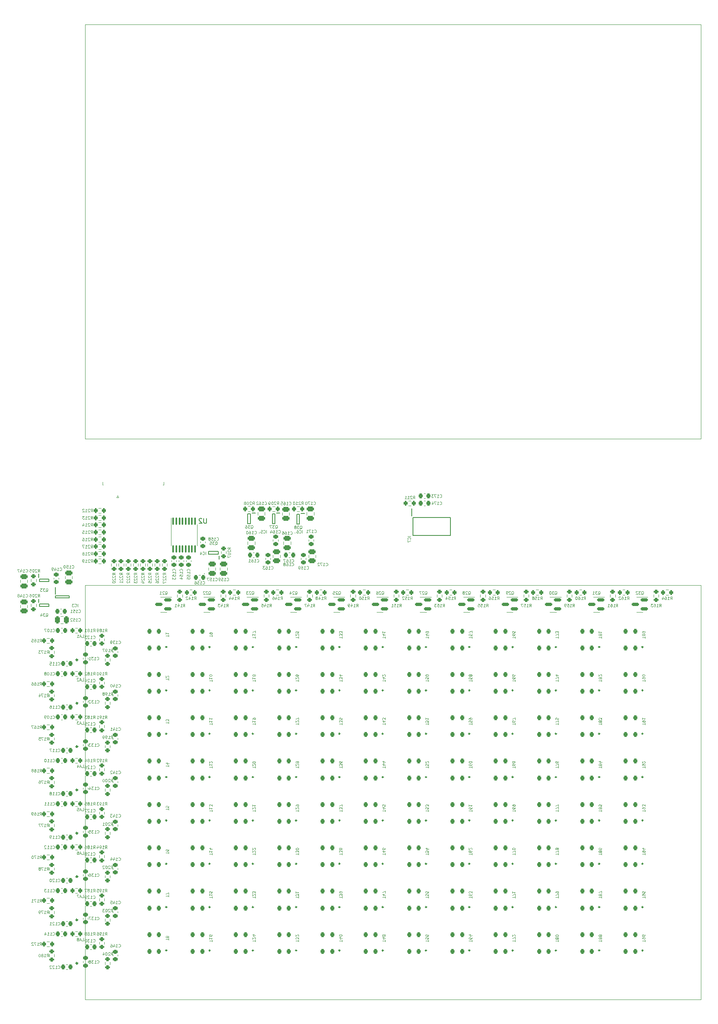
<source format=gbo>
%TF.GenerationSoftware,KiCad,Pcbnew,(6.0.5)*%
%TF.CreationDate,2022-11-15T17:21:09-05:00*%
%TF.ProjectId,OPSpec_v0.1.0-rounded,4f505370-6563-45f7-9630-2e312e302d72,rev?*%
%TF.SameCoordinates,Original*%
%TF.FileFunction,Legend,Bot*%
%TF.FilePolarity,Positive*%
%FSLAX46Y46*%
G04 Gerber Fmt 4.6, Leading zero omitted, Abs format (unit mm)*
G04 Created by KiCad (PCBNEW (6.0.5)) date 2022-11-15 17:21:09*
%MOMM*%
%LPD*%
G01*
G04 APERTURE LIST*
G04 Aperture macros list*
%AMRoundRect*
0 Rectangle with rounded corners*
0 $1 Rounding radius*
0 $2 $3 $4 $5 $6 $7 $8 $9 X,Y pos of 4 corners*
0 Add a 4 corners polygon primitive as box body*
4,1,4,$2,$3,$4,$5,$6,$7,$8,$9,$2,$3,0*
0 Add four circle primitives for the rounded corners*
1,1,$1+$1,$2,$3*
1,1,$1+$1,$4,$5*
1,1,$1+$1,$6,$7*
1,1,$1+$1,$8,$9*
0 Add four rect primitives between the rounded corners*
20,1,$1+$1,$2,$3,$4,$5,0*
20,1,$1+$1,$4,$5,$6,$7,0*
20,1,$1+$1,$6,$7,$8,$9,0*
20,1,$1+$1,$8,$9,$2,$3,0*%
G04 Aperture macros list end*
%ADD10C,0.100000*%
%ADD11C,0.150000*%
%ADD12C,0.260000*%
%ADD13C,0.120000*%
%ADD14C,0.200000*%
%ADD15C,0.325000*%
%ADD16RoundRect,0.225000X0.225000X-0.250000X0.225000X0.250000X-0.225000X0.250000X-0.225000X-0.250000X0*%
%ADD17C,8.600000*%
%ADD18R,4.400000X1.800000*%
%ADD19O,4.000000X1.800000*%
%ADD20O,1.800000X4.000000*%
%ADD21R,1.700000X1.700000*%
%ADD22O,1.700000X1.700000*%
%ADD23RoundRect,0.200000X0.275000X-0.200000X0.275000X0.200000X-0.275000X0.200000X-0.275000X-0.200000X0*%
%ADD24RoundRect,0.250000X0.475000X-0.250000X0.475000X0.250000X-0.475000X0.250000X-0.475000X-0.250000X0*%
%ADD25RoundRect,0.200000X-0.275000X0.200000X-0.275000X-0.200000X0.275000X-0.200000X0.275000X0.200000X0*%
%ADD26RoundRect,0.225000X-0.225000X-0.250000X0.225000X-0.250000X0.225000X0.250000X-0.225000X0.250000X0*%
%ADD27RoundRect,0.225000X0.250000X-0.225000X0.250000X0.225000X-0.250000X0.225000X-0.250000X-0.225000X0*%
%ADD28RoundRect,0.225000X0.225000X0.250000X-0.225000X0.250000X-0.225000X-0.250000X0.225000X-0.250000X0*%
%ADD29R,0.695000X0.540000*%
%ADD30RoundRect,0.200000X0.200000X0.275000X-0.200000X0.275000X-0.200000X-0.275000X0.200000X-0.275000X0*%
%ADD31R,0.350000X1.000000*%
%ADD32R,1.000000X0.350000*%
%ADD33R,2.250000X2.250000*%
%ADD34RoundRect,0.250000X0.250000X0.475000X-0.250000X0.475000X-0.250000X-0.475000X0.250000X-0.475000X0*%
%ADD35RoundRect,0.225000X-0.250000X0.225000X-0.250000X-0.225000X0.250000X-0.225000X0.250000X0.225000X0*%
%ADD36R,0.800000X1.000000*%
%ADD37R,0.600000X1.000000*%
%ADD38RoundRect,0.200000X-0.200000X-0.275000X0.200000X-0.275000X0.200000X0.275000X-0.200000X0.275000X0*%
%ADD39RoundRect,0.150000X0.587500X0.150000X-0.587500X0.150000X-0.587500X-0.150000X0.587500X-0.150000X0*%
%ADD40RoundRect,0.100000X-0.100000X0.637500X-0.100000X-0.637500X0.100000X-0.637500X0.100000X0.637500X0*%
%ADD41R,0.540000X0.695000*%
%ADD42R,0.300000X1.100000*%
%ADD43R,2.300000X3.100000*%
%ADD44RoundRect,0.250000X-0.475000X0.250000X-0.475000X-0.250000X0.475000X-0.250000X0.475000X0.250000X0*%
%ADD45R,0.600000X1.400000*%
%ADD46R,0.450000X1.475000*%
G04 APERTURE END LIST*
D10*
X102600000Y-190200000D02*
X230600000Y-190200000D01*
X230600000Y-190200000D02*
X230600000Y-276200000D01*
X230600000Y-276200000D02*
X102600000Y-276200000D01*
X102600000Y-276200000D02*
X102600000Y-190200000D01*
X102600000Y-73800000D02*
X230600000Y-73800000D01*
X230600000Y-73800000D02*
X230600000Y-159800000D01*
X230600000Y-159800000D02*
X102600000Y-159800000D01*
X102600000Y-159800000D02*
X102600000Y-73800000D01*
X156008571Y-228182857D02*
X156008571Y-227840000D01*
X155408571Y-228011428D02*
X156008571Y-228011428D01*
X156008571Y-227697142D02*
X156008571Y-227325714D01*
X155780000Y-227525714D01*
X155780000Y-227440000D01*
X155751428Y-227382857D01*
X155722857Y-227354285D01*
X155665714Y-227325714D01*
X155522857Y-227325714D01*
X155465714Y-227354285D01*
X155437142Y-227382857D01*
X155408571Y-227440000D01*
X155408571Y-227611428D01*
X155437142Y-227668571D01*
X155465714Y-227697142D01*
X156008571Y-226811428D02*
X156008571Y-226925714D01*
X155980000Y-226982857D01*
X155951428Y-227011428D01*
X155865714Y-227068571D01*
X155751428Y-227097142D01*
X155522857Y-227097142D01*
X155465714Y-227068571D01*
X155437142Y-227040000D01*
X155408571Y-226982857D01*
X155408571Y-226868571D01*
X155437142Y-226811428D01*
X155465714Y-226782857D01*
X155522857Y-226754285D01*
X155665714Y-226754285D01*
X155722857Y-226782857D01*
X155751428Y-226811428D01*
X155780000Y-226868571D01*
X155780000Y-226982857D01*
X155751428Y-227040000D01*
X155722857Y-227068571D01*
X155665714Y-227097142D01*
X138008571Y-255182857D02*
X138008571Y-254840000D01*
X137408571Y-255011428D02*
X138008571Y-255011428D01*
X137951428Y-254668571D02*
X137980000Y-254640000D01*
X138008571Y-254582857D01*
X138008571Y-254440000D01*
X137980000Y-254382857D01*
X137951428Y-254354285D01*
X137894285Y-254325714D01*
X137837142Y-254325714D01*
X137751428Y-254354285D01*
X137408571Y-254697142D01*
X137408571Y-254325714D01*
X138008571Y-254125714D02*
X138008571Y-253754285D01*
X137780000Y-253954285D01*
X137780000Y-253868571D01*
X137751428Y-253811428D01*
X137722857Y-253782857D01*
X137665714Y-253754285D01*
X137522857Y-253754285D01*
X137465714Y-253782857D01*
X137437142Y-253811428D01*
X137408571Y-253868571D01*
X137408571Y-254040000D01*
X137437142Y-254097142D01*
X137465714Y-254125714D01*
X201008571Y-228182857D02*
X201008571Y-227840000D01*
X200408571Y-228011428D02*
X201008571Y-228011428D01*
X201008571Y-227697142D02*
X201008571Y-227297142D01*
X200408571Y-227554285D01*
X201008571Y-226811428D02*
X201008571Y-226925714D01*
X200980000Y-226982857D01*
X200951428Y-227011428D01*
X200865714Y-227068571D01*
X200751428Y-227097142D01*
X200522857Y-227097142D01*
X200465714Y-227068571D01*
X200437142Y-227040000D01*
X200408571Y-226982857D01*
X200408571Y-226868571D01*
X200437142Y-226811428D01*
X200465714Y-226782857D01*
X200522857Y-226754285D01*
X200665714Y-226754285D01*
X200722857Y-226782857D01*
X200751428Y-226811428D01*
X200780000Y-226868571D01*
X200780000Y-226982857D01*
X200751428Y-227040000D01*
X200722857Y-227068571D01*
X200665714Y-227097142D01*
X174008571Y-219182857D02*
X174008571Y-218840000D01*
X173408571Y-219011428D02*
X174008571Y-219011428D01*
X174008571Y-218354285D02*
X174008571Y-218640000D01*
X173722857Y-218668571D01*
X173751428Y-218640000D01*
X173780000Y-218582857D01*
X173780000Y-218440000D01*
X173751428Y-218382857D01*
X173722857Y-218354285D01*
X173665714Y-218325714D01*
X173522857Y-218325714D01*
X173465714Y-218354285D01*
X173437142Y-218382857D01*
X173408571Y-218440000D01*
X173408571Y-218582857D01*
X173437142Y-218640000D01*
X173465714Y-218668571D01*
X173408571Y-217754285D02*
X173408571Y-218097142D01*
X173408571Y-217925714D02*
X174008571Y-217925714D01*
X173922857Y-217982857D01*
X173865714Y-218040000D01*
X173837142Y-218097142D01*
X210008571Y-237182857D02*
X210008571Y-236840000D01*
X209408571Y-237011428D02*
X210008571Y-237011428D01*
X209751428Y-236554285D02*
X209780000Y-236611428D01*
X209808571Y-236640000D01*
X209865714Y-236668571D01*
X209894285Y-236668571D01*
X209951428Y-236640000D01*
X209980000Y-236611428D01*
X210008571Y-236554285D01*
X210008571Y-236440000D01*
X209980000Y-236382857D01*
X209951428Y-236354285D01*
X209894285Y-236325714D01*
X209865714Y-236325714D01*
X209808571Y-236354285D01*
X209780000Y-236382857D01*
X209751428Y-236440000D01*
X209751428Y-236554285D01*
X209722857Y-236611428D01*
X209694285Y-236640000D01*
X209637142Y-236668571D01*
X209522857Y-236668571D01*
X209465714Y-236640000D01*
X209437142Y-236611428D01*
X209408571Y-236554285D01*
X209408571Y-236440000D01*
X209437142Y-236382857D01*
X209465714Y-236354285D01*
X209522857Y-236325714D01*
X209637142Y-236325714D01*
X209694285Y-236354285D01*
X209722857Y-236382857D01*
X209751428Y-236440000D01*
X210008571Y-235782857D02*
X210008571Y-236068571D01*
X209722857Y-236097142D01*
X209751428Y-236068571D01*
X209780000Y-236011428D01*
X209780000Y-235868571D01*
X209751428Y-235811428D01*
X209722857Y-235782857D01*
X209665714Y-235754285D01*
X209522857Y-235754285D01*
X209465714Y-235782857D01*
X209437142Y-235811428D01*
X209408571Y-235868571D01*
X209408571Y-236011428D01*
X209437142Y-236068571D01*
X209465714Y-236097142D01*
X156008571Y-219182857D02*
X156008571Y-218840000D01*
X155408571Y-219011428D02*
X156008571Y-219011428D01*
X156008571Y-218697142D02*
X156008571Y-218325714D01*
X155780000Y-218525714D01*
X155780000Y-218440000D01*
X155751428Y-218382857D01*
X155722857Y-218354285D01*
X155665714Y-218325714D01*
X155522857Y-218325714D01*
X155465714Y-218354285D01*
X155437142Y-218382857D01*
X155408571Y-218440000D01*
X155408571Y-218611428D01*
X155437142Y-218668571D01*
X155465714Y-218697142D01*
X156008571Y-217782857D02*
X156008571Y-218068571D01*
X155722857Y-218097142D01*
X155751428Y-218068571D01*
X155780000Y-218011428D01*
X155780000Y-217868571D01*
X155751428Y-217811428D01*
X155722857Y-217782857D01*
X155665714Y-217754285D01*
X155522857Y-217754285D01*
X155465714Y-217782857D01*
X155437142Y-217811428D01*
X155408571Y-217868571D01*
X155408571Y-218011428D01*
X155437142Y-218068571D01*
X155465714Y-218097142D01*
X192008571Y-210182857D02*
X192008571Y-209840000D01*
X191408571Y-210011428D02*
X192008571Y-210011428D01*
X192008571Y-209382857D02*
X192008571Y-209497142D01*
X191980000Y-209554285D01*
X191951428Y-209582857D01*
X191865714Y-209640000D01*
X191751428Y-209668571D01*
X191522857Y-209668571D01*
X191465714Y-209640000D01*
X191437142Y-209611428D01*
X191408571Y-209554285D01*
X191408571Y-209440000D01*
X191437142Y-209382857D01*
X191465714Y-209354285D01*
X191522857Y-209325714D01*
X191665714Y-209325714D01*
X191722857Y-209354285D01*
X191751428Y-209382857D01*
X191780000Y-209440000D01*
X191780000Y-209554285D01*
X191751428Y-209611428D01*
X191722857Y-209640000D01*
X191665714Y-209668571D01*
X192008571Y-208811428D02*
X192008571Y-208925714D01*
X191980000Y-208982857D01*
X191951428Y-209011428D01*
X191865714Y-209068571D01*
X191751428Y-209097142D01*
X191522857Y-209097142D01*
X191465714Y-209068571D01*
X191437142Y-209040000D01*
X191408571Y-208982857D01*
X191408571Y-208868571D01*
X191437142Y-208811428D01*
X191465714Y-208782857D01*
X191522857Y-208754285D01*
X191665714Y-208754285D01*
X191722857Y-208782857D01*
X191751428Y-208811428D01*
X191780000Y-208868571D01*
X191780000Y-208982857D01*
X191751428Y-209040000D01*
X191722857Y-209068571D01*
X191665714Y-209097142D01*
X120008571Y-236897142D02*
X120008571Y-236554285D01*
X119408571Y-236725714D02*
X120008571Y-236725714D01*
X120008571Y-236068571D02*
X120008571Y-236354285D01*
X119722857Y-236382857D01*
X119751428Y-236354285D01*
X119780000Y-236297142D01*
X119780000Y-236154285D01*
X119751428Y-236097142D01*
X119722857Y-236068571D01*
X119665714Y-236040000D01*
X119522857Y-236040000D01*
X119465714Y-236068571D01*
X119437142Y-236097142D01*
X119408571Y-236154285D01*
X119408571Y-236297142D01*
X119437142Y-236354285D01*
X119465714Y-236382857D01*
X138008571Y-219182857D02*
X138008571Y-218840000D01*
X137408571Y-219011428D02*
X138008571Y-219011428D01*
X137408571Y-218325714D02*
X137408571Y-218668571D01*
X137408571Y-218497142D02*
X138008571Y-218497142D01*
X137922857Y-218554285D01*
X137865714Y-218611428D01*
X137837142Y-218668571D01*
X137408571Y-218040000D02*
X137408571Y-217925714D01*
X137437142Y-217868571D01*
X137465714Y-217840000D01*
X137551428Y-217782857D01*
X137665714Y-217754285D01*
X137894285Y-217754285D01*
X137951428Y-217782857D01*
X137980000Y-217811428D01*
X138008571Y-217868571D01*
X138008571Y-217982857D01*
X137980000Y-218040000D01*
X137951428Y-218068571D01*
X137894285Y-218097142D01*
X137751428Y-218097142D01*
X137694285Y-218068571D01*
X137665714Y-218040000D01*
X137637142Y-217982857D01*
X137637142Y-217868571D01*
X137665714Y-217811428D01*
X137694285Y-217782857D01*
X137751428Y-217754285D01*
X192008571Y-264182857D02*
X192008571Y-263840000D01*
X191408571Y-264011428D02*
X192008571Y-264011428D01*
X192008571Y-263697142D02*
X192008571Y-263297142D01*
X191408571Y-263554285D01*
X191951428Y-263097142D02*
X191980000Y-263068571D01*
X192008571Y-263011428D01*
X192008571Y-262868571D01*
X191980000Y-262811428D01*
X191951428Y-262782857D01*
X191894285Y-262754285D01*
X191837142Y-262754285D01*
X191751428Y-262782857D01*
X191408571Y-263125714D01*
X191408571Y-262754285D01*
X192008571Y-201182857D02*
X192008571Y-200840000D01*
X191408571Y-201011428D02*
X192008571Y-201011428D01*
X192008571Y-200382857D02*
X192008571Y-200497142D01*
X191980000Y-200554285D01*
X191951428Y-200582857D01*
X191865714Y-200640000D01*
X191751428Y-200668571D01*
X191522857Y-200668571D01*
X191465714Y-200640000D01*
X191437142Y-200611428D01*
X191408571Y-200554285D01*
X191408571Y-200440000D01*
X191437142Y-200382857D01*
X191465714Y-200354285D01*
X191522857Y-200325714D01*
X191665714Y-200325714D01*
X191722857Y-200354285D01*
X191751428Y-200382857D01*
X191780000Y-200440000D01*
X191780000Y-200554285D01*
X191751428Y-200611428D01*
X191722857Y-200640000D01*
X191665714Y-200668571D01*
X192008571Y-199782857D02*
X192008571Y-200068571D01*
X191722857Y-200097142D01*
X191751428Y-200068571D01*
X191780000Y-200011428D01*
X191780000Y-199868571D01*
X191751428Y-199811428D01*
X191722857Y-199782857D01*
X191665714Y-199754285D01*
X191522857Y-199754285D01*
X191465714Y-199782857D01*
X191437142Y-199811428D01*
X191408571Y-199868571D01*
X191408571Y-200011428D01*
X191437142Y-200068571D01*
X191465714Y-200097142D01*
X219008571Y-210182857D02*
X219008571Y-209840000D01*
X218408571Y-210011428D02*
X219008571Y-210011428D01*
X218408571Y-209611428D02*
X218408571Y-209497142D01*
X218437142Y-209440000D01*
X218465714Y-209411428D01*
X218551428Y-209354285D01*
X218665714Y-209325714D01*
X218894285Y-209325714D01*
X218951428Y-209354285D01*
X218980000Y-209382857D01*
X219008571Y-209440000D01*
X219008571Y-209554285D01*
X218980000Y-209611428D01*
X218951428Y-209640000D01*
X218894285Y-209668571D01*
X218751428Y-209668571D01*
X218694285Y-209640000D01*
X218665714Y-209611428D01*
X218637142Y-209554285D01*
X218637142Y-209440000D01*
X218665714Y-209382857D01*
X218694285Y-209354285D01*
X218751428Y-209325714D01*
X219008571Y-208954285D02*
X219008571Y-208897142D01*
X218980000Y-208840000D01*
X218951428Y-208811428D01*
X218894285Y-208782857D01*
X218780000Y-208754285D01*
X218637142Y-208754285D01*
X218522857Y-208782857D01*
X218465714Y-208811428D01*
X218437142Y-208840000D01*
X218408571Y-208897142D01*
X218408571Y-208954285D01*
X218437142Y-209011428D01*
X218465714Y-209040000D01*
X218522857Y-209068571D01*
X218637142Y-209097142D01*
X218780000Y-209097142D01*
X218894285Y-209068571D01*
X218951428Y-209040000D01*
X218980000Y-209011428D01*
X219008571Y-208954285D01*
X174008571Y-264182857D02*
X174008571Y-263840000D01*
X173408571Y-264011428D02*
X174008571Y-264011428D01*
X174008571Y-263354285D02*
X174008571Y-263640000D01*
X173722857Y-263668571D01*
X173751428Y-263640000D01*
X173780000Y-263582857D01*
X173780000Y-263440000D01*
X173751428Y-263382857D01*
X173722857Y-263354285D01*
X173665714Y-263325714D01*
X173522857Y-263325714D01*
X173465714Y-263354285D01*
X173437142Y-263382857D01*
X173408571Y-263440000D01*
X173408571Y-263582857D01*
X173437142Y-263640000D01*
X173465714Y-263668571D01*
X174008571Y-262811428D02*
X174008571Y-262925714D01*
X173980000Y-262982857D01*
X173951428Y-263011428D01*
X173865714Y-263068571D01*
X173751428Y-263097142D01*
X173522857Y-263097142D01*
X173465714Y-263068571D01*
X173437142Y-263040000D01*
X173408571Y-262982857D01*
X173408571Y-262868571D01*
X173437142Y-262811428D01*
X173465714Y-262782857D01*
X173522857Y-262754285D01*
X173665714Y-262754285D01*
X173722857Y-262782857D01*
X173751428Y-262811428D01*
X173780000Y-262868571D01*
X173780000Y-262982857D01*
X173751428Y-263040000D01*
X173722857Y-263068571D01*
X173665714Y-263097142D01*
X201008571Y-246182857D02*
X201008571Y-245840000D01*
X200408571Y-246011428D02*
X201008571Y-246011428D01*
X201008571Y-245697142D02*
X201008571Y-245297142D01*
X200408571Y-245554285D01*
X200751428Y-244982857D02*
X200780000Y-245040000D01*
X200808571Y-245068571D01*
X200865714Y-245097142D01*
X200894285Y-245097142D01*
X200951428Y-245068571D01*
X200980000Y-245040000D01*
X201008571Y-244982857D01*
X201008571Y-244868571D01*
X200980000Y-244811428D01*
X200951428Y-244782857D01*
X200894285Y-244754285D01*
X200865714Y-244754285D01*
X200808571Y-244782857D01*
X200780000Y-244811428D01*
X200751428Y-244868571D01*
X200751428Y-244982857D01*
X200722857Y-245040000D01*
X200694285Y-245068571D01*
X200637142Y-245097142D01*
X200522857Y-245097142D01*
X200465714Y-245068571D01*
X200437142Y-245040000D01*
X200408571Y-244982857D01*
X200408571Y-244868571D01*
X200437142Y-244811428D01*
X200465714Y-244782857D01*
X200522857Y-244754285D01*
X200637142Y-244754285D01*
X200694285Y-244782857D01*
X200722857Y-244811428D01*
X200751428Y-244868571D01*
X120008571Y-227897142D02*
X120008571Y-227554285D01*
X119408571Y-227725714D02*
X120008571Y-227725714D01*
X119808571Y-227097142D02*
X119408571Y-227097142D01*
X120037142Y-227240000D02*
X119608571Y-227382857D01*
X119608571Y-227011428D01*
X165008571Y-210182857D02*
X165008571Y-209840000D01*
X164408571Y-210011428D02*
X165008571Y-210011428D01*
X164808571Y-209382857D02*
X164408571Y-209382857D01*
X165037142Y-209525714D02*
X164608571Y-209668571D01*
X164608571Y-209297142D01*
X164951428Y-209097142D02*
X164980000Y-209068571D01*
X165008571Y-209011428D01*
X165008571Y-208868571D01*
X164980000Y-208811428D01*
X164951428Y-208782857D01*
X164894285Y-208754285D01*
X164837142Y-208754285D01*
X164751428Y-208782857D01*
X164408571Y-209125714D01*
X164408571Y-208754285D01*
X201008571Y-255182857D02*
X201008571Y-254840000D01*
X200408571Y-255011428D02*
X201008571Y-255011428D01*
X201008571Y-254697142D02*
X201008571Y-254297142D01*
X200408571Y-254554285D01*
X200408571Y-254040000D02*
X200408571Y-253925714D01*
X200437142Y-253868571D01*
X200465714Y-253840000D01*
X200551428Y-253782857D01*
X200665714Y-253754285D01*
X200894285Y-253754285D01*
X200951428Y-253782857D01*
X200980000Y-253811428D01*
X201008571Y-253868571D01*
X201008571Y-253982857D01*
X200980000Y-254040000D01*
X200951428Y-254068571D01*
X200894285Y-254097142D01*
X200751428Y-254097142D01*
X200694285Y-254068571D01*
X200665714Y-254040000D01*
X200637142Y-253982857D01*
X200637142Y-253868571D01*
X200665714Y-253811428D01*
X200694285Y-253782857D01*
X200751428Y-253754285D01*
X138008571Y-201182857D02*
X138008571Y-200840000D01*
X137408571Y-201011428D02*
X138008571Y-201011428D01*
X137408571Y-200325714D02*
X137408571Y-200668571D01*
X137408571Y-200497142D02*
X138008571Y-200497142D01*
X137922857Y-200554285D01*
X137865714Y-200611428D01*
X137837142Y-200668571D01*
X138008571Y-200125714D02*
X138008571Y-199725714D01*
X137408571Y-199982857D01*
X129008571Y-237182857D02*
X129008571Y-236840000D01*
X128408571Y-237011428D02*
X129008571Y-237011428D01*
X128408571Y-236325714D02*
X128408571Y-236668571D01*
X128408571Y-236497142D02*
X129008571Y-236497142D01*
X128922857Y-236554285D01*
X128865714Y-236611428D01*
X128837142Y-236668571D01*
X129008571Y-236125714D02*
X129008571Y-235754285D01*
X128780000Y-235954285D01*
X128780000Y-235868571D01*
X128751428Y-235811428D01*
X128722857Y-235782857D01*
X128665714Y-235754285D01*
X128522857Y-235754285D01*
X128465714Y-235782857D01*
X128437142Y-235811428D01*
X128408571Y-235868571D01*
X128408571Y-236040000D01*
X128437142Y-236097142D01*
X128465714Y-236125714D01*
X120008571Y-200897142D02*
X120008571Y-200554285D01*
X119408571Y-200725714D02*
X120008571Y-200725714D01*
X119408571Y-200040000D02*
X119408571Y-200382857D01*
X119408571Y-200211428D02*
X120008571Y-200211428D01*
X119922857Y-200268571D01*
X119865714Y-200325714D01*
X119837142Y-200382857D01*
X120008571Y-218897142D02*
X120008571Y-218554285D01*
X119408571Y-218725714D02*
X120008571Y-218725714D01*
X120008571Y-218411428D02*
X120008571Y-218040000D01*
X119780000Y-218240000D01*
X119780000Y-218154285D01*
X119751428Y-218097142D01*
X119722857Y-218068571D01*
X119665714Y-218040000D01*
X119522857Y-218040000D01*
X119465714Y-218068571D01*
X119437142Y-218097142D01*
X119408571Y-218154285D01*
X119408571Y-218325714D01*
X119437142Y-218382857D01*
X119465714Y-218411428D01*
X183008571Y-246182857D02*
X183008571Y-245840000D01*
X182408571Y-246011428D02*
X183008571Y-246011428D01*
X183008571Y-245382857D02*
X183008571Y-245497142D01*
X182980000Y-245554285D01*
X182951428Y-245582857D01*
X182865714Y-245640000D01*
X182751428Y-245668571D01*
X182522857Y-245668571D01*
X182465714Y-245640000D01*
X182437142Y-245611428D01*
X182408571Y-245554285D01*
X182408571Y-245440000D01*
X182437142Y-245382857D01*
X182465714Y-245354285D01*
X182522857Y-245325714D01*
X182665714Y-245325714D01*
X182722857Y-245354285D01*
X182751428Y-245382857D01*
X182780000Y-245440000D01*
X182780000Y-245554285D01*
X182751428Y-245611428D01*
X182722857Y-245640000D01*
X182665714Y-245668571D01*
X182951428Y-245097142D02*
X182980000Y-245068571D01*
X183008571Y-245011428D01*
X183008571Y-244868571D01*
X182980000Y-244811428D01*
X182951428Y-244782857D01*
X182894285Y-244754285D01*
X182837142Y-244754285D01*
X182751428Y-244782857D01*
X182408571Y-245125714D01*
X182408571Y-244754285D01*
X201008571Y-210182857D02*
X201008571Y-209840000D01*
X200408571Y-210011428D02*
X201008571Y-210011428D01*
X201008571Y-209697142D02*
X201008571Y-209297142D01*
X200408571Y-209554285D01*
X200808571Y-208811428D02*
X200408571Y-208811428D01*
X201037142Y-208954285D02*
X200608571Y-209097142D01*
X200608571Y-208725714D01*
X219008571Y-255182857D02*
X219008571Y-254840000D01*
X218408571Y-255011428D02*
X219008571Y-255011428D01*
X218408571Y-254611428D02*
X218408571Y-254497142D01*
X218437142Y-254440000D01*
X218465714Y-254411428D01*
X218551428Y-254354285D01*
X218665714Y-254325714D01*
X218894285Y-254325714D01*
X218951428Y-254354285D01*
X218980000Y-254382857D01*
X219008571Y-254440000D01*
X219008571Y-254554285D01*
X218980000Y-254611428D01*
X218951428Y-254640000D01*
X218894285Y-254668571D01*
X218751428Y-254668571D01*
X218694285Y-254640000D01*
X218665714Y-254611428D01*
X218637142Y-254554285D01*
X218637142Y-254440000D01*
X218665714Y-254382857D01*
X218694285Y-254354285D01*
X218751428Y-254325714D01*
X219008571Y-253782857D02*
X219008571Y-254068571D01*
X218722857Y-254097142D01*
X218751428Y-254068571D01*
X218780000Y-254011428D01*
X218780000Y-253868571D01*
X218751428Y-253811428D01*
X218722857Y-253782857D01*
X218665714Y-253754285D01*
X218522857Y-253754285D01*
X218465714Y-253782857D01*
X218437142Y-253811428D01*
X218408571Y-253868571D01*
X218408571Y-254011428D01*
X218437142Y-254068571D01*
X218465714Y-254097142D01*
X156008571Y-246182857D02*
X156008571Y-245840000D01*
X155408571Y-246011428D02*
X156008571Y-246011428D01*
X156008571Y-245697142D02*
X156008571Y-245325714D01*
X155780000Y-245525714D01*
X155780000Y-245440000D01*
X155751428Y-245382857D01*
X155722857Y-245354285D01*
X155665714Y-245325714D01*
X155522857Y-245325714D01*
X155465714Y-245354285D01*
X155437142Y-245382857D01*
X155408571Y-245440000D01*
X155408571Y-245611428D01*
X155437142Y-245668571D01*
X155465714Y-245697142D01*
X155751428Y-244982857D02*
X155780000Y-245040000D01*
X155808571Y-245068571D01*
X155865714Y-245097142D01*
X155894285Y-245097142D01*
X155951428Y-245068571D01*
X155980000Y-245040000D01*
X156008571Y-244982857D01*
X156008571Y-244868571D01*
X155980000Y-244811428D01*
X155951428Y-244782857D01*
X155894285Y-244754285D01*
X155865714Y-244754285D01*
X155808571Y-244782857D01*
X155780000Y-244811428D01*
X155751428Y-244868571D01*
X155751428Y-244982857D01*
X155722857Y-245040000D01*
X155694285Y-245068571D01*
X155637142Y-245097142D01*
X155522857Y-245097142D01*
X155465714Y-245068571D01*
X155437142Y-245040000D01*
X155408571Y-244982857D01*
X155408571Y-244868571D01*
X155437142Y-244811428D01*
X155465714Y-244782857D01*
X155522857Y-244754285D01*
X155637142Y-244754285D01*
X155694285Y-244782857D01*
X155722857Y-244811428D01*
X155751428Y-244868571D01*
X201008571Y-219182857D02*
X201008571Y-218840000D01*
X200408571Y-219011428D02*
X201008571Y-219011428D01*
X201008571Y-218697142D02*
X201008571Y-218297142D01*
X200408571Y-218554285D01*
X201008571Y-217782857D02*
X201008571Y-218068571D01*
X200722857Y-218097142D01*
X200751428Y-218068571D01*
X200780000Y-218011428D01*
X200780000Y-217868571D01*
X200751428Y-217811428D01*
X200722857Y-217782857D01*
X200665714Y-217754285D01*
X200522857Y-217754285D01*
X200465714Y-217782857D01*
X200437142Y-217811428D01*
X200408571Y-217868571D01*
X200408571Y-218011428D01*
X200437142Y-218068571D01*
X200465714Y-218097142D01*
X210008571Y-264182857D02*
X210008571Y-263840000D01*
X209408571Y-264011428D02*
X210008571Y-264011428D01*
X209751428Y-263554285D02*
X209780000Y-263611428D01*
X209808571Y-263640000D01*
X209865714Y-263668571D01*
X209894285Y-263668571D01*
X209951428Y-263640000D01*
X209980000Y-263611428D01*
X210008571Y-263554285D01*
X210008571Y-263440000D01*
X209980000Y-263382857D01*
X209951428Y-263354285D01*
X209894285Y-263325714D01*
X209865714Y-263325714D01*
X209808571Y-263354285D01*
X209780000Y-263382857D01*
X209751428Y-263440000D01*
X209751428Y-263554285D01*
X209722857Y-263611428D01*
X209694285Y-263640000D01*
X209637142Y-263668571D01*
X209522857Y-263668571D01*
X209465714Y-263640000D01*
X209437142Y-263611428D01*
X209408571Y-263554285D01*
X209408571Y-263440000D01*
X209437142Y-263382857D01*
X209465714Y-263354285D01*
X209522857Y-263325714D01*
X209637142Y-263325714D01*
X209694285Y-263354285D01*
X209722857Y-263382857D01*
X209751428Y-263440000D01*
X209751428Y-262982857D02*
X209780000Y-263040000D01*
X209808571Y-263068571D01*
X209865714Y-263097142D01*
X209894285Y-263097142D01*
X209951428Y-263068571D01*
X209980000Y-263040000D01*
X210008571Y-262982857D01*
X210008571Y-262868571D01*
X209980000Y-262811428D01*
X209951428Y-262782857D01*
X209894285Y-262754285D01*
X209865714Y-262754285D01*
X209808571Y-262782857D01*
X209780000Y-262811428D01*
X209751428Y-262868571D01*
X209751428Y-262982857D01*
X209722857Y-263040000D01*
X209694285Y-263068571D01*
X209637142Y-263097142D01*
X209522857Y-263097142D01*
X209465714Y-263068571D01*
X209437142Y-263040000D01*
X209408571Y-262982857D01*
X209408571Y-262868571D01*
X209437142Y-262811428D01*
X209465714Y-262782857D01*
X209522857Y-262754285D01*
X209637142Y-262754285D01*
X209694285Y-262782857D01*
X209722857Y-262811428D01*
X209751428Y-262868571D01*
X156008571Y-264182857D02*
X156008571Y-263840000D01*
X155408571Y-264011428D02*
X156008571Y-264011428D01*
X155808571Y-263382857D02*
X155408571Y-263382857D01*
X156037142Y-263525714D02*
X155608571Y-263668571D01*
X155608571Y-263297142D01*
X156008571Y-262954285D02*
X156008571Y-262897142D01*
X155980000Y-262840000D01*
X155951428Y-262811428D01*
X155894285Y-262782857D01*
X155780000Y-262754285D01*
X155637142Y-262754285D01*
X155522857Y-262782857D01*
X155465714Y-262811428D01*
X155437142Y-262840000D01*
X155408571Y-262897142D01*
X155408571Y-262954285D01*
X155437142Y-263011428D01*
X155465714Y-263040000D01*
X155522857Y-263068571D01*
X155637142Y-263097142D01*
X155780000Y-263097142D01*
X155894285Y-263068571D01*
X155951428Y-263040000D01*
X155980000Y-263011428D01*
X156008571Y-262954285D01*
X210008571Y-210182857D02*
X210008571Y-209840000D01*
X209408571Y-210011428D02*
X210008571Y-210011428D01*
X209751428Y-209554285D02*
X209780000Y-209611428D01*
X209808571Y-209640000D01*
X209865714Y-209668571D01*
X209894285Y-209668571D01*
X209951428Y-209640000D01*
X209980000Y-209611428D01*
X210008571Y-209554285D01*
X210008571Y-209440000D01*
X209980000Y-209382857D01*
X209951428Y-209354285D01*
X209894285Y-209325714D01*
X209865714Y-209325714D01*
X209808571Y-209354285D01*
X209780000Y-209382857D01*
X209751428Y-209440000D01*
X209751428Y-209554285D01*
X209722857Y-209611428D01*
X209694285Y-209640000D01*
X209637142Y-209668571D01*
X209522857Y-209668571D01*
X209465714Y-209640000D01*
X209437142Y-209611428D01*
X209408571Y-209554285D01*
X209408571Y-209440000D01*
X209437142Y-209382857D01*
X209465714Y-209354285D01*
X209522857Y-209325714D01*
X209637142Y-209325714D01*
X209694285Y-209354285D01*
X209722857Y-209382857D01*
X209751428Y-209440000D01*
X209951428Y-209097142D02*
X209980000Y-209068571D01*
X210008571Y-209011428D01*
X210008571Y-208868571D01*
X209980000Y-208811428D01*
X209951428Y-208782857D01*
X209894285Y-208754285D01*
X209837142Y-208754285D01*
X209751428Y-208782857D01*
X209408571Y-209125714D01*
X209408571Y-208754285D01*
X147008571Y-201182857D02*
X147008571Y-200840000D01*
X146408571Y-201011428D02*
X147008571Y-201011428D01*
X146951428Y-200668571D02*
X146980000Y-200640000D01*
X147008571Y-200582857D01*
X147008571Y-200440000D01*
X146980000Y-200382857D01*
X146951428Y-200354285D01*
X146894285Y-200325714D01*
X146837142Y-200325714D01*
X146751428Y-200354285D01*
X146408571Y-200697142D01*
X146408571Y-200325714D01*
X147008571Y-199782857D02*
X147008571Y-200068571D01*
X146722857Y-200097142D01*
X146751428Y-200068571D01*
X146780000Y-200011428D01*
X146780000Y-199868571D01*
X146751428Y-199811428D01*
X146722857Y-199782857D01*
X146665714Y-199754285D01*
X146522857Y-199754285D01*
X146465714Y-199782857D01*
X146437142Y-199811428D01*
X146408571Y-199868571D01*
X146408571Y-200011428D01*
X146437142Y-200068571D01*
X146465714Y-200097142D01*
X192008571Y-237182857D02*
X192008571Y-236840000D01*
X191408571Y-237011428D02*
X192008571Y-237011428D01*
X192008571Y-236382857D02*
X192008571Y-236497142D01*
X191980000Y-236554285D01*
X191951428Y-236582857D01*
X191865714Y-236640000D01*
X191751428Y-236668571D01*
X191522857Y-236668571D01*
X191465714Y-236640000D01*
X191437142Y-236611428D01*
X191408571Y-236554285D01*
X191408571Y-236440000D01*
X191437142Y-236382857D01*
X191465714Y-236354285D01*
X191522857Y-236325714D01*
X191665714Y-236325714D01*
X191722857Y-236354285D01*
X191751428Y-236382857D01*
X191780000Y-236440000D01*
X191780000Y-236554285D01*
X191751428Y-236611428D01*
X191722857Y-236640000D01*
X191665714Y-236668571D01*
X191408571Y-236040000D02*
X191408571Y-235925714D01*
X191437142Y-235868571D01*
X191465714Y-235840000D01*
X191551428Y-235782857D01*
X191665714Y-235754285D01*
X191894285Y-235754285D01*
X191951428Y-235782857D01*
X191980000Y-235811428D01*
X192008571Y-235868571D01*
X192008571Y-235982857D01*
X191980000Y-236040000D01*
X191951428Y-236068571D01*
X191894285Y-236097142D01*
X191751428Y-236097142D01*
X191694285Y-236068571D01*
X191665714Y-236040000D01*
X191637142Y-235982857D01*
X191637142Y-235868571D01*
X191665714Y-235811428D01*
X191694285Y-235782857D01*
X191751428Y-235754285D01*
X138008571Y-237182857D02*
X138008571Y-236840000D01*
X137408571Y-237011428D02*
X138008571Y-237011428D01*
X137951428Y-236668571D02*
X137980000Y-236640000D01*
X138008571Y-236582857D01*
X138008571Y-236440000D01*
X137980000Y-236382857D01*
X137951428Y-236354285D01*
X137894285Y-236325714D01*
X137837142Y-236325714D01*
X137751428Y-236354285D01*
X137408571Y-236697142D01*
X137408571Y-236325714D01*
X137408571Y-235754285D02*
X137408571Y-236097142D01*
X137408571Y-235925714D02*
X138008571Y-235925714D01*
X137922857Y-235982857D01*
X137865714Y-236040000D01*
X137837142Y-236097142D01*
X147008571Y-228182857D02*
X147008571Y-227840000D01*
X146408571Y-228011428D02*
X147008571Y-228011428D01*
X146951428Y-227668571D02*
X146980000Y-227640000D01*
X147008571Y-227582857D01*
X147008571Y-227440000D01*
X146980000Y-227382857D01*
X146951428Y-227354285D01*
X146894285Y-227325714D01*
X146837142Y-227325714D01*
X146751428Y-227354285D01*
X146408571Y-227697142D01*
X146408571Y-227325714D01*
X146751428Y-226982857D02*
X146780000Y-227040000D01*
X146808571Y-227068571D01*
X146865714Y-227097142D01*
X146894285Y-227097142D01*
X146951428Y-227068571D01*
X146980000Y-227040000D01*
X147008571Y-226982857D01*
X147008571Y-226868571D01*
X146980000Y-226811428D01*
X146951428Y-226782857D01*
X146894285Y-226754285D01*
X146865714Y-226754285D01*
X146808571Y-226782857D01*
X146780000Y-226811428D01*
X146751428Y-226868571D01*
X146751428Y-226982857D01*
X146722857Y-227040000D01*
X146694285Y-227068571D01*
X146637142Y-227097142D01*
X146522857Y-227097142D01*
X146465714Y-227068571D01*
X146437142Y-227040000D01*
X146408571Y-226982857D01*
X146408571Y-226868571D01*
X146437142Y-226811428D01*
X146465714Y-226782857D01*
X146522857Y-226754285D01*
X146637142Y-226754285D01*
X146694285Y-226782857D01*
X146722857Y-226811428D01*
X146751428Y-226868571D01*
X219008571Y-228182857D02*
X219008571Y-227840000D01*
X218408571Y-228011428D02*
X219008571Y-228011428D01*
X218408571Y-227611428D02*
X218408571Y-227497142D01*
X218437142Y-227440000D01*
X218465714Y-227411428D01*
X218551428Y-227354285D01*
X218665714Y-227325714D01*
X218894285Y-227325714D01*
X218951428Y-227354285D01*
X218980000Y-227382857D01*
X219008571Y-227440000D01*
X219008571Y-227554285D01*
X218980000Y-227611428D01*
X218951428Y-227640000D01*
X218894285Y-227668571D01*
X218751428Y-227668571D01*
X218694285Y-227640000D01*
X218665714Y-227611428D01*
X218637142Y-227554285D01*
X218637142Y-227440000D01*
X218665714Y-227382857D01*
X218694285Y-227354285D01*
X218751428Y-227325714D01*
X218951428Y-227097142D02*
X218980000Y-227068571D01*
X219008571Y-227011428D01*
X219008571Y-226868571D01*
X218980000Y-226811428D01*
X218951428Y-226782857D01*
X218894285Y-226754285D01*
X218837142Y-226754285D01*
X218751428Y-226782857D01*
X218408571Y-227125714D01*
X218408571Y-226754285D01*
X219008571Y-237182857D02*
X219008571Y-236840000D01*
X218408571Y-237011428D02*
X219008571Y-237011428D01*
X218408571Y-236611428D02*
X218408571Y-236497142D01*
X218437142Y-236440000D01*
X218465714Y-236411428D01*
X218551428Y-236354285D01*
X218665714Y-236325714D01*
X218894285Y-236325714D01*
X218951428Y-236354285D01*
X218980000Y-236382857D01*
X219008571Y-236440000D01*
X219008571Y-236554285D01*
X218980000Y-236611428D01*
X218951428Y-236640000D01*
X218894285Y-236668571D01*
X218751428Y-236668571D01*
X218694285Y-236640000D01*
X218665714Y-236611428D01*
X218637142Y-236554285D01*
X218637142Y-236440000D01*
X218665714Y-236382857D01*
X218694285Y-236354285D01*
X218751428Y-236325714D01*
X219008571Y-236125714D02*
X219008571Y-235754285D01*
X218780000Y-235954285D01*
X218780000Y-235868571D01*
X218751428Y-235811428D01*
X218722857Y-235782857D01*
X218665714Y-235754285D01*
X218522857Y-235754285D01*
X218465714Y-235782857D01*
X218437142Y-235811428D01*
X218408571Y-235868571D01*
X218408571Y-236040000D01*
X218437142Y-236097142D01*
X218465714Y-236125714D01*
X156008571Y-255182857D02*
X156008571Y-254840000D01*
X155408571Y-255011428D02*
X156008571Y-255011428D01*
X156008571Y-254697142D02*
X156008571Y-254325714D01*
X155780000Y-254525714D01*
X155780000Y-254440000D01*
X155751428Y-254382857D01*
X155722857Y-254354285D01*
X155665714Y-254325714D01*
X155522857Y-254325714D01*
X155465714Y-254354285D01*
X155437142Y-254382857D01*
X155408571Y-254440000D01*
X155408571Y-254611428D01*
X155437142Y-254668571D01*
X155465714Y-254697142D01*
X155408571Y-254040000D02*
X155408571Y-253925714D01*
X155437142Y-253868571D01*
X155465714Y-253840000D01*
X155551428Y-253782857D01*
X155665714Y-253754285D01*
X155894285Y-253754285D01*
X155951428Y-253782857D01*
X155980000Y-253811428D01*
X156008571Y-253868571D01*
X156008571Y-253982857D01*
X155980000Y-254040000D01*
X155951428Y-254068571D01*
X155894285Y-254097142D01*
X155751428Y-254097142D01*
X155694285Y-254068571D01*
X155665714Y-254040000D01*
X155637142Y-253982857D01*
X155637142Y-253868571D01*
X155665714Y-253811428D01*
X155694285Y-253782857D01*
X155751428Y-253754285D01*
X192008571Y-246182857D02*
X192008571Y-245840000D01*
X191408571Y-246011428D02*
X192008571Y-246011428D01*
X192008571Y-245697142D02*
X192008571Y-245297142D01*
X191408571Y-245554285D01*
X192008571Y-244954285D02*
X192008571Y-244897142D01*
X191980000Y-244840000D01*
X191951428Y-244811428D01*
X191894285Y-244782857D01*
X191780000Y-244754285D01*
X191637142Y-244754285D01*
X191522857Y-244782857D01*
X191465714Y-244811428D01*
X191437142Y-244840000D01*
X191408571Y-244897142D01*
X191408571Y-244954285D01*
X191437142Y-245011428D01*
X191465714Y-245040000D01*
X191522857Y-245068571D01*
X191637142Y-245097142D01*
X191780000Y-245097142D01*
X191894285Y-245068571D01*
X191951428Y-245040000D01*
X191980000Y-245011428D01*
X192008571Y-244954285D01*
X174008571Y-201182857D02*
X174008571Y-200840000D01*
X173408571Y-201011428D02*
X174008571Y-201011428D01*
X173808571Y-200382857D02*
X173408571Y-200382857D01*
X174037142Y-200525714D02*
X173608571Y-200668571D01*
X173608571Y-200297142D01*
X173408571Y-200040000D02*
X173408571Y-199925714D01*
X173437142Y-199868571D01*
X173465714Y-199840000D01*
X173551428Y-199782857D01*
X173665714Y-199754285D01*
X173894285Y-199754285D01*
X173951428Y-199782857D01*
X173980000Y-199811428D01*
X174008571Y-199868571D01*
X174008571Y-199982857D01*
X173980000Y-200040000D01*
X173951428Y-200068571D01*
X173894285Y-200097142D01*
X173751428Y-200097142D01*
X173694285Y-200068571D01*
X173665714Y-200040000D01*
X173637142Y-199982857D01*
X173637142Y-199868571D01*
X173665714Y-199811428D01*
X173694285Y-199782857D01*
X173751428Y-199754285D01*
X129008571Y-255182857D02*
X129008571Y-254840000D01*
X128408571Y-255011428D02*
X129008571Y-255011428D01*
X128408571Y-254325714D02*
X128408571Y-254668571D01*
X128408571Y-254497142D02*
X129008571Y-254497142D01*
X128922857Y-254554285D01*
X128865714Y-254611428D01*
X128837142Y-254668571D01*
X129008571Y-253782857D02*
X129008571Y-254068571D01*
X128722857Y-254097142D01*
X128751428Y-254068571D01*
X128780000Y-254011428D01*
X128780000Y-253868571D01*
X128751428Y-253811428D01*
X128722857Y-253782857D01*
X128665714Y-253754285D01*
X128522857Y-253754285D01*
X128465714Y-253782857D01*
X128437142Y-253811428D01*
X128408571Y-253868571D01*
X128408571Y-254011428D01*
X128437142Y-254068571D01*
X128465714Y-254097142D01*
X120008571Y-245897142D02*
X120008571Y-245554285D01*
X119408571Y-245725714D02*
X120008571Y-245725714D01*
X120008571Y-245097142D02*
X120008571Y-245211428D01*
X119980000Y-245268571D01*
X119951428Y-245297142D01*
X119865714Y-245354285D01*
X119751428Y-245382857D01*
X119522857Y-245382857D01*
X119465714Y-245354285D01*
X119437142Y-245325714D01*
X119408571Y-245268571D01*
X119408571Y-245154285D01*
X119437142Y-245097142D01*
X119465714Y-245068571D01*
X119522857Y-245040000D01*
X119665714Y-245040000D01*
X119722857Y-245068571D01*
X119751428Y-245097142D01*
X119780000Y-245154285D01*
X119780000Y-245268571D01*
X119751428Y-245325714D01*
X119722857Y-245354285D01*
X119665714Y-245382857D01*
X183008571Y-264182857D02*
X183008571Y-263840000D01*
X182408571Y-264011428D02*
X183008571Y-264011428D01*
X183008571Y-263382857D02*
X183008571Y-263497142D01*
X182980000Y-263554285D01*
X182951428Y-263582857D01*
X182865714Y-263640000D01*
X182751428Y-263668571D01*
X182522857Y-263668571D01*
X182465714Y-263640000D01*
X182437142Y-263611428D01*
X182408571Y-263554285D01*
X182408571Y-263440000D01*
X182437142Y-263382857D01*
X182465714Y-263354285D01*
X182522857Y-263325714D01*
X182665714Y-263325714D01*
X182722857Y-263354285D01*
X182751428Y-263382857D01*
X182780000Y-263440000D01*
X182780000Y-263554285D01*
X182751428Y-263611428D01*
X182722857Y-263640000D01*
X182665714Y-263668571D01*
X182808571Y-262811428D02*
X182408571Y-262811428D01*
X183037142Y-262954285D02*
X182608571Y-263097142D01*
X182608571Y-262725714D01*
X120008571Y-263897142D02*
X120008571Y-263554285D01*
X119408571Y-263725714D02*
X120008571Y-263725714D01*
X119751428Y-263268571D02*
X119780000Y-263325714D01*
X119808571Y-263354285D01*
X119865714Y-263382857D01*
X119894285Y-263382857D01*
X119951428Y-263354285D01*
X119980000Y-263325714D01*
X120008571Y-263268571D01*
X120008571Y-263154285D01*
X119980000Y-263097142D01*
X119951428Y-263068571D01*
X119894285Y-263040000D01*
X119865714Y-263040000D01*
X119808571Y-263068571D01*
X119780000Y-263097142D01*
X119751428Y-263154285D01*
X119751428Y-263268571D01*
X119722857Y-263325714D01*
X119694285Y-263354285D01*
X119637142Y-263382857D01*
X119522857Y-263382857D01*
X119465714Y-263354285D01*
X119437142Y-263325714D01*
X119408571Y-263268571D01*
X119408571Y-263154285D01*
X119437142Y-263097142D01*
X119465714Y-263068571D01*
X119522857Y-263040000D01*
X119637142Y-263040000D01*
X119694285Y-263068571D01*
X119722857Y-263097142D01*
X119751428Y-263154285D01*
X147008571Y-246182857D02*
X147008571Y-245840000D01*
X146408571Y-246011428D02*
X147008571Y-246011428D01*
X147008571Y-245697142D02*
X147008571Y-245325714D01*
X146780000Y-245525714D01*
X146780000Y-245440000D01*
X146751428Y-245382857D01*
X146722857Y-245354285D01*
X146665714Y-245325714D01*
X146522857Y-245325714D01*
X146465714Y-245354285D01*
X146437142Y-245382857D01*
X146408571Y-245440000D01*
X146408571Y-245611428D01*
X146437142Y-245668571D01*
X146465714Y-245697142D01*
X147008571Y-244954285D02*
X147008571Y-244897142D01*
X146980000Y-244840000D01*
X146951428Y-244811428D01*
X146894285Y-244782857D01*
X146780000Y-244754285D01*
X146637142Y-244754285D01*
X146522857Y-244782857D01*
X146465714Y-244811428D01*
X146437142Y-244840000D01*
X146408571Y-244897142D01*
X146408571Y-244954285D01*
X146437142Y-245011428D01*
X146465714Y-245040000D01*
X146522857Y-245068571D01*
X146637142Y-245097142D01*
X146780000Y-245097142D01*
X146894285Y-245068571D01*
X146951428Y-245040000D01*
X146980000Y-245011428D01*
X147008571Y-244954285D01*
X165008571Y-264182857D02*
X165008571Y-263840000D01*
X164408571Y-264011428D02*
X165008571Y-264011428D01*
X164808571Y-263382857D02*
X164408571Y-263382857D01*
X165037142Y-263525714D02*
X164608571Y-263668571D01*
X164608571Y-263297142D01*
X164751428Y-262982857D02*
X164780000Y-263040000D01*
X164808571Y-263068571D01*
X164865714Y-263097142D01*
X164894285Y-263097142D01*
X164951428Y-263068571D01*
X164980000Y-263040000D01*
X165008571Y-262982857D01*
X165008571Y-262868571D01*
X164980000Y-262811428D01*
X164951428Y-262782857D01*
X164894285Y-262754285D01*
X164865714Y-262754285D01*
X164808571Y-262782857D01*
X164780000Y-262811428D01*
X164751428Y-262868571D01*
X164751428Y-262982857D01*
X164722857Y-263040000D01*
X164694285Y-263068571D01*
X164637142Y-263097142D01*
X164522857Y-263097142D01*
X164465714Y-263068571D01*
X164437142Y-263040000D01*
X164408571Y-262982857D01*
X164408571Y-262868571D01*
X164437142Y-262811428D01*
X164465714Y-262782857D01*
X164522857Y-262754285D01*
X164637142Y-262754285D01*
X164694285Y-262782857D01*
X164722857Y-262811428D01*
X164751428Y-262868571D01*
X138008571Y-264182857D02*
X138008571Y-263840000D01*
X137408571Y-264011428D02*
X138008571Y-264011428D01*
X137951428Y-263668571D02*
X137980000Y-263640000D01*
X138008571Y-263582857D01*
X138008571Y-263440000D01*
X137980000Y-263382857D01*
X137951428Y-263354285D01*
X137894285Y-263325714D01*
X137837142Y-263325714D01*
X137751428Y-263354285D01*
X137408571Y-263697142D01*
X137408571Y-263325714D01*
X137808571Y-262811428D02*
X137408571Y-262811428D01*
X138037142Y-262954285D02*
X137608571Y-263097142D01*
X137608571Y-262725714D01*
X156008571Y-210182857D02*
X156008571Y-209840000D01*
X155408571Y-210011428D02*
X156008571Y-210011428D01*
X156008571Y-209697142D02*
X156008571Y-209325714D01*
X155780000Y-209525714D01*
X155780000Y-209440000D01*
X155751428Y-209382857D01*
X155722857Y-209354285D01*
X155665714Y-209325714D01*
X155522857Y-209325714D01*
X155465714Y-209354285D01*
X155437142Y-209382857D01*
X155408571Y-209440000D01*
X155408571Y-209611428D01*
X155437142Y-209668571D01*
X155465714Y-209697142D01*
X155808571Y-208811428D02*
X155408571Y-208811428D01*
X156037142Y-208954285D02*
X155608571Y-209097142D01*
X155608571Y-208725714D01*
X192008571Y-228182857D02*
X192008571Y-227840000D01*
X191408571Y-228011428D02*
X192008571Y-228011428D01*
X192008571Y-227382857D02*
X192008571Y-227497142D01*
X191980000Y-227554285D01*
X191951428Y-227582857D01*
X191865714Y-227640000D01*
X191751428Y-227668571D01*
X191522857Y-227668571D01*
X191465714Y-227640000D01*
X191437142Y-227611428D01*
X191408571Y-227554285D01*
X191408571Y-227440000D01*
X191437142Y-227382857D01*
X191465714Y-227354285D01*
X191522857Y-227325714D01*
X191665714Y-227325714D01*
X191722857Y-227354285D01*
X191751428Y-227382857D01*
X191780000Y-227440000D01*
X191780000Y-227554285D01*
X191751428Y-227611428D01*
X191722857Y-227640000D01*
X191665714Y-227668571D01*
X191751428Y-226982857D02*
X191780000Y-227040000D01*
X191808571Y-227068571D01*
X191865714Y-227097142D01*
X191894285Y-227097142D01*
X191951428Y-227068571D01*
X191980000Y-227040000D01*
X192008571Y-226982857D01*
X192008571Y-226868571D01*
X191980000Y-226811428D01*
X191951428Y-226782857D01*
X191894285Y-226754285D01*
X191865714Y-226754285D01*
X191808571Y-226782857D01*
X191780000Y-226811428D01*
X191751428Y-226868571D01*
X191751428Y-226982857D01*
X191722857Y-227040000D01*
X191694285Y-227068571D01*
X191637142Y-227097142D01*
X191522857Y-227097142D01*
X191465714Y-227068571D01*
X191437142Y-227040000D01*
X191408571Y-226982857D01*
X191408571Y-226868571D01*
X191437142Y-226811428D01*
X191465714Y-226782857D01*
X191522857Y-226754285D01*
X191637142Y-226754285D01*
X191694285Y-226782857D01*
X191722857Y-226811428D01*
X191751428Y-226868571D01*
X210008571Y-201182857D02*
X210008571Y-200840000D01*
X209408571Y-201011428D02*
X210008571Y-201011428D01*
X209751428Y-200554285D02*
X209780000Y-200611428D01*
X209808571Y-200640000D01*
X209865714Y-200668571D01*
X209894285Y-200668571D01*
X209951428Y-200640000D01*
X209980000Y-200611428D01*
X210008571Y-200554285D01*
X210008571Y-200440000D01*
X209980000Y-200382857D01*
X209951428Y-200354285D01*
X209894285Y-200325714D01*
X209865714Y-200325714D01*
X209808571Y-200354285D01*
X209780000Y-200382857D01*
X209751428Y-200440000D01*
X209751428Y-200554285D01*
X209722857Y-200611428D01*
X209694285Y-200640000D01*
X209637142Y-200668571D01*
X209522857Y-200668571D01*
X209465714Y-200640000D01*
X209437142Y-200611428D01*
X209408571Y-200554285D01*
X209408571Y-200440000D01*
X209437142Y-200382857D01*
X209465714Y-200354285D01*
X209522857Y-200325714D01*
X209637142Y-200325714D01*
X209694285Y-200354285D01*
X209722857Y-200382857D01*
X209751428Y-200440000D01*
X209408571Y-199754285D02*
X209408571Y-200097142D01*
X209408571Y-199925714D02*
X210008571Y-199925714D01*
X209922857Y-199982857D01*
X209865714Y-200040000D01*
X209837142Y-200097142D01*
X201008571Y-264182857D02*
X201008571Y-263840000D01*
X200408571Y-264011428D02*
X201008571Y-264011428D01*
X200751428Y-263554285D02*
X200780000Y-263611428D01*
X200808571Y-263640000D01*
X200865714Y-263668571D01*
X200894285Y-263668571D01*
X200951428Y-263640000D01*
X200980000Y-263611428D01*
X201008571Y-263554285D01*
X201008571Y-263440000D01*
X200980000Y-263382857D01*
X200951428Y-263354285D01*
X200894285Y-263325714D01*
X200865714Y-263325714D01*
X200808571Y-263354285D01*
X200780000Y-263382857D01*
X200751428Y-263440000D01*
X200751428Y-263554285D01*
X200722857Y-263611428D01*
X200694285Y-263640000D01*
X200637142Y-263668571D01*
X200522857Y-263668571D01*
X200465714Y-263640000D01*
X200437142Y-263611428D01*
X200408571Y-263554285D01*
X200408571Y-263440000D01*
X200437142Y-263382857D01*
X200465714Y-263354285D01*
X200522857Y-263325714D01*
X200637142Y-263325714D01*
X200694285Y-263354285D01*
X200722857Y-263382857D01*
X200751428Y-263440000D01*
X201008571Y-262954285D02*
X201008571Y-262897142D01*
X200980000Y-262840000D01*
X200951428Y-262811428D01*
X200894285Y-262782857D01*
X200780000Y-262754285D01*
X200637142Y-262754285D01*
X200522857Y-262782857D01*
X200465714Y-262811428D01*
X200437142Y-262840000D01*
X200408571Y-262897142D01*
X200408571Y-262954285D01*
X200437142Y-263011428D01*
X200465714Y-263040000D01*
X200522857Y-263068571D01*
X200637142Y-263097142D01*
X200780000Y-263097142D01*
X200894285Y-263068571D01*
X200951428Y-263040000D01*
X200980000Y-263011428D01*
X201008571Y-262954285D01*
X147008571Y-264182857D02*
X147008571Y-263840000D01*
X146408571Y-264011428D02*
X147008571Y-264011428D01*
X147008571Y-263697142D02*
X147008571Y-263325714D01*
X146780000Y-263525714D01*
X146780000Y-263440000D01*
X146751428Y-263382857D01*
X146722857Y-263354285D01*
X146665714Y-263325714D01*
X146522857Y-263325714D01*
X146465714Y-263354285D01*
X146437142Y-263382857D01*
X146408571Y-263440000D01*
X146408571Y-263611428D01*
X146437142Y-263668571D01*
X146465714Y-263697142D01*
X146951428Y-263097142D02*
X146980000Y-263068571D01*
X147008571Y-263011428D01*
X147008571Y-262868571D01*
X146980000Y-262811428D01*
X146951428Y-262782857D01*
X146894285Y-262754285D01*
X146837142Y-262754285D01*
X146751428Y-262782857D01*
X146408571Y-263125714D01*
X146408571Y-262754285D01*
X174008571Y-237182857D02*
X174008571Y-236840000D01*
X173408571Y-237011428D02*
X174008571Y-237011428D01*
X174008571Y-236354285D02*
X174008571Y-236640000D01*
X173722857Y-236668571D01*
X173751428Y-236640000D01*
X173780000Y-236582857D01*
X173780000Y-236440000D01*
X173751428Y-236382857D01*
X173722857Y-236354285D01*
X173665714Y-236325714D01*
X173522857Y-236325714D01*
X173465714Y-236354285D01*
X173437142Y-236382857D01*
X173408571Y-236440000D01*
X173408571Y-236582857D01*
X173437142Y-236640000D01*
X173465714Y-236668571D01*
X174008571Y-236125714D02*
X174008571Y-235754285D01*
X173780000Y-235954285D01*
X173780000Y-235868571D01*
X173751428Y-235811428D01*
X173722857Y-235782857D01*
X173665714Y-235754285D01*
X173522857Y-235754285D01*
X173465714Y-235782857D01*
X173437142Y-235811428D01*
X173408571Y-235868571D01*
X173408571Y-236040000D01*
X173437142Y-236097142D01*
X173465714Y-236125714D01*
X174008571Y-255182857D02*
X174008571Y-254840000D01*
X173408571Y-255011428D02*
X174008571Y-255011428D01*
X174008571Y-254354285D02*
X174008571Y-254640000D01*
X173722857Y-254668571D01*
X173751428Y-254640000D01*
X173780000Y-254582857D01*
X173780000Y-254440000D01*
X173751428Y-254382857D01*
X173722857Y-254354285D01*
X173665714Y-254325714D01*
X173522857Y-254325714D01*
X173465714Y-254354285D01*
X173437142Y-254382857D01*
X173408571Y-254440000D01*
X173408571Y-254582857D01*
X173437142Y-254640000D01*
X173465714Y-254668571D01*
X174008571Y-253782857D02*
X174008571Y-254068571D01*
X173722857Y-254097142D01*
X173751428Y-254068571D01*
X173780000Y-254011428D01*
X173780000Y-253868571D01*
X173751428Y-253811428D01*
X173722857Y-253782857D01*
X173665714Y-253754285D01*
X173522857Y-253754285D01*
X173465714Y-253782857D01*
X173437142Y-253811428D01*
X173408571Y-253868571D01*
X173408571Y-254011428D01*
X173437142Y-254068571D01*
X173465714Y-254097142D01*
X147008571Y-255182857D02*
X147008571Y-254840000D01*
X146408571Y-255011428D02*
X147008571Y-255011428D01*
X147008571Y-254697142D02*
X147008571Y-254325714D01*
X146780000Y-254525714D01*
X146780000Y-254440000D01*
X146751428Y-254382857D01*
X146722857Y-254354285D01*
X146665714Y-254325714D01*
X146522857Y-254325714D01*
X146465714Y-254354285D01*
X146437142Y-254382857D01*
X146408571Y-254440000D01*
X146408571Y-254611428D01*
X146437142Y-254668571D01*
X146465714Y-254697142D01*
X146408571Y-253754285D02*
X146408571Y-254097142D01*
X146408571Y-253925714D02*
X147008571Y-253925714D01*
X146922857Y-253982857D01*
X146865714Y-254040000D01*
X146837142Y-254097142D01*
X183008571Y-228182857D02*
X183008571Y-227840000D01*
X182408571Y-228011428D02*
X183008571Y-228011428D01*
X183008571Y-227382857D02*
X183008571Y-227497142D01*
X182980000Y-227554285D01*
X182951428Y-227582857D01*
X182865714Y-227640000D01*
X182751428Y-227668571D01*
X182522857Y-227668571D01*
X182465714Y-227640000D01*
X182437142Y-227611428D01*
X182408571Y-227554285D01*
X182408571Y-227440000D01*
X182437142Y-227382857D01*
X182465714Y-227354285D01*
X182522857Y-227325714D01*
X182665714Y-227325714D01*
X182722857Y-227354285D01*
X182751428Y-227382857D01*
X182780000Y-227440000D01*
X182780000Y-227554285D01*
X182751428Y-227611428D01*
X182722857Y-227640000D01*
X182665714Y-227668571D01*
X183008571Y-226954285D02*
X183008571Y-226897142D01*
X182980000Y-226840000D01*
X182951428Y-226811428D01*
X182894285Y-226782857D01*
X182780000Y-226754285D01*
X182637142Y-226754285D01*
X182522857Y-226782857D01*
X182465714Y-226811428D01*
X182437142Y-226840000D01*
X182408571Y-226897142D01*
X182408571Y-226954285D01*
X182437142Y-227011428D01*
X182465714Y-227040000D01*
X182522857Y-227068571D01*
X182637142Y-227097142D01*
X182780000Y-227097142D01*
X182894285Y-227068571D01*
X182951428Y-227040000D01*
X182980000Y-227011428D01*
X183008571Y-226954285D01*
X147008571Y-210182857D02*
X147008571Y-209840000D01*
X146408571Y-210011428D02*
X147008571Y-210011428D01*
X146951428Y-209668571D02*
X146980000Y-209640000D01*
X147008571Y-209582857D01*
X147008571Y-209440000D01*
X146980000Y-209382857D01*
X146951428Y-209354285D01*
X146894285Y-209325714D01*
X146837142Y-209325714D01*
X146751428Y-209354285D01*
X146408571Y-209697142D01*
X146408571Y-209325714D01*
X147008571Y-208811428D02*
X147008571Y-208925714D01*
X146980000Y-208982857D01*
X146951428Y-209011428D01*
X146865714Y-209068571D01*
X146751428Y-209097142D01*
X146522857Y-209097142D01*
X146465714Y-209068571D01*
X146437142Y-209040000D01*
X146408571Y-208982857D01*
X146408571Y-208868571D01*
X146437142Y-208811428D01*
X146465714Y-208782857D01*
X146522857Y-208754285D01*
X146665714Y-208754285D01*
X146722857Y-208782857D01*
X146751428Y-208811428D01*
X146780000Y-208868571D01*
X146780000Y-208982857D01*
X146751428Y-209040000D01*
X146722857Y-209068571D01*
X146665714Y-209097142D01*
X183008571Y-210182857D02*
X183008571Y-209840000D01*
X182408571Y-210011428D02*
X183008571Y-210011428D01*
X183008571Y-209354285D02*
X183008571Y-209640000D01*
X182722857Y-209668571D01*
X182751428Y-209640000D01*
X182780000Y-209582857D01*
X182780000Y-209440000D01*
X182751428Y-209382857D01*
X182722857Y-209354285D01*
X182665714Y-209325714D01*
X182522857Y-209325714D01*
X182465714Y-209354285D01*
X182437142Y-209382857D01*
X182408571Y-209440000D01*
X182408571Y-209582857D01*
X182437142Y-209640000D01*
X182465714Y-209668571D01*
X182751428Y-208982857D02*
X182780000Y-209040000D01*
X182808571Y-209068571D01*
X182865714Y-209097142D01*
X182894285Y-209097142D01*
X182951428Y-209068571D01*
X182980000Y-209040000D01*
X183008571Y-208982857D01*
X183008571Y-208868571D01*
X182980000Y-208811428D01*
X182951428Y-208782857D01*
X182894285Y-208754285D01*
X182865714Y-208754285D01*
X182808571Y-208782857D01*
X182780000Y-208811428D01*
X182751428Y-208868571D01*
X182751428Y-208982857D01*
X182722857Y-209040000D01*
X182694285Y-209068571D01*
X182637142Y-209097142D01*
X182522857Y-209097142D01*
X182465714Y-209068571D01*
X182437142Y-209040000D01*
X182408571Y-208982857D01*
X182408571Y-208868571D01*
X182437142Y-208811428D01*
X182465714Y-208782857D01*
X182522857Y-208754285D01*
X182637142Y-208754285D01*
X182694285Y-208782857D01*
X182722857Y-208811428D01*
X182751428Y-208868571D01*
X165008571Y-201182857D02*
X165008571Y-200840000D01*
X164408571Y-201011428D02*
X165008571Y-201011428D01*
X164808571Y-200382857D02*
X164408571Y-200382857D01*
X165037142Y-200525714D02*
X164608571Y-200668571D01*
X164608571Y-200297142D01*
X164408571Y-199754285D02*
X164408571Y-200097142D01*
X164408571Y-199925714D02*
X165008571Y-199925714D01*
X164922857Y-199982857D01*
X164865714Y-200040000D01*
X164837142Y-200097142D01*
X174008571Y-246182857D02*
X174008571Y-245840000D01*
X173408571Y-246011428D02*
X174008571Y-246011428D01*
X174008571Y-245354285D02*
X174008571Y-245640000D01*
X173722857Y-245668571D01*
X173751428Y-245640000D01*
X173780000Y-245582857D01*
X173780000Y-245440000D01*
X173751428Y-245382857D01*
X173722857Y-245354285D01*
X173665714Y-245325714D01*
X173522857Y-245325714D01*
X173465714Y-245354285D01*
X173437142Y-245382857D01*
X173408571Y-245440000D01*
X173408571Y-245582857D01*
X173437142Y-245640000D01*
X173465714Y-245668571D01*
X173808571Y-244811428D02*
X173408571Y-244811428D01*
X174037142Y-244954285D02*
X173608571Y-245097142D01*
X173608571Y-244725714D01*
X183008571Y-255182857D02*
X183008571Y-254840000D01*
X182408571Y-255011428D02*
X183008571Y-255011428D01*
X183008571Y-254382857D02*
X183008571Y-254497142D01*
X182980000Y-254554285D01*
X182951428Y-254582857D01*
X182865714Y-254640000D01*
X182751428Y-254668571D01*
X182522857Y-254668571D01*
X182465714Y-254640000D01*
X182437142Y-254611428D01*
X182408571Y-254554285D01*
X182408571Y-254440000D01*
X182437142Y-254382857D01*
X182465714Y-254354285D01*
X182522857Y-254325714D01*
X182665714Y-254325714D01*
X182722857Y-254354285D01*
X182751428Y-254382857D01*
X182780000Y-254440000D01*
X182780000Y-254554285D01*
X182751428Y-254611428D01*
X182722857Y-254640000D01*
X182665714Y-254668571D01*
X183008571Y-254125714D02*
X183008571Y-253754285D01*
X182780000Y-253954285D01*
X182780000Y-253868571D01*
X182751428Y-253811428D01*
X182722857Y-253782857D01*
X182665714Y-253754285D01*
X182522857Y-253754285D01*
X182465714Y-253782857D01*
X182437142Y-253811428D01*
X182408571Y-253868571D01*
X182408571Y-254040000D01*
X182437142Y-254097142D01*
X182465714Y-254125714D01*
X129008571Y-200897142D02*
X129008571Y-200554285D01*
X128408571Y-200725714D02*
X129008571Y-200725714D01*
X128408571Y-200325714D02*
X128408571Y-200211428D01*
X128437142Y-200154285D01*
X128465714Y-200125714D01*
X128551428Y-200068571D01*
X128665714Y-200040000D01*
X128894285Y-200040000D01*
X128951428Y-200068571D01*
X128980000Y-200097142D01*
X129008571Y-200154285D01*
X129008571Y-200268571D01*
X128980000Y-200325714D01*
X128951428Y-200354285D01*
X128894285Y-200382857D01*
X128751428Y-200382857D01*
X128694285Y-200354285D01*
X128665714Y-200325714D01*
X128637142Y-200268571D01*
X128637142Y-200154285D01*
X128665714Y-200097142D01*
X128694285Y-200068571D01*
X128751428Y-200040000D01*
X174008571Y-228182857D02*
X174008571Y-227840000D01*
X173408571Y-228011428D02*
X174008571Y-228011428D01*
X174008571Y-227354285D02*
X174008571Y-227640000D01*
X173722857Y-227668571D01*
X173751428Y-227640000D01*
X173780000Y-227582857D01*
X173780000Y-227440000D01*
X173751428Y-227382857D01*
X173722857Y-227354285D01*
X173665714Y-227325714D01*
X173522857Y-227325714D01*
X173465714Y-227354285D01*
X173437142Y-227382857D01*
X173408571Y-227440000D01*
X173408571Y-227582857D01*
X173437142Y-227640000D01*
X173465714Y-227668571D01*
X173951428Y-227097142D02*
X173980000Y-227068571D01*
X174008571Y-227011428D01*
X174008571Y-226868571D01*
X173980000Y-226811428D01*
X173951428Y-226782857D01*
X173894285Y-226754285D01*
X173837142Y-226754285D01*
X173751428Y-226782857D01*
X173408571Y-227125714D01*
X173408571Y-226754285D01*
X120008571Y-209897142D02*
X120008571Y-209554285D01*
X119408571Y-209725714D02*
X120008571Y-209725714D01*
X119951428Y-209382857D02*
X119980000Y-209354285D01*
X120008571Y-209297142D01*
X120008571Y-209154285D01*
X119980000Y-209097142D01*
X119951428Y-209068571D01*
X119894285Y-209040000D01*
X119837142Y-209040000D01*
X119751428Y-209068571D01*
X119408571Y-209411428D01*
X119408571Y-209040000D01*
X192008571Y-255182857D02*
X192008571Y-254840000D01*
X191408571Y-255011428D02*
X192008571Y-255011428D01*
X192008571Y-254697142D02*
X192008571Y-254297142D01*
X191408571Y-254554285D01*
X191408571Y-253754285D02*
X191408571Y-254097142D01*
X191408571Y-253925714D02*
X192008571Y-253925714D01*
X191922857Y-253982857D01*
X191865714Y-254040000D01*
X191837142Y-254097142D01*
X138008571Y-210182857D02*
X138008571Y-209840000D01*
X137408571Y-210011428D02*
X138008571Y-210011428D01*
X137408571Y-209325714D02*
X137408571Y-209668571D01*
X137408571Y-209497142D02*
X138008571Y-209497142D01*
X137922857Y-209554285D01*
X137865714Y-209611428D01*
X137837142Y-209668571D01*
X137751428Y-208982857D02*
X137780000Y-209040000D01*
X137808571Y-209068571D01*
X137865714Y-209097142D01*
X137894285Y-209097142D01*
X137951428Y-209068571D01*
X137980000Y-209040000D01*
X138008571Y-208982857D01*
X138008571Y-208868571D01*
X137980000Y-208811428D01*
X137951428Y-208782857D01*
X137894285Y-208754285D01*
X137865714Y-208754285D01*
X137808571Y-208782857D01*
X137780000Y-208811428D01*
X137751428Y-208868571D01*
X137751428Y-208982857D01*
X137722857Y-209040000D01*
X137694285Y-209068571D01*
X137637142Y-209097142D01*
X137522857Y-209097142D01*
X137465714Y-209068571D01*
X137437142Y-209040000D01*
X137408571Y-208982857D01*
X137408571Y-208868571D01*
X137437142Y-208811428D01*
X137465714Y-208782857D01*
X137522857Y-208754285D01*
X137637142Y-208754285D01*
X137694285Y-208782857D01*
X137722857Y-208811428D01*
X137751428Y-208868571D01*
X138008571Y-246182857D02*
X138008571Y-245840000D01*
X137408571Y-246011428D02*
X138008571Y-246011428D01*
X137951428Y-245668571D02*
X137980000Y-245640000D01*
X138008571Y-245582857D01*
X138008571Y-245440000D01*
X137980000Y-245382857D01*
X137951428Y-245354285D01*
X137894285Y-245325714D01*
X137837142Y-245325714D01*
X137751428Y-245354285D01*
X137408571Y-245697142D01*
X137408571Y-245325714D01*
X137951428Y-245097142D02*
X137980000Y-245068571D01*
X138008571Y-245011428D01*
X138008571Y-244868571D01*
X137980000Y-244811428D01*
X137951428Y-244782857D01*
X137894285Y-244754285D01*
X137837142Y-244754285D01*
X137751428Y-244782857D01*
X137408571Y-245125714D01*
X137408571Y-244754285D01*
X165008571Y-246182857D02*
X165008571Y-245840000D01*
X164408571Y-246011428D02*
X165008571Y-246011428D01*
X164808571Y-245382857D02*
X164408571Y-245382857D01*
X165037142Y-245525714D02*
X164608571Y-245668571D01*
X164608571Y-245297142D01*
X165008571Y-244811428D02*
X165008571Y-244925714D01*
X164980000Y-244982857D01*
X164951428Y-245011428D01*
X164865714Y-245068571D01*
X164751428Y-245097142D01*
X164522857Y-245097142D01*
X164465714Y-245068571D01*
X164437142Y-245040000D01*
X164408571Y-244982857D01*
X164408571Y-244868571D01*
X164437142Y-244811428D01*
X164465714Y-244782857D01*
X164522857Y-244754285D01*
X164665714Y-244754285D01*
X164722857Y-244782857D01*
X164751428Y-244811428D01*
X164780000Y-244868571D01*
X164780000Y-244982857D01*
X164751428Y-245040000D01*
X164722857Y-245068571D01*
X164665714Y-245097142D01*
X138008571Y-228182857D02*
X138008571Y-227840000D01*
X137408571Y-228011428D02*
X138008571Y-228011428D01*
X137951428Y-227668571D02*
X137980000Y-227640000D01*
X138008571Y-227582857D01*
X138008571Y-227440000D01*
X137980000Y-227382857D01*
X137951428Y-227354285D01*
X137894285Y-227325714D01*
X137837142Y-227325714D01*
X137751428Y-227354285D01*
X137408571Y-227697142D01*
X137408571Y-227325714D01*
X138008571Y-226954285D02*
X138008571Y-226897142D01*
X137980000Y-226840000D01*
X137951428Y-226811428D01*
X137894285Y-226782857D01*
X137780000Y-226754285D01*
X137637142Y-226754285D01*
X137522857Y-226782857D01*
X137465714Y-226811428D01*
X137437142Y-226840000D01*
X137408571Y-226897142D01*
X137408571Y-226954285D01*
X137437142Y-227011428D01*
X137465714Y-227040000D01*
X137522857Y-227068571D01*
X137637142Y-227097142D01*
X137780000Y-227097142D01*
X137894285Y-227068571D01*
X137951428Y-227040000D01*
X137980000Y-227011428D01*
X138008571Y-226954285D01*
X210008571Y-255182857D02*
X210008571Y-254840000D01*
X209408571Y-255011428D02*
X210008571Y-255011428D01*
X209751428Y-254554285D02*
X209780000Y-254611428D01*
X209808571Y-254640000D01*
X209865714Y-254668571D01*
X209894285Y-254668571D01*
X209951428Y-254640000D01*
X209980000Y-254611428D01*
X210008571Y-254554285D01*
X210008571Y-254440000D01*
X209980000Y-254382857D01*
X209951428Y-254354285D01*
X209894285Y-254325714D01*
X209865714Y-254325714D01*
X209808571Y-254354285D01*
X209780000Y-254382857D01*
X209751428Y-254440000D01*
X209751428Y-254554285D01*
X209722857Y-254611428D01*
X209694285Y-254640000D01*
X209637142Y-254668571D01*
X209522857Y-254668571D01*
X209465714Y-254640000D01*
X209437142Y-254611428D01*
X209408571Y-254554285D01*
X209408571Y-254440000D01*
X209437142Y-254382857D01*
X209465714Y-254354285D01*
X209522857Y-254325714D01*
X209637142Y-254325714D01*
X209694285Y-254354285D01*
X209722857Y-254382857D01*
X209751428Y-254440000D01*
X210008571Y-254125714D02*
X210008571Y-253725714D01*
X209408571Y-253982857D01*
X129008571Y-219182857D02*
X129008571Y-218840000D01*
X128408571Y-219011428D02*
X129008571Y-219011428D01*
X128408571Y-218325714D02*
X128408571Y-218668571D01*
X128408571Y-218497142D02*
X129008571Y-218497142D01*
X128922857Y-218554285D01*
X128865714Y-218611428D01*
X128837142Y-218668571D01*
X128408571Y-217754285D02*
X128408571Y-218097142D01*
X128408571Y-217925714D02*
X129008571Y-217925714D01*
X128922857Y-217982857D01*
X128865714Y-218040000D01*
X128837142Y-218097142D01*
X147008571Y-219182857D02*
X147008571Y-218840000D01*
X146408571Y-219011428D02*
X147008571Y-219011428D01*
X146951428Y-218668571D02*
X146980000Y-218640000D01*
X147008571Y-218582857D01*
X147008571Y-218440000D01*
X146980000Y-218382857D01*
X146951428Y-218354285D01*
X146894285Y-218325714D01*
X146837142Y-218325714D01*
X146751428Y-218354285D01*
X146408571Y-218697142D01*
X146408571Y-218325714D01*
X147008571Y-218125714D02*
X147008571Y-217725714D01*
X146408571Y-217982857D01*
X201008571Y-237182857D02*
X201008571Y-236840000D01*
X200408571Y-237011428D02*
X201008571Y-237011428D01*
X201008571Y-236697142D02*
X201008571Y-236297142D01*
X200408571Y-236554285D01*
X201008571Y-236125714D02*
X201008571Y-235725714D01*
X200408571Y-235982857D01*
X174008571Y-210182857D02*
X174008571Y-209840000D01*
X173408571Y-210011428D02*
X174008571Y-210011428D01*
X174008571Y-209354285D02*
X174008571Y-209640000D01*
X173722857Y-209668571D01*
X173751428Y-209640000D01*
X173780000Y-209582857D01*
X173780000Y-209440000D01*
X173751428Y-209382857D01*
X173722857Y-209354285D01*
X173665714Y-209325714D01*
X173522857Y-209325714D01*
X173465714Y-209354285D01*
X173437142Y-209382857D01*
X173408571Y-209440000D01*
X173408571Y-209582857D01*
X173437142Y-209640000D01*
X173465714Y-209668571D01*
X174008571Y-208954285D02*
X174008571Y-208897142D01*
X173980000Y-208840000D01*
X173951428Y-208811428D01*
X173894285Y-208782857D01*
X173780000Y-208754285D01*
X173637142Y-208754285D01*
X173522857Y-208782857D01*
X173465714Y-208811428D01*
X173437142Y-208840000D01*
X173408571Y-208897142D01*
X173408571Y-208954285D01*
X173437142Y-209011428D01*
X173465714Y-209040000D01*
X173522857Y-209068571D01*
X173637142Y-209097142D01*
X173780000Y-209097142D01*
X173894285Y-209068571D01*
X173951428Y-209040000D01*
X173980000Y-209011428D01*
X174008571Y-208954285D01*
X129008571Y-246182857D02*
X129008571Y-245840000D01*
X128408571Y-246011428D02*
X129008571Y-246011428D01*
X128408571Y-245325714D02*
X128408571Y-245668571D01*
X128408571Y-245497142D02*
X129008571Y-245497142D01*
X128922857Y-245554285D01*
X128865714Y-245611428D01*
X128837142Y-245668571D01*
X128808571Y-244811428D02*
X128408571Y-244811428D01*
X129037142Y-244954285D02*
X128608571Y-245097142D01*
X128608571Y-244725714D01*
X219008571Y-201182857D02*
X219008571Y-200840000D01*
X218408571Y-201011428D02*
X219008571Y-201011428D01*
X218751428Y-200554285D02*
X218780000Y-200611428D01*
X218808571Y-200640000D01*
X218865714Y-200668571D01*
X218894285Y-200668571D01*
X218951428Y-200640000D01*
X218980000Y-200611428D01*
X219008571Y-200554285D01*
X219008571Y-200440000D01*
X218980000Y-200382857D01*
X218951428Y-200354285D01*
X218894285Y-200325714D01*
X218865714Y-200325714D01*
X218808571Y-200354285D01*
X218780000Y-200382857D01*
X218751428Y-200440000D01*
X218751428Y-200554285D01*
X218722857Y-200611428D01*
X218694285Y-200640000D01*
X218637142Y-200668571D01*
X218522857Y-200668571D01*
X218465714Y-200640000D01*
X218437142Y-200611428D01*
X218408571Y-200554285D01*
X218408571Y-200440000D01*
X218437142Y-200382857D01*
X218465714Y-200354285D01*
X218522857Y-200325714D01*
X218637142Y-200325714D01*
X218694285Y-200354285D01*
X218722857Y-200382857D01*
X218751428Y-200440000D01*
X218408571Y-200040000D02*
X218408571Y-199925714D01*
X218437142Y-199868571D01*
X218465714Y-199840000D01*
X218551428Y-199782857D01*
X218665714Y-199754285D01*
X218894285Y-199754285D01*
X218951428Y-199782857D01*
X218980000Y-199811428D01*
X219008571Y-199868571D01*
X219008571Y-199982857D01*
X218980000Y-200040000D01*
X218951428Y-200068571D01*
X218894285Y-200097142D01*
X218751428Y-200097142D01*
X218694285Y-200068571D01*
X218665714Y-200040000D01*
X218637142Y-199982857D01*
X218637142Y-199868571D01*
X218665714Y-199811428D01*
X218694285Y-199782857D01*
X218751428Y-199754285D01*
X183008571Y-201182857D02*
X183008571Y-200840000D01*
X182408571Y-201011428D02*
X183008571Y-201011428D01*
X183008571Y-200354285D02*
X183008571Y-200640000D01*
X182722857Y-200668571D01*
X182751428Y-200640000D01*
X182780000Y-200582857D01*
X182780000Y-200440000D01*
X182751428Y-200382857D01*
X182722857Y-200354285D01*
X182665714Y-200325714D01*
X182522857Y-200325714D01*
X182465714Y-200354285D01*
X182437142Y-200382857D01*
X182408571Y-200440000D01*
X182408571Y-200582857D01*
X182437142Y-200640000D01*
X182465714Y-200668571D01*
X183008571Y-200125714D02*
X183008571Y-199725714D01*
X182408571Y-199982857D01*
X129008571Y-210182857D02*
X129008571Y-209840000D01*
X128408571Y-210011428D02*
X129008571Y-210011428D01*
X128408571Y-209325714D02*
X128408571Y-209668571D01*
X128408571Y-209497142D02*
X129008571Y-209497142D01*
X128922857Y-209554285D01*
X128865714Y-209611428D01*
X128837142Y-209668571D01*
X129008571Y-208954285D02*
X129008571Y-208897142D01*
X128980000Y-208840000D01*
X128951428Y-208811428D01*
X128894285Y-208782857D01*
X128780000Y-208754285D01*
X128637142Y-208754285D01*
X128522857Y-208782857D01*
X128465714Y-208811428D01*
X128437142Y-208840000D01*
X128408571Y-208897142D01*
X128408571Y-208954285D01*
X128437142Y-209011428D01*
X128465714Y-209040000D01*
X128522857Y-209068571D01*
X128637142Y-209097142D01*
X128780000Y-209097142D01*
X128894285Y-209068571D01*
X128951428Y-209040000D01*
X128980000Y-209011428D01*
X129008571Y-208954285D01*
X219008571Y-219182857D02*
X219008571Y-218840000D01*
X218408571Y-219011428D02*
X219008571Y-219011428D01*
X218408571Y-218611428D02*
X218408571Y-218497142D01*
X218437142Y-218440000D01*
X218465714Y-218411428D01*
X218551428Y-218354285D01*
X218665714Y-218325714D01*
X218894285Y-218325714D01*
X218951428Y-218354285D01*
X218980000Y-218382857D01*
X219008571Y-218440000D01*
X219008571Y-218554285D01*
X218980000Y-218611428D01*
X218951428Y-218640000D01*
X218894285Y-218668571D01*
X218751428Y-218668571D01*
X218694285Y-218640000D01*
X218665714Y-218611428D01*
X218637142Y-218554285D01*
X218637142Y-218440000D01*
X218665714Y-218382857D01*
X218694285Y-218354285D01*
X218751428Y-218325714D01*
X218408571Y-217754285D02*
X218408571Y-218097142D01*
X218408571Y-217925714D02*
X219008571Y-217925714D01*
X218922857Y-217982857D01*
X218865714Y-218040000D01*
X218837142Y-218097142D01*
X183008571Y-219182857D02*
X183008571Y-218840000D01*
X182408571Y-219011428D02*
X183008571Y-219011428D01*
X183008571Y-218354285D02*
X183008571Y-218640000D01*
X182722857Y-218668571D01*
X182751428Y-218640000D01*
X182780000Y-218582857D01*
X182780000Y-218440000D01*
X182751428Y-218382857D01*
X182722857Y-218354285D01*
X182665714Y-218325714D01*
X182522857Y-218325714D01*
X182465714Y-218354285D01*
X182437142Y-218382857D01*
X182408571Y-218440000D01*
X182408571Y-218582857D01*
X182437142Y-218640000D01*
X182465714Y-218668571D01*
X182408571Y-218040000D02*
X182408571Y-217925714D01*
X182437142Y-217868571D01*
X182465714Y-217840000D01*
X182551428Y-217782857D01*
X182665714Y-217754285D01*
X182894285Y-217754285D01*
X182951428Y-217782857D01*
X182980000Y-217811428D01*
X183008571Y-217868571D01*
X183008571Y-217982857D01*
X182980000Y-218040000D01*
X182951428Y-218068571D01*
X182894285Y-218097142D01*
X182751428Y-218097142D01*
X182694285Y-218068571D01*
X182665714Y-218040000D01*
X182637142Y-217982857D01*
X182637142Y-217868571D01*
X182665714Y-217811428D01*
X182694285Y-217782857D01*
X182751428Y-217754285D01*
X192008571Y-219182857D02*
X192008571Y-218840000D01*
X191408571Y-219011428D02*
X192008571Y-219011428D01*
X192008571Y-218382857D02*
X192008571Y-218497142D01*
X191980000Y-218554285D01*
X191951428Y-218582857D01*
X191865714Y-218640000D01*
X191751428Y-218668571D01*
X191522857Y-218668571D01*
X191465714Y-218640000D01*
X191437142Y-218611428D01*
X191408571Y-218554285D01*
X191408571Y-218440000D01*
X191437142Y-218382857D01*
X191465714Y-218354285D01*
X191522857Y-218325714D01*
X191665714Y-218325714D01*
X191722857Y-218354285D01*
X191751428Y-218382857D01*
X191780000Y-218440000D01*
X191780000Y-218554285D01*
X191751428Y-218611428D01*
X191722857Y-218640000D01*
X191665714Y-218668571D01*
X192008571Y-218125714D02*
X192008571Y-217725714D01*
X191408571Y-217982857D01*
X210008571Y-228182857D02*
X210008571Y-227840000D01*
X209408571Y-228011428D02*
X210008571Y-228011428D01*
X209751428Y-227554285D02*
X209780000Y-227611428D01*
X209808571Y-227640000D01*
X209865714Y-227668571D01*
X209894285Y-227668571D01*
X209951428Y-227640000D01*
X209980000Y-227611428D01*
X210008571Y-227554285D01*
X210008571Y-227440000D01*
X209980000Y-227382857D01*
X209951428Y-227354285D01*
X209894285Y-227325714D01*
X209865714Y-227325714D01*
X209808571Y-227354285D01*
X209780000Y-227382857D01*
X209751428Y-227440000D01*
X209751428Y-227554285D01*
X209722857Y-227611428D01*
X209694285Y-227640000D01*
X209637142Y-227668571D01*
X209522857Y-227668571D01*
X209465714Y-227640000D01*
X209437142Y-227611428D01*
X209408571Y-227554285D01*
X209408571Y-227440000D01*
X209437142Y-227382857D01*
X209465714Y-227354285D01*
X209522857Y-227325714D01*
X209637142Y-227325714D01*
X209694285Y-227354285D01*
X209722857Y-227382857D01*
X209751428Y-227440000D01*
X209808571Y-226811428D02*
X209408571Y-226811428D01*
X210037142Y-226954285D02*
X209608571Y-227097142D01*
X209608571Y-226725714D01*
X219008571Y-264182857D02*
X219008571Y-263840000D01*
X218408571Y-264011428D02*
X219008571Y-264011428D01*
X218408571Y-263611428D02*
X218408571Y-263497142D01*
X218437142Y-263440000D01*
X218465714Y-263411428D01*
X218551428Y-263354285D01*
X218665714Y-263325714D01*
X218894285Y-263325714D01*
X218951428Y-263354285D01*
X218980000Y-263382857D01*
X219008571Y-263440000D01*
X219008571Y-263554285D01*
X218980000Y-263611428D01*
X218951428Y-263640000D01*
X218894285Y-263668571D01*
X218751428Y-263668571D01*
X218694285Y-263640000D01*
X218665714Y-263611428D01*
X218637142Y-263554285D01*
X218637142Y-263440000D01*
X218665714Y-263382857D01*
X218694285Y-263354285D01*
X218751428Y-263325714D01*
X219008571Y-262811428D02*
X219008571Y-262925714D01*
X218980000Y-262982857D01*
X218951428Y-263011428D01*
X218865714Y-263068571D01*
X218751428Y-263097142D01*
X218522857Y-263097142D01*
X218465714Y-263068571D01*
X218437142Y-263040000D01*
X218408571Y-262982857D01*
X218408571Y-262868571D01*
X218437142Y-262811428D01*
X218465714Y-262782857D01*
X218522857Y-262754285D01*
X218665714Y-262754285D01*
X218722857Y-262782857D01*
X218751428Y-262811428D01*
X218780000Y-262868571D01*
X218780000Y-262982857D01*
X218751428Y-263040000D01*
X218722857Y-263068571D01*
X218665714Y-263097142D01*
X156008571Y-201182857D02*
X156008571Y-200840000D01*
X155408571Y-201011428D02*
X156008571Y-201011428D01*
X156008571Y-200697142D02*
X156008571Y-200325714D01*
X155780000Y-200525714D01*
X155780000Y-200440000D01*
X155751428Y-200382857D01*
X155722857Y-200354285D01*
X155665714Y-200325714D01*
X155522857Y-200325714D01*
X155465714Y-200354285D01*
X155437142Y-200382857D01*
X155408571Y-200440000D01*
X155408571Y-200611428D01*
X155437142Y-200668571D01*
X155465714Y-200697142D01*
X156008571Y-200125714D02*
X156008571Y-199754285D01*
X155780000Y-199954285D01*
X155780000Y-199868571D01*
X155751428Y-199811428D01*
X155722857Y-199782857D01*
X155665714Y-199754285D01*
X155522857Y-199754285D01*
X155465714Y-199782857D01*
X155437142Y-199811428D01*
X155408571Y-199868571D01*
X155408571Y-200040000D01*
X155437142Y-200097142D01*
X155465714Y-200125714D01*
X156008571Y-237182857D02*
X156008571Y-236840000D01*
X155408571Y-237011428D02*
X156008571Y-237011428D01*
X156008571Y-236697142D02*
X156008571Y-236325714D01*
X155780000Y-236525714D01*
X155780000Y-236440000D01*
X155751428Y-236382857D01*
X155722857Y-236354285D01*
X155665714Y-236325714D01*
X155522857Y-236325714D01*
X155465714Y-236354285D01*
X155437142Y-236382857D01*
X155408571Y-236440000D01*
X155408571Y-236611428D01*
X155437142Y-236668571D01*
X155465714Y-236697142D01*
X156008571Y-236125714D02*
X156008571Y-235725714D01*
X155408571Y-235982857D01*
X129008571Y-228182857D02*
X129008571Y-227840000D01*
X128408571Y-228011428D02*
X129008571Y-228011428D01*
X128408571Y-227325714D02*
X128408571Y-227668571D01*
X128408571Y-227497142D02*
X129008571Y-227497142D01*
X128922857Y-227554285D01*
X128865714Y-227611428D01*
X128837142Y-227668571D01*
X128951428Y-227097142D02*
X128980000Y-227068571D01*
X129008571Y-227011428D01*
X129008571Y-226868571D01*
X128980000Y-226811428D01*
X128951428Y-226782857D01*
X128894285Y-226754285D01*
X128837142Y-226754285D01*
X128751428Y-226782857D01*
X128408571Y-227125714D01*
X128408571Y-226754285D01*
X165008571Y-255182857D02*
X165008571Y-254840000D01*
X164408571Y-255011428D02*
X165008571Y-255011428D01*
X164808571Y-254382857D02*
X164408571Y-254382857D01*
X165037142Y-254525714D02*
X164608571Y-254668571D01*
X164608571Y-254297142D01*
X165008571Y-254125714D02*
X165008571Y-253725714D01*
X164408571Y-253982857D01*
X219008571Y-246182857D02*
X219008571Y-245840000D01*
X218408571Y-246011428D02*
X219008571Y-246011428D01*
X218408571Y-245611428D02*
X218408571Y-245497142D01*
X218437142Y-245440000D01*
X218465714Y-245411428D01*
X218551428Y-245354285D01*
X218665714Y-245325714D01*
X218894285Y-245325714D01*
X218951428Y-245354285D01*
X218980000Y-245382857D01*
X219008571Y-245440000D01*
X219008571Y-245554285D01*
X218980000Y-245611428D01*
X218951428Y-245640000D01*
X218894285Y-245668571D01*
X218751428Y-245668571D01*
X218694285Y-245640000D01*
X218665714Y-245611428D01*
X218637142Y-245554285D01*
X218637142Y-245440000D01*
X218665714Y-245382857D01*
X218694285Y-245354285D01*
X218751428Y-245325714D01*
X218808571Y-244811428D02*
X218408571Y-244811428D01*
X219037142Y-244954285D02*
X218608571Y-245097142D01*
X218608571Y-244725714D01*
X165008571Y-219182857D02*
X165008571Y-218840000D01*
X164408571Y-219011428D02*
X165008571Y-219011428D01*
X164808571Y-218382857D02*
X164408571Y-218382857D01*
X165037142Y-218525714D02*
X164608571Y-218668571D01*
X164608571Y-218297142D01*
X165008571Y-218125714D02*
X165008571Y-217754285D01*
X164780000Y-217954285D01*
X164780000Y-217868571D01*
X164751428Y-217811428D01*
X164722857Y-217782857D01*
X164665714Y-217754285D01*
X164522857Y-217754285D01*
X164465714Y-217782857D01*
X164437142Y-217811428D01*
X164408571Y-217868571D01*
X164408571Y-218040000D01*
X164437142Y-218097142D01*
X164465714Y-218125714D01*
X183008571Y-237182857D02*
X183008571Y-236840000D01*
X182408571Y-237011428D02*
X183008571Y-237011428D01*
X183008571Y-236382857D02*
X183008571Y-236497142D01*
X182980000Y-236554285D01*
X182951428Y-236582857D01*
X182865714Y-236640000D01*
X182751428Y-236668571D01*
X182522857Y-236668571D01*
X182465714Y-236640000D01*
X182437142Y-236611428D01*
X182408571Y-236554285D01*
X182408571Y-236440000D01*
X182437142Y-236382857D01*
X182465714Y-236354285D01*
X182522857Y-236325714D01*
X182665714Y-236325714D01*
X182722857Y-236354285D01*
X182751428Y-236382857D01*
X182780000Y-236440000D01*
X182780000Y-236554285D01*
X182751428Y-236611428D01*
X182722857Y-236640000D01*
X182665714Y-236668571D01*
X182408571Y-235754285D02*
X182408571Y-236097142D01*
X182408571Y-235925714D02*
X183008571Y-235925714D01*
X182922857Y-235982857D01*
X182865714Y-236040000D01*
X182837142Y-236097142D01*
X147008571Y-237182857D02*
X147008571Y-236840000D01*
X146408571Y-237011428D02*
X147008571Y-237011428D01*
X146951428Y-236668571D02*
X146980000Y-236640000D01*
X147008571Y-236582857D01*
X147008571Y-236440000D01*
X146980000Y-236382857D01*
X146951428Y-236354285D01*
X146894285Y-236325714D01*
X146837142Y-236325714D01*
X146751428Y-236354285D01*
X146408571Y-236697142D01*
X146408571Y-236325714D01*
X146408571Y-236040000D02*
X146408571Y-235925714D01*
X146437142Y-235868571D01*
X146465714Y-235840000D01*
X146551428Y-235782857D01*
X146665714Y-235754285D01*
X146894285Y-235754285D01*
X146951428Y-235782857D01*
X146980000Y-235811428D01*
X147008571Y-235868571D01*
X147008571Y-235982857D01*
X146980000Y-236040000D01*
X146951428Y-236068571D01*
X146894285Y-236097142D01*
X146751428Y-236097142D01*
X146694285Y-236068571D01*
X146665714Y-236040000D01*
X146637142Y-235982857D01*
X146637142Y-235868571D01*
X146665714Y-235811428D01*
X146694285Y-235782857D01*
X146751428Y-235754285D01*
X165008571Y-228182857D02*
X165008571Y-227840000D01*
X164408571Y-228011428D02*
X165008571Y-228011428D01*
X164808571Y-227382857D02*
X164408571Y-227382857D01*
X165037142Y-227525714D02*
X164608571Y-227668571D01*
X164608571Y-227297142D01*
X164808571Y-226811428D02*
X164408571Y-226811428D01*
X165037142Y-226954285D02*
X164608571Y-227097142D01*
X164608571Y-226725714D01*
X210008571Y-219182857D02*
X210008571Y-218840000D01*
X209408571Y-219011428D02*
X210008571Y-219011428D01*
X209751428Y-218554285D02*
X209780000Y-218611428D01*
X209808571Y-218640000D01*
X209865714Y-218668571D01*
X209894285Y-218668571D01*
X209951428Y-218640000D01*
X209980000Y-218611428D01*
X210008571Y-218554285D01*
X210008571Y-218440000D01*
X209980000Y-218382857D01*
X209951428Y-218354285D01*
X209894285Y-218325714D01*
X209865714Y-218325714D01*
X209808571Y-218354285D01*
X209780000Y-218382857D01*
X209751428Y-218440000D01*
X209751428Y-218554285D01*
X209722857Y-218611428D01*
X209694285Y-218640000D01*
X209637142Y-218668571D01*
X209522857Y-218668571D01*
X209465714Y-218640000D01*
X209437142Y-218611428D01*
X209408571Y-218554285D01*
X209408571Y-218440000D01*
X209437142Y-218382857D01*
X209465714Y-218354285D01*
X209522857Y-218325714D01*
X209637142Y-218325714D01*
X209694285Y-218354285D01*
X209722857Y-218382857D01*
X209751428Y-218440000D01*
X210008571Y-218125714D02*
X210008571Y-217754285D01*
X209780000Y-217954285D01*
X209780000Y-217868571D01*
X209751428Y-217811428D01*
X209722857Y-217782857D01*
X209665714Y-217754285D01*
X209522857Y-217754285D01*
X209465714Y-217782857D01*
X209437142Y-217811428D01*
X209408571Y-217868571D01*
X209408571Y-218040000D01*
X209437142Y-218097142D01*
X209465714Y-218125714D01*
X201008571Y-201182857D02*
X201008571Y-200840000D01*
X200408571Y-201011428D02*
X201008571Y-201011428D01*
X201008571Y-200697142D02*
X201008571Y-200297142D01*
X200408571Y-200554285D01*
X201008571Y-200125714D02*
X201008571Y-199754285D01*
X200780000Y-199954285D01*
X200780000Y-199868571D01*
X200751428Y-199811428D01*
X200722857Y-199782857D01*
X200665714Y-199754285D01*
X200522857Y-199754285D01*
X200465714Y-199782857D01*
X200437142Y-199811428D01*
X200408571Y-199868571D01*
X200408571Y-200040000D01*
X200437142Y-200097142D01*
X200465714Y-200125714D01*
X120008571Y-254897142D02*
X120008571Y-254554285D01*
X119408571Y-254725714D02*
X120008571Y-254725714D01*
X120008571Y-254411428D02*
X120008571Y-254011428D01*
X119408571Y-254268571D01*
X210008571Y-246182857D02*
X210008571Y-245840000D01*
X209408571Y-246011428D02*
X210008571Y-246011428D01*
X209751428Y-245554285D02*
X209780000Y-245611428D01*
X209808571Y-245640000D01*
X209865714Y-245668571D01*
X209894285Y-245668571D01*
X209951428Y-245640000D01*
X209980000Y-245611428D01*
X210008571Y-245554285D01*
X210008571Y-245440000D01*
X209980000Y-245382857D01*
X209951428Y-245354285D01*
X209894285Y-245325714D01*
X209865714Y-245325714D01*
X209808571Y-245354285D01*
X209780000Y-245382857D01*
X209751428Y-245440000D01*
X209751428Y-245554285D01*
X209722857Y-245611428D01*
X209694285Y-245640000D01*
X209637142Y-245668571D01*
X209522857Y-245668571D01*
X209465714Y-245640000D01*
X209437142Y-245611428D01*
X209408571Y-245554285D01*
X209408571Y-245440000D01*
X209437142Y-245382857D01*
X209465714Y-245354285D01*
X209522857Y-245325714D01*
X209637142Y-245325714D01*
X209694285Y-245354285D01*
X209722857Y-245382857D01*
X209751428Y-245440000D01*
X210008571Y-244811428D02*
X210008571Y-244925714D01*
X209980000Y-244982857D01*
X209951428Y-245011428D01*
X209865714Y-245068571D01*
X209751428Y-245097142D01*
X209522857Y-245097142D01*
X209465714Y-245068571D01*
X209437142Y-245040000D01*
X209408571Y-244982857D01*
X209408571Y-244868571D01*
X209437142Y-244811428D01*
X209465714Y-244782857D01*
X209522857Y-244754285D01*
X209665714Y-244754285D01*
X209722857Y-244782857D01*
X209751428Y-244811428D01*
X209780000Y-244868571D01*
X209780000Y-244982857D01*
X209751428Y-245040000D01*
X209722857Y-245068571D01*
X209665714Y-245097142D01*
X165008571Y-237182857D02*
X165008571Y-236840000D01*
X164408571Y-237011428D02*
X165008571Y-237011428D01*
X164808571Y-236382857D02*
X164408571Y-236382857D01*
X165037142Y-236525714D02*
X164608571Y-236668571D01*
X164608571Y-236297142D01*
X165008571Y-235782857D02*
X165008571Y-236068571D01*
X164722857Y-236097142D01*
X164751428Y-236068571D01*
X164780000Y-236011428D01*
X164780000Y-235868571D01*
X164751428Y-235811428D01*
X164722857Y-235782857D01*
X164665714Y-235754285D01*
X164522857Y-235754285D01*
X164465714Y-235782857D01*
X164437142Y-235811428D01*
X164408571Y-235868571D01*
X164408571Y-236011428D01*
X164437142Y-236068571D01*
X164465714Y-236097142D01*
X129008571Y-264182857D02*
X129008571Y-263840000D01*
X128408571Y-264011428D02*
X129008571Y-264011428D01*
X128408571Y-263325714D02*
X128408571Y-263668571D01*
X128408571Y-263497142D02*
X129008571Y-263497142D01*
X128922857Y-263554285D01*
X128865714Y-263611428D01*
X128837142Y-263668571D01*
X129008571Y-262811428D02*
X129008571Y-262925714D01*
X128980000Y-262982857D01*
X128951428Y-263011428D01*
X128865714Y-263068571D01*
X128751428Y-263097142D01*
X128522857Y-263097142D01*
X128465714Y-263068571D01*
X128437142Y-263040000D01*
X128408571Y-262982857D01*
X128408571Y-262868571D01*
X128437142Y-262811428D01*
X128465714Y-262782857D01*
X128522857Y-262754285D01*
X128665714Y-262754285D01*
X128722857Y-262782857D01*
X128751428Y-262811428D01*
X128780000Y-262868571D01*
X128780000Y-262982857D01*
X128751428Y-263040000D01*
X128722857Y-263068571D01*
X128665714Y-263097142D01*
X107971428Y-267046428D02*
X108171428Y-266760714D01*
X108314285Y-267046428D02*
X108314285Y-266446428D01*
X108085714Y-266446428D01*
X108028571Y-266475000D01*
X108000000Y-266503571D01*
X107971428Y-266560714D01*
X107971428Y-266646428D01*
X108000000Y-266703571D01*
X108028571Y-266732142D01*
X108085714Y-266760714D01*
X108314285Y-266760714D01*
X107742857Y-266503571D02*
X107714285Y-266475000D01*
X107657142Y-266446428D01*
X107514285Y-266446428D01*
X107457142Y-266475000D01*
X107428571Y-266503571D01*
X107400000Y-266560714D01*
X107400000Y-266617857D01*
X107428571Y-266703571D01*
X107771428Y-267046428D01*
X107400000Y-267046428D01*
X107028571Y-266446428D02*
X106971428Y-266446428D01*
X106914285Y-266475000D01*
X106885714Y-266503571D01*
X106857142Y-266560714D01*
X106828571Y-266675000D01*
X106828571Y-266817857D01*
X106857142Y-266932142D01*
X106885714Y-266989285D01*
X106914285Y-267017857D01*
X106971428Y-267046428D01*
X107028571Y-267046428D01*
X107085714Y-267017857D01*
X107114285Y-266989285D01*
X107142857Y-266932142D01*
X107171428Y-266817857D01*
X107171428Y-266675000D01*
X107142857Y-266560714D01*
X107114285Y-266503571D01*
X107085714Y-266475000D01*
X107028571Y-266446428D01*
X106314285Y-266646428D02*
X106314285Y-267046428D01*
X106457142Y-266417857D02*
X106600000Y-266846428D01*
X106228571Y-266846428D01*
X90269928Y-192612785D02*
X90298500Y-192641357D01*
X90384214Y-192669928D01*
X90441357Y-192669928D01*
X90527071Y-192641357D01*
X90584214Y-192584214D01*
X90612785Y-192527071D01*
X90641357Y-192412785D01*
X90641357Y-192327071D01*
X90612785Y-192212785D01*
X90584214Y-192155642D01*
X90527071Y-192098500D01*
X90441357Y-192069928D01*
X90384214Y-192069928D01*
X90298500Y-192098500D01*
X90269928Y-192127071D01*
X89698500Y-192669928D02*
X90041357Y-192669928D01*
X89869928Y-192669928D02*
X89869928Y-192069928D01*
X89927071Y-192155642D01*
X89984214Y-192212785D01*
X90041357Y-192241357D01*
X89184214Y-192269928D02*
X89184214Y-192669928D01*
X89327071Y-192041357D02*
X89469928Y-192469928D01*
X89098500Y-192469928D01*
X88784214Y-192327071D02*
X88841357Y-192298500D01*
X88869928Y-192269928D01*
X88898500Y-192212785D01*
X88898500Y-192184214D01*
X88869928Y-192127071D01*
X88841357Y-192098500D01*
X88784214Y-192069928D01*
X88669928Y-192069928D01*
X88612785Y-192098500D01*
X88584214Y-192127071D01*
X88555642Y-192184214D01*
X88555642Y-192212785D01*
X88584214Y-192269928D01*
X88612785Y-192298500D01*
X88669928Y-192327071D01*
X88784214Y-192327071D01*
X88841357Y-192355642D01*
X88869928Y-192384214D01*
X88898500Y-192441357D01*
X88898500Y-192555642D01*
X88869928Y-192612785D01*
X88841357Y-192641357D01*
X88784214Y-192669928D01*
X88669928Y-192669928D01*
X88612785Y-192641357D01*
X88584214Y-192612785D01*
X88555642Y-192555642D01*
X88555642Y-192441357D01*
X88584214Y-192384214D01*
X88612785Y-192355642D01*
X88669928Y-192327071D01*
X110371428Y-188028571D02*
X110085714Y-187828571D01*
X110371428Y-187685714D02*
X109771428Y-187685714D01*
X109771428Y-187914285D01*
X109800000Y-187971428D01*
X109828571Y-188000000D01*
X109885714Y-188028571D01*
X109971428Y-188028571D01*
X110028571Y-188000000D01*
X110057142Y-187971428D01*
X110085714Y-187914285D01*
X110085714Y-187685714D01*
X109828571Y-188257142D02*
X109800000Y-188285714D01*
X109771428Y-188342857D01*
X109771428Y-188485714D01*
X109800000Y-188542857D01*
X109828571Y-188571428D01*
X109885714Y-188600000D01*
X109942857Y-188600000D01*
X110028571Y-188571428D01*
X110371428Y-188228571D01*
X110371428Y-188600000D01*
X109828571Y-188828571D02*
X109800000Y-188857142D01*
X109771428Y-188914285D01*
X109771428Y-189057142D01*
X109800000Y-189114285D01*
X109828571Y-189142857D01*
X109885714Y-189171428D01*
X109942857Y-189171428D01*
X110028571Y-189142857D01*
X110371428Y-188800000D01*
X110371428Y-189171428D01*
X110371428Y-189742857D02*
X110371428Y-189400000D01*
X110371428Y-189571428D02*
X109771428Y-189571428D01*
X109857142Y-189514285D01*
X109914285Y-189457142D01*
X109942857Y-189400000D01*
X104271428Y-246214285D02*
X104300000Y-246242857D01*
X104385714Y-246271428D01*
X104442857Y-246271428D01*
X104528571Y-246242857D01*
X104585714Y-246185714D01*
X104614285Y-246128571D01*
X104642857Y-246014285D01*
X104642857Y-245928571D01*
X104614285Y-245814285D01*
X104585714Y-245757142D01*
X104528571Y-245700000D01*
X104442857Y-245671428D01*
X104385714Y-245671428D01*
X104300000Y-245700000D01*
X104271428Y-245728571D01*
X103700000Y-246271428D02*
X104042857Y-246271428D01*
X103871428Y-246271428D02*
X103871428Y-245671428D01*
X103928571Y-245757142D01*
X103985714Y-245814285D01*
X104042857Y-245842857D01*
X103471428Y-245728571D02*
X103442857Y-245700000D01*
X103385714Y-245671428D01*
X103242857Y-245671428D01*
X103185714Y-245700000D01*
X103157142Y-245728571D01*
X103128571Y-245785714D01*
X103128571Y-245842857D01*
X103157142Y-245928571D01*
X103500000Y-246271428D01*
X103128571Y-246271428D01*
X102785714Y-245928571D02*
X102842857Y-245900000D01*
X102871428Y-245871428D01*
X102900000Y-245814285D01*
X102900000Y-245785714D01*
X102871428Y-245728571D01*
X102842857Y-245700000D01*
X102785714Y-245671428D01*
X102671428Y-245671428D01*
X102614285Y-245700000D01*
X102585714Y-245728571D01*
X102557142Y-245785714D01*
X102557142Y-245814285D01*
X102585714Y-245871428D01*
X102614285Y-245900000D01*
X102671428Y-245928571D01*
X102785714Y-245928571D01*
X102842857Y-245957142D01*
X102871428Y-245985714D01*
X102900000Y-246042857D01*
X102900000Y-246157142D01*
X102871428Y-246214285D01*
X102842857Y-246242857D01*
X102785714Y-246271428D01*
X102671428Y-246271428D01*
X102614285Y-246242857D01*
X102585714Y-246214285D01*
X102557142Y-246157142D01*
X102557142Y-246042857D01*
X102585714Y-245985714D01*
X102614285Y-245957142D01*
X102671428Y-245928571D01*
X105071428Y-205614285D02*
X105100000Y-205642857D01*
X105185714Y-205671428D01*
X105242857Y-205671428D01*
X105328571Y-205642857D01*
X105385714Y-205585714D01*
X105414285Y-205528571D01*
X105442857Y-205414285D01*
X105442857Y-205328571D01*
X105414285Y-205214285D01*
X105385714Y-205157142D01*
X105328571Y-205100000D01*
X105242857Y-205071428D01*
X105185714Y-205071428D01*
X105100000Y-205100000D01*
X105071428Y-205128571D01*
X104500000Y-205671428D02*
X104842857Y-205671428D01*
X104671428Y-205671428D02*
X104671428Y-205071428D01*
X104728571Y-205157142D01*
X104785714Y-205214285D01*
X104842857Y-205242857D01*
X104300000Y-205071428D02*
X103928571Y-205071428D01*
X104128571Y-205300000D01*
X104042857Y-205300000D01*
X103985714Y-205328571D01*
X103957142Y-205357142D01*
X103928571Y-205414285D01*
X103928571Y-205557142D01*
X103957142Y-205614285D01*
X103985714Y-205642857D01*
X104042857Y-205671428D01*
X104214285Y-205671428D01*
X104271428Y-205642857D01*
X104300000Y-205614285D01*
X103357142Y-205671428D02*
X103700000Y-205671428D01*
X103528571Y-205671428D02*
X103528571Y-205071428D01*
X103585714Y-205157142D01*
X103642857Y-205214285D01*
X103700000Y-205242857D01*
X96971428Y-224714285D02*
X97000000Y-224742857D01*
X97085714Y-224771428D01*
X97142857Y-224771428D01*
X97228571Y-224742857D01*
X97285714Y-224685714D01*
X97314285Y-224628571D01*
X97342857Y-224514285D01*
X97342857Y-224428571D01*
X97314285Y-224314285D01*
X97285714Y-224257142D01*
X97228571Y-224200000D01*
X97142857Y-224171428D01*
X97085714Y-224171428D01*
X97000000Y-224200000D01*
X96971428Y-224228571D01*
X96400000Y-224771428D02*
X96742857Y-224771428D01*
X96571428Y-224771428D02*
X96571428Y-224171428D01*
X96628571Y-224257142D01*
X96685714Y-224314285D01*
X96742857Y-224342857D01*
X95828571Y-224771428D02*
X96171428Y-224771428D01*
X96000000Y-224771428D02*
X96000000Y-224171428D01*
X96057142Y-224257142D01*
X96114285Y-224314285D01*
X96171428Y-224342857D01*
X95628571Y-224171428D02*
X95228571Y-224171428D01*
X95485714Y-224771428D01*
X127070766Y-189914285D02*
X127099338Y-189942857D01*
X127185052Y-189971428D01*
X127242195Y-189971428D01*
X127327909Y-189942857D01*
X127385052Y-189885714D01*
X127413623Y-189828571D01*
X127442195Y-189714285D01*
X127442195Y-189628571D01*
X127413623Y-189514285D01*
X127385052Y-189457142D01*
X127327909Y-189400000D01*
X127242195Y-189371428D01*
X127185052Y-189371428D01*
X127099338Y-189400000D01*
X127070766Y-189428571D01*
X126499338Y-189971428D02*
X126842195Y-189971428D01*
X126670766Y-189971428D02*
X126670766Y-189371428D01*
X126727909Y-189457142D01*
X126785052Y-189514285D01*
X126842195Y-189542857D01*
X125956480Y-189371428D02*
X126242195Y-189371428D01*
X126270766Y-189657142D01*
X126242195Y-189628571D01*
X126185052Y-189600000D01*
X126042195Y-189600000D01*
X125985052Y-189628571D01*
X125956480Y-189657142D01*
X125927909Y-189714285D01*
X125927909Y-189857142D01*
X125956480Y-189914285D01*
X125985052Y-189942857D01*
X126042195Y-189971428D01*
X126185052Y-189971428D01*
X126242195Y-189942857D01*
X126270766Y-189914285D01*
X125413623Y-189371428D02*
X125527909Y-189371428D01*
X125585052Y-189400000D01*
X125613623Y-189428571D01*
X125670766Y-189514285D01*
X125699338Y-189628571D01*
X125699338Y-189857142D01*
X125670766Y-189914285D01*
X125642195Y-189942857D01*
X125585052Y-189971428D01*
X125470766Y-189971428D01*
X125413623Y-189942857D01*
X125385052Y-189914285D01*
X125356480Y-189857142D01*
X125356480Y-189714285D01*
X125385052Y-189657142D01*
X125413623Y-189628571D01*
X125470766Y-189600000D01*
X125585052Y-189600000D01*
X125642195Y-189628571D01*
X125670766Y-189657142D01*
X125699338Y-189714285D01*
X95871428Y-226814285D02*
X95900000Y-226842857D01*
X95985714Y-226871428D01*
X96042857Y-226871428D01*
X96128571Y-226842857D01*
X96185714Y-226785714D01*
X96214285Y-226728571D01*
X96242857Y-226614285D01*
X96242857Y-226528571D01*
X96214285Y-226414285D01*
X96185714Y-226357142D01*
X96128571Y-226300000D01*
X96042857Y-226271428D01*
X95985714Y-226271428D01*
X95900000Y-226300000D01*
X95871428Y-226328571D01*
X95300000Y-226871428D02*
X95642857Y-226871428D01*
X95471428Y-226871428D02*
X95471428Y-226271428D01*
X95528571Y-226357142D01*
X95585714Y-226414285D01*
X95642857Y-226442857D01*
X94728571Y-226871428D02*
X95071428Y-226871428D01*
X94900000Y-226871428D02*
X94900000Y-226271428D01*
X94957142Y-226357142D01*
X95014285Y-226414285D01*
X95071428Y-226442857D01*
X94357142Y-226271428D02*
X94300000Y-226271428D01*
X94242857Y-226300000D01*
X94214285Y-226328571D01*
X94185714Y-226385714D01*
X94157142Y-226500000D01*
X94157142Y-226642857D01*
X94185714Y-226757142D01*
X94214285Y-226814285D01*
X94242857Y-226842857D01*
X94300000Y-226871428D01*
X94357142Y-226871428D01*
X94414285Y-226842857D01*
X94442857Y-226814285D01*
X94471428Y-226757142D01*
X94500000Y-226642857D01*
X94500000Y-226500000D01*
X94471428Y-226385714D01*
X94442857Y-226328571D01*
X94414285Y-226300000D01*
X94357142Y-226271428D01*
X96971428Y-242714285D02*
X97000000Y-242742857D01*
X97085714Y-242771428D01*
X97142857Y-242771428D01*
X97228571Y-242742857D01*
X97285714Y-242685714D01*
X97314285Y-242628571D01*
X97342857Y-242514285D01*
X97342857Y-242428571D01*
X97314285Y-242314285D01*
X97285714Y-242257142D01*
X97228571Y-242200000D01*
X97142857Y-242171428D01*
X97085714Y-242171428D01*
X97000000Y-242200000D01*
X96971428Y-242228571D01*
X96400000Y-242771428D02*
X96742857Y-242771428D01*
X96571428Y-242771428D02*
X96571428Y-242171428D01*
X96628571Y-242257142D01*
X96685714Y-242314285D01*
X96742857Y-242342857D01*
X95828571Y-242771428D02*
X96171428Y-242771428D01*
X96000000Y-242771428D02*
X96000000Y-242171428D01*
X96057142Y-242257142D01*
X96114285Y-242314285D01*
X96171428Y-242342857D01*
X95542857Y-242771428D02*
X95428571Y-242771428D01*
X95371428Y-242742857D01*
X95342857Y-242714285D01*
X95285714Y-242628571D01*
X95257142Y-242514285D01*
X95257142Y-242285714D01*
X95285714Y-242228571D01*
X95314285Y-242200000D01*
X95371428Y-242171428D01*
X95485714Y-242171428D01*
X95542857Y-242200000D01*
X95571428Y-242228571D01*
X95600000Y-242285714D01*
X95600000Y-242428571D01*
X95571428Y-242485714D01*
X95542857Y-242514285D01*
X95485714Y-242542857D01*
X95371428Y-242542857D01*
X95314285Y-242514285D01*
X95285714Y-242485714D01*
X95257142Y-242428571D01*
X129671428Y-189214285D02*
X129700000Y-189242857D01*
X129785714Y-189271428D01*
X129842857Y-189271428D01*
X129928571Y-189242857D01*
X129985714Y-189185714D01*
X130014285Y-189128571D01*
X130042857Y-189014285D01*
X130042857Y-188928571D01*
X130014285Y-188814285D01*
X129985714Y-188757142D01*
X129928571Y-188700000D01*
X129842857Y-188671428D01*
X129785714Y-188671428D01*
X129700000Y-188700000D01*
X129671428Y-188728571D01*
X129100000Y-189271428D02*
X129442857Y-189271428D01*
X129271428Y-189271428D02*
X129271428Y-188671428D01*
X129328571Y-188757142D01*
X129385714Y-188814285D01*
X129442857Y-188842857D01*
X128557142Y-188671428D02*
X128842857Y-188671428D01*
X128871428Y-188957142D01*
X128842857Y-188928571D01*
X128785714Y-188900000D01*
X128642857Y-188900000D01*
X128585714Y-188928571D01*
X128557142Y-188957142D01*
X128528571Y-189014285D01*
X128528571Y-189157142D01*
X128557142Y-189214285D01*
X128585714Y-189242857D01*
X128642857Y-189271428D01*
X128785714Y-189271428D01*
X128842857Y-189242857D01*
X128871428Y-189214285D01*
X128328571Y-188671428D02*
X127928571Y-188671428D01*
X128185714Y-189271428D01*
X95871428Y-217814285D02*
X95900000Y-217842857D01*
X95985714Y-217871428D01*
X96042857Y-217871428D01*
X96128571Y-217842857D01*
X96185714Y-217785714D01*
X96214285Y-217728571D01*
X96242857Y-217614285D01*
X96242857Y-217528571D01*
X96214285Y-217414285D01*
X96185714Y-217357142D01*
X96128571Y-217300000D01*
X96042857Y-217271428D01*
X95985714Y-217271428D01*
X95900000Y-217300000D01*
X95871428Y-217328571D01*
X95300000Y-217871428D02*
X95642857Y-217871428D01*
X95471428Y-217871428D02*
X95471428Y-217271428D01*
X95528571Y-217357142D01*
X95585714Y-217414285D01*
X95642857Y-217442857D01*
X94928571Y-217271428D02*
X94871428Y-217271428D01*
X94814285Y-217300000D01*
X94785714Y-217328571D01*
X94757142Y-217385714D01*
X94728571Y-217500000D01*
X94728571Y-217642857D01*
X94757142Y-217757142D01*
X94785714Y-217814285D01*
X94814285Y-217842857D01*
X94871428Y-217871428D01*
X94928571Y-217871428D01*
X94985714Y-217842857D01*
X95014285Y-217814285D01*
X95042857Y-217757142D01*
X95071428Y-217642857D01*
X95071428Y-217500000D01*
X95042857Y-217385714D01*
X95014285Y-217328571D01*
X94985714Y-217300000D01*
X94928571Y-217271428D01*
X94442857Y-217871428D02*
X94328571Y-217871428D01*
X94271428Y-217842857D01*
X94242857Y-217814285D01*
X94185714Y-217728571D01*
X94157142Y-217614285D01*
X94157142Y-217385714D01*
X94185714Y-217328571D01*
X94214285Y-217300000D01*
X94271428Y-217271428D01*
X94385714Y-217271428D01*
X94442857Y-217300000D01*
X94471428Y-217328571D01*
X94500000Y-217385714D01*
X94500000Y-217528571D01*
X94471428Y-217585714D01*
X94442857Y-217614285D01*
X94385714Y-217642857D01*
X94271428Y-217642857D01*
X94214285Y-217614285D01*
X94185714Y-217585714D01*
X94157142Y-217528571D01*
X212971428Y-194671428D02*
X213171428Y-194385714D01*
X213314285Y-194671428D02*
X213314285Y-194071428D01*
X213085714Y-194071428D01*
X213028571Y-194100000D01*
X213000000Y-194128571D01*
X212971428Y-194185714D01*
X212971428Y-194271428D01*
X213000000Y-194328571D01*
X213028571Y-194357142D01*
X213085714Y-194385714D01*
X213314285Y-194385714D01*
X212400000Y-194671428D02*
X212742857Y-194671428D01*
X212571428Y-194671428D02*
X212571428Y-194071428D01*
X212628571Y-194157142D01*
X212685714Y-194214285D01*
X212742857Y-194242857D01*
X211885714Y-194071428D02*
X212000000Y-194071428D01*
X212057142Y-194100000D01*
X212085714Y-194128571D01*
X212142857Y-194214285D01*
X212171428Y-194328571D01*
X212171428Y-194557142D01*
X212142857Y-194614285D01*
X212114285Y-194642857D01*
X212057142Y-194671428D01*
X211942857Y-194671428D01*
X211885714Y-194642857D01*
X211857142Y-194614285D01*
X211828571Y-194557142D01*
X211828571Y-194414285D01*
X211857142Y-194357142D01*
X211885714Y-194328571D01*
X211942857Y-194300000D01*
X212057142Y-194300000D01*
X212114285Y-194328571D01*
X212142857Y-194357142D01*
X212171428Y-194414285D01*
X211257142Y-194671428D02*
X211600000Y-194671428D01*
X211428571Y-194671428D02*
X211428571Y-194071428D01*
X211485714Y-194157142D01*
X211542857Y-194214285D01*
X211600000Y-194242857D01*
X105101428Y-214614285D02*
X105130000Y-214642857D01*
X105215714Y-214671428D01*
X105272857Y-214671428D01*
X105358571Y-214642857D01*
X105415714Y-214585714D01*
X105444285Y-214528571D01*
X105472857Y-214414285D01*
X105472857Y-214328571D01*
X105444285Y-214214285D01*
X105415714Y-214157142D01*
X105358571Y-214100000D01*
X105272857Y-214071428D01*
X105215714Y-214071428D01*
X105130000Y-214100000D01*
X105101428Y-214128571D01*
X104530000Y-214671428D02*
X104872857Y-214671428D01*
X104701428Y-214671428D02*
X104701428Y-214071428D01*
X104758571Y-214157142D01*
X104815714Y-214214285D01*
X104872857Y-214242857D01*
X104330000Y-214071428D02*
X103958571Y-214071428D01*
X104158571Y-214300000D01*
X104072857Y-214300000D01*
X104015714Y-214328571D01*
X103987142Y-214357142D01*
X103958571Y-214414285D01*
X103958571Y-214557142D01*
X103987142Y-214614285D01*
X104015714Y-214642857D01*
X104072857Y-214671428D01*
X104244285Y-214671428D01*
X104301428Y-214642857D01*
X104330000Y-214614285D01*
X103730000Y-214128571D02*
X103701428Y-214100000D01*
X103644285Y-214071428D01*
X103501428Y-214071428D01*
X103444285Y-214100000D01*
X103415714Y-214128571D01*
X103387142Y-214185714D01*
X103387142Y-214242857D01*
X103415714Y-214328571D01*
X103758571Y-214671428D01*
X103387142Y-214671428D01*
X137042857Y-178428571D02*
X137100000Y-178400000D01*
X137157142Y-178342857D01*
X137242857Y-178257142D01*
X137300000Y-178228571D01*
X137357142Y-178228571D01*
X137328571Y-178371428D02*
X137385714Y-178342857D01*
X137442857Y-178285714D01*
X137471428Y-178171428D01*
X137471428Y-177971428D01*
X137442857Y-177857142D01*
X137385714Y-177800000D01*
X137328571Y-177771428D01*
X137214285Y-177771428D01*
X137157142Y-177800000D01*
X137100000Y-177857142D01*
X137071428Y-177971428D01*
X137071428Y-178171428D01*
X137100000Y-178285714D01*
X137157142Y-178342857D01*
X137214285Y-178371428D01*
X137328571Y-178371428D01*
X136871428Y-177771428D02*
X136500000Y-177771428D01*
X136700000Y-178000000D01*
X136614285Y-178000000D01*
X136557142Y-178028571D01*
X136528571Y-178057142D01*
X136500000Y-178114285D01*
X136500000Y-178257142D01*
X136528571Y-178314285D01*
X136557142Y-178342857D01*
X136614285Y-178371428D01*
X136785714Y-178371428D01*
X136842857Y-178342857D01*
X136871428Y-178314285D01*
X135985714Y-177771428D02*
X136100000Y-177771428D01*
X136157142Y-177800000D01*
X136185714Y-177828571D01*
X136242857Y-177914285D01*
X136271428Y-178028571D01*
X136271428Y-178257142D01*
X136242857Y-178314285D01*
X136214285Y-178342857D01*
X136157142Y-178371428D01*
X136042857Y-178371428D01*
X135985714Y-178342857D01*
X135957142Y-178314285D01*
X135928571Y-178257142D01*
X135928571Y-178114285D01*
X135957142Y-178057142D01*
X135985714Y-178028571D01*
X136042857Y-178000000D01*
X136157142Y-178000000D01*
X136214285Y-178028571D01*
X136242857Y-178057142D01*
X136271428Y-178114285D01*
X106771428Y-226871428D02*
X106971428Y-226585714D01*
X107114285Y-226871428D02*
X107114285Y-226271428D01*
X106885714Y-226271428D01*
X106828571Y-226300000D01*
X106800000Y-226328571D01*
X106771428Y-226385714D01*
X106771428Y-226471428D01*
X106800000Y-226528571D01*
X106828571Y-226557142D01*
X106885714Y-226585714D01*
X107114285Y-226585714D01*
X106200000Y-226871428D02*
X106542857Y-226871428D01*
X106371428Y-226871428D02*
X106371428Y-226271428D01*
X106428571Y-226357142D01*
X106485714Y-226414285D01*
X106542857Y-226442857D01*
X105914285Y-226871428D02*
X105800000Y-226871428D01*
X105742857Y-226842857D01*
X105714285Y-226814285D01*
X105657142Y-226728571D01*
X105628571Y-226614285D01*
X105628571Y-226385714D01*
X105657142Y-226328571D01*
X105685714Y-226300000D01*
X105742857Y-226271428D01*
X105857142Y-226271428D01*
X105914285Y-226300000D01*
X105942857Y-226328571D01*
X105971428Y-226385714D01*
X105971428Y-226528571D01*
X105942857Y-226585714D01*
X105914285Y-226614285D01*
X105857142Y-226642857D01*
X105742857Y-226642857D01*
X105685714Y-226614285D01*
X105657142Y-226585714D01*
X105628571Y-226528571D01*
X105400000Y-226328571D02*
X105371428Y-226300000D01*
X105314285Y-226271428D01*
X105171428Y-226271428D01*
X105114285Y-226300000D01*
X105085714Y-226328571D01*
X105057142Y-226385714D01*
X105057142Y-226442857D01*
X105085714Y-226528571D01*
X105428571Y-226871428D01*
X105057142Y-226871428D01*
X104271428Y-219214285D02*
X104300000Y-219242857D01*
X104385714Y-219271428D01*
X104442857Y-219271428D01*
X104528571Y-219242857D01*
X104585714Y-219185714D01*
X104614285Y-219128571D01*
X104642857Y-219014285D01*
X104642857Y-218928571D01*
X104614285Y-218814285D01*
X104585714Y-218757142D01*
X104528571Y-218700000D01*
X104442857Y-218671428D01*
X104385714Y-218671428D01*
X104300000Y-218700000D01*
X104271428Y-218728571D01*
X103700000Y-219271428D02*
X104042857Y-219271428D01*
X103871428Y-219271428D02*
X103871428Y-218671428D01*
X103928571Y-218757142D01*
X103985714Y-218814285D01*
X104042857Y-218842857D01*
X103471428Y-218728571D02*
X103442857Y-218700000D01*
X103385714Y-218671428D01*
X103242857Y-218671428D01*
X103185714Y-218700000D01*
X103157142Y-218728571D01*
X103128571Y-218785714D01*
X103128571Y-218842857D01*
X103157142Y-218928571D01*
X103500000Y-219271428D01*
X103128571Y-219271428D01*
X102585714Y-218671428D02*
X102871428Y-218671428D01*
X102900000Y-218957142D01*
X102871428Y-218928571D01*
X102814285Y-218900000D01*
X102671428Y-218900000D01*
X102614285Y-218928571D01*
X102585714Y-218957142D01*
X102557142Y-219014285D01*
X102557142Y-219157142D01*
X102585714Y-219214285D01*
X102614285Y-219242857D01*
X102671428Y-219271428D01*
X102814285Y-219271428D01*
X102871428Y-219242857D01*
X102900000Y-219214285D01*
X95871428Y-235814285D02*
X95900000Y-235842857D01*
X95985714Y-235871428D01*
X96042857Y-235871428D01*
X96128571Y-235842857D01*
X96185714Y-235785714D01*
X96214285Y-235728571D01*
X96242857Y-235614285D01*
X96242857Y-235528571D01*
X96214285Y-235414285D01*
X96185714Y-235357142D01*
X96128571Y-235300000D01*
X96042857Y-235271428D01*
X95985714Y-235271428D01*
X95900000Y-235300000D01*
X95871428Y-235328571D01*
X95300000Y-235871428D02*
X95642857Y-235871428D01*
X95471428Y-235871428D02*
X95471428Y-235271428D01*
X95528571Y-235357142D01*
X95585714Y-235414285D01*
X95642857Y-235442857D01*
X94728571Y-235871428D02*
X95071428Y-235871428D01*
X94900000Y-235871428D02*
X94900000Y-235271428D01*
X94957142Y-235357142D01*
X95014285Y-235414285D01*
X95071428Y-235442857D01*
X94157142Y-235871428D02*
X94500000Y-235871428D01*
X94328571Y-235871428D02*
X94328571Y-235271428D01*
X94385714Y-235357142D01*
X94442857Y-235414285D01*
X94500000Y-235442857D01*
X152271428Y-193171428D02*
X152471428Y-192885714D01*
X152614285Y-193171428D02*
X152614285Y-192571428D01*
X152385714Y-192571428D01*
X152328571Y-192600000D01*
X152300000Y-192628571D01*
X152271428Y-192685714D01*
X152271428Y-192771428D01*
X152300000Y-192828571D01*
X152328571Y-192857142D01*
X152385714Y-192885714D01*
X152614285Y-192885714D01*
X151700000Y-193171428D02*
X152042857Y-193171428D01*
X151871428Y-193171428D02*
X151871428Y-192571428D01*
X151928571Y-192657142D01*
X151985714Y-192714285D01*
X152042857Y-192742857D01*
X151185714Y-192771428D02*
X151185714Y-193171428D01*
X151328571Y-192542857D02*
X151471428Y-192971428D01*
X151100000Y-192971428D01*
X150785714Y-192828571D02*
X150842857Y-192800000D01*
X150871428Y-192771428D01*
X150900000Y-192714285D01*
X150900000Y-192685714D01*
X150871428Y-192628571D01*
X150842857Y-192600000D01*
X150785714Y-192571428D01*
X150671428Y-192571428D01*
X150614285Y-192600000D01*
X150585714Y-192628571D01*
X150557142Y-192685714D01*
X150557142Y-192714285D01*
X150585714Y-192771428D01*
X150614285Y-192800000D01*
X150671428Y-192828571D01*
X150785714Y-192828571D01*
X150842857Y-192857142D01*
X150871428Y-192885714D01*
X150900000Y-192942857D01*
X150900000Y-193057142D01*
X150871428Y-193114285D01*
X150842857Y-193142857D01*
X150785714Y-193171428D01*
X150671428Y-193171428D01*
X150614285Y-193142857D01*
X150585714Y-193114285D01*
X150557142Y-193057142D01*
X150557142Y-192942857D01*
X150585714Y-192885714D01*
X150614285Y-192857142D01*
X150671428Y-192828571D01*
X96971428Y-233714285D02*
X97000000Y-233742857D01*
X97085714Y-233771428D01*
X97142857Y-233771428D01*
X97228571Y-233742857D01*
X97285714Y-233685714D01*
X97314285Y-233628571D01*
X97342857Y-233514285D01*
X97342857Y-233428571D01*
X97314285Y-233314285D01*
X97285714Y-233257142D01*
X97228571Y-233200000D01*
X97142857Y-233171428D01*
X97085714Y-233171428D01*
X97000000Y-233200000D01*
X96971428Y-233228571D01*
X96400000Y-233771428D02*
X96742857Y-233771428D01*
X96571428Y-233771428D02*
X96571428Y-233171428D01*
X96628571Y-233257142D01*
X96685714Y-233314285D01*
X96742857Y-233342857D01*
X95828571Y-233771428D02*
X96171428Y-233771428D01*
X96000000Y-233771428D02*
X96000000Y-233171428D01*
X96057142Y-233257142D01*
X96114285Y-233314285D01*
X96171428Y-233342857D01*
X95485714Y-233428571D02*
X95542857Y-233400000D01*
X95571428Y-233371428D01*
X95600000Y-233314285D01*
X95600000Y-233285714D01*
X95571428Y-233228571D01*
X95542857Y-233200000D01*
X95485714Y-233171428D01*
X95371428Y-233171428D01*
X95314285Y-233200000D01*
X95285714Y-233228571D01*
X95257142Y-233285714D01*
X95257142Y-233314285D01*
X95285714Y-233371428D01*
X95314285Y-233400000D01*
X95371428Y-233428571D01*
X95485714Y-233428571D01*
X95542857Y-233457142D01*
X95571428Y-233485714D01*
X95600000Y-233542857D01*
X95600000Y-233657142D01*
X95571428Y-233714285D01*
X95542857Y-233742857D01*
X95485714Y-233771428D01*
X95371428Y-233771428D01*
X95314285Y-233742857D01*
X95285714Y-233714285D01*
X95257142Y-233657142D01*
X95257142Y-233542857D01*
X95285714Y-233485714D01*
X95314285Y-233457142D01*
X95371428Y-233428571D01*
X101957142Y-264071428D02*
X102242857Y-264071428D01*
X102242857Y-263471428D01*
X101785714Y-263900000D02*
X101500000Y-263900000D01*
X101842857Y-264071428D02*
X101642857Y-263471428D01*
X101442857Y-264071428D01*
X101157142Y-263728571D02*
X101214285Y-263700000D01*
X101242857Y-263671428D01*
X101271428Y-263614285D01*
X101271428Y-263585714D01*
X101242857Y-263528571D01*
X101214285Y-263500000D01*
X101157142Y-263471428D01*
X101042857Y-263471428D01*
X100985714Y-263500000D01*
X100957142Y-263528571D01*
X100928571Y-263585714D01*
X100928571Y-263614285D01*
X100957142Y-263671428D01*
X100985714Y-263700000D01*
X101042857Y-263728571D01*
X101157142Y-263728571D01*
X101214285Y-263757142D01*
X101242857Y-263785714D01*
X101271428Y-263842857D01*
X101271428Y-263957142D01*
X101242857Y-264014285D01*
X101214285Y-264042857D01*
X101157142Y-264071428D01*
X101042857Y-264071428D01*
X100985714Y-264042857D01*
X100957142Y-264014285D01*
X100928571Y-263957142D01*
X100928571Y-263842857D01*
X100957142Y-263785714D01*
X100985714Y-263757142D01*
X101042857Y-263728571D01*
X176371428Y-173414285D02*
X176400000Y-173442857D01*
X176485714Y-173471428D01*
X176542857Y-173471428D01*
X176628571Y-173442857D01*
X176685714Y-173385714D01*
X176714285Y-173328571D01*
X176742857Y-173214285D01*
X176742857Y-173128571D01*
X176714285Y-173014285D01*
X176685714Y-172957142D01*
X176628571Y-172900000D01*
X176542857Y-172871428D01*
X176485714Y-172871428D01*
X176400000Y-172900000D01*
X176371428Y-172928571D01*
X175800000Y-173471428D02*
X176142857Y-173471428D01*
X175971428Y-173471428D02*
X175971428Y-172871428D01*
X176028571Y-172957142D01*
X176085714Y-173014285D01*
X176142857Y-173042857D01*
X175600000Y-172871428D02*
X175200000Y-172871428D01*
X175457142Y-173471428D01*
X174714285Y-173071428D02*
X174714285Y-173471428D01*
X174857142Y-172842857D02*
X175000000Y-173271428D01*
X174628571Y-173271428D01*
X116371428Y-188028571D02*
X116085714Y-187828571D01*
X116371428Y-187685714D02*
X115771428Y-187685714D01*
X115771428Y-187914285D01*
X115800000Y-187971428D01*
X115828571Y-188000000D01*
X115885714Y-188028571D01*
X115971428Y-188028571D01*
X116028571Y-188000000D01*
X116057142Y-187971428D01*
X116085714Y-187914285D01*
X116085714Y-187685714D01*
X115828571Y-188257142D02*
X115800000Y-188285714D01*
X115771428Y-188342857D01*
X115771428Y-188485714D01*
X115800000Y-188542857D01*
X115828571Y-188571428D01*
X115885714Y-188600000D01*
X115942857Y-188600000D01*
X116028571Y-188571428D01*
X116371428Y-188228571D01*
X116371428Y-188600000D01*
X115828571Y-188828571D02*
X115800000Y-188857142D01*
X115771428Y-188914285D01*
X115771428Y-189057142D01*
X115800000Y-189114285D01*
X115828571Y-189142857D01*
X115885714Y-189171428D01*
X115942857Y-189171428D01*
X116028571Y-189142857D01*
X116371428Y-188800000D01*
X116371428Y-189171428D01*
X115771428Y-189714285D02*
X115771428Y-189428571D01*
X116057142Y-189400000D01*
X116028571Y-189428571D01*
X116000000Y-189485714D01*
X116000000Y-189628571D01*
X116028571Y-189685714D01*
X116057142Y-189714285D01*
X116114285Y-189742857D01*
X116257142Y-189742857D01*
X116314285Y-189714285D01*
X116342857Y-189685714D01*
X116371428Y-189628571D01*
X116371428Y-189485714D01*
X116342857Y-189428571D01*
X116314285Y-189400000D01*
X101271428Y-197614285D02*
X101300000Y-197642857D01*
X101385714Y-197671428D01*
X101442857Y-197671428D01*
X101528571Y-197642857D01*
X101585714Y-197585714D01*
X101614285Y-197528571D01*
X101642857Y-197414285D01*
X101642857Y-197328571D01*
X101614285Y-197214285D01*
X101585714Y-197157142D01*
X101528571Y-197100000D01*
X101442857Y-197071428D01*
X101385714Y-197071428D01*
X101300000Y-197100000D01*
X101271428Y-197128571D01*
X100700000Y-197671428D02*
X101042857Y-197671428D01*
X100871428Y-197671428D02*
X100871428Y-197071428D01*
X100928571Y-197157142D01*
X100985714Y-197214285D01*
X101042857Y-197242857D01*
X100157142Y-197071428D02*
X100442857Y-197071428D01*
X100471428Y-197357142D01*
X100442857Y-197328571D01*
X100385714Y-197300000D01*
X100242857Y-197300000D01*
X100185714Y-197328571D01*
X100157142Y-197357142D01*
X100128571Y-197414285D01*
X100128571Y-197557142D01*
X100157142Y-197614285D01*
X100185714Y-197642857D01*
X100242857Y-197671428D01*
X100385714Y-197671428D01*
X100442857Y-197642857D01*
X100471428Y-197614285D01*
X99900000Y-197128571D02*
X99871428Y-197100000D01*
X99814285Y-197071428D01*
X99671428Y-197071428D01*
X99614285Y-197100000D01*
X99585714Y-197128571D01*
X99557142Y-197185714D01*
X99557142Y-197242857D01*
X99585714Y-197328571D01*
X99928571Y-197671428D01*
X99557142Y-197671428D01*
X109571428Y-229289285D02*
X109600000Y-229317857D01*
X109685714Y-229346428D01*
X109742857Y-229346428D01*
X109828571Y-229317857D01*
X109885714Y-229260714D01*
X109914285Y-229203571D01*
X109942857Y-229089285D01*
X109942857Y-229003571D01*
X109914285Y-228889285D01*
X109885714Y-228832142D01*
X109828571Y-228775000D01*
X109742857Y-228746428D01*
X109685714Y-228746428D01*
X109600000Y-228775000D01*
X109571428Y-228803571D01*
X109000000Y-229346428D02*
X109342857Y-229346428D01*
X109171428Y-229346428D02*
X109171428Y-228746428D01*
X109228571Y-228832142D01*
X109285714Y-228889285D01*
X109342857Y-228917857D01*
X108485714Y-228946428D02*
X108485714Y-229346428D01*
X108628571Y-228717857D02*
X108771428Y-229146428D01*
X108400000Y-229146428D01*
X108200000Y-228803571D02*
X108171428Y-228775000D01*
X108114285Y-228746428D01*
X107971428Y-228746428D01*
X107914285Y-228775000D01*
X107885714Y-228803571D01*
X107857142Y-228860714D01*
X107857142Y-228917857D01*
X107885714Y-229003571D01*
X108228571Y-229346428D01*
X107857142Y-229346428D01*
X140335714Y-179374928D02*
X140335714Y-178774928D01*
X139707142Y-179317785D02*
X139735714Y-179346357D01*
X139821428Y-179374928D01*
X139878571Y-179374928D01*
X139964285Y-179346357D01*
X140021428Y-179289214D01*
X140050000Y-179232071D01*
X140078571Y-179117785D01*
X140078571Y-179032071D01*
X140050000Y-178917785D01*
X140021428Y-178860642D01*
X139964285Y-178803500D01*
X139878571Y-178774928D01*
X139821428Y-178774928D01*
X139735714Y-178803500D01*
X139707142Y-178832071D01*
X139164285Y-178774928D02*
X139450000Y-178774928D01*
X139478571Y-179060642D01*
X139450000Y-179032071D01*
X139392857Y-179003500D01*
X139250000Y-179003500D01*
X139192857Y-179032071D01*
X139164285Y-179060642D01*
X139135714Y-179117785D01*
X139135714Y-179260642D01*
X139164285Y-179317785D01*
X139192857Y-179346357D01*
X139250000Y-179374928D01*
X139392857Y-179374928D01*
X139450000Y-179346357D01*
X139478571Y-179317785D01*
X105101428Y-250614285D02*
X105130000Y-250642857D01*
X105215714Y-250671428D01*
X105272857Y-250671428D01*
X105358571Y-250642857D01*
X105415714Y-250585714D01*
X105444285Y-250528571D01*
X105472857Y-250414285D01*
X105472857Y-250328571D01*
X105444285Y-250214285D01*
X105415714Y-250157142D01*
X105358571Y-250100000D01*
X105272857Y-250071428D01*
X105215714Y-250071428D01*
X105130000Y-250100000D01*
X105101428Y-250128571D01*
X104530000Y-250671428D02*
X104872857Y-250671428D01*
X104701428Y-250671428D02*
X104701428Y-250071428D01*
X104758571Y-250157142D01*
X104815714Y-250214285D01*
X104872857Y-250242857D01*
X104330000Y-250071428D02*
X103958571Y-250071428D01*
X104158571Y-250300000D01*
X104072857Y-250300000D01*
X104015714Y-250328571D01*
X103987142Y-250357142D01*
X103958571Y-250414285D01*
X103958571Y-250557142D01*
X103987142Y-250614285D01*
X104015714Y-250642857D01*
X104072857Y-250671428D01*
X104244285Y-250671428D01*
X104301428Y-250642857D01*
X104330000Y-250614285D01*
X103444285Y-250071428D02*
X103558571Y-250071428D01*
X103615714Y-250100000D01*
X103644285Y-250128571D01*
X103701428Y-250214285D01*
X103730000Y-250328571D01*
X103730000Y-250557142D01*
X103701428Y-250614285D01*
X103672857Y-250642857D01*
X103615714Y-250671428D01*
X103501428Y-250671428D01*
X103444285Y-250642857D01*
X103415714Y-250614285D01*
X103387142Y-250557142D01*
X103387142Y-250414285D01*
X103415714Y-250357142D01*
X103444285Y-250328571D01*
X103501428Y-250300000D01*
X103615714Y-250300000D01*
X103672857Y-250328571D01*
X103701428Y-250357142D01*
X103730000Y-250414285D01*
X106771428Y-235871428D02*
X106971428Y-235585714D01*
X107114285Y-235871428D02*
X107114285Y-235271428D01*
X106885714Y-235271428D01*
X106828571Y-235300000D01*
X106800000Y-235328571D01*
X106771428Y-235385714D01*
X106771428Y-235471428D01*
X106800000Y-235528571D01*
X106828571Y-235557142D01*
X106885714Y-235585714D01*
X107114285Y-235585714D01*
X106200000Y-235871428D02*
X106542857Y-235871428D01*
X106371428Y-235871428D02*
X106371428Y-235271428D01*
X106428571Y-235357142D01*
X106485714Y-235414285D01*
X106542857Y-235442857D01*
X105914285Y-235871428D02*
X105800000Y-235871428D01*
X105742857Y-235842857D01*
X105714285Y-235814285D01*
X105657142Y-235728571D01*
X105628571Y-235614285D01*
X105628571Y-235385714D01*
X105657142Y-235328571D01*
X105685714Y-235300000D01*
X105742857Y-235271428D01*
X105857142Y-235271428D01*
X105914285Y-235300000D01*
X105942857Y-235328571D01*
X105971428Y-235385714D01*
X105971428Y-235528571D01*
X105942857Y-235585714D01*
X105914285Y-235614285D01*
X105857142Y-235642857D01*
X105742857Y-235642857D01*
X105685714Y-235614285D01*
X105657142Y-235585714D01*
X105628571Y-235528571D01*
X105428571Y-235271428D02*
X105057142Y-235271428D01*
X105257142Y-235500000D01*
X105171428Y-235500000D01*
X105114285Y-235528571D01*
X105085714Y-235557142D01*
X105057142Y-235614285D01*
X105057142Y-235757142D01*
X105085714Y-235814285D01*
X105114285Y-235842857D01*
X105171428Y-235871428D01*
X105342857Y-235871428D01*
X105400000Y-235842857D01*
X105428571Y-235814285D01*
X111871428Y-188028571D02*
X111585714Y-187828571D01*
X111871428Y-187685714D02*
X111271428Y-187685714D01*
X111271428Y-187914285D01*
X111300000Y-187971428D01*
X111328571Y-188000000D01*
X111385714Y-188028571D01*
X111471428Y-188028571D01*
X111528571Y-188000000D01*
X111557142Y-187971428D01*
X111585714Y-187914285D01*
X111585714Y-187685714D01*
X111328571Y-188257142D02*
X111300000Y-188285714D01*
X111271428Y-188342857D01*
X111271428Y-188485714D01*
X111300000Y-188542857D01*
X111328571Y-188571428D01*
X111385714Y-188600000D01*
X111442857Y-188600000D01*
X111528571Y-188571428D01*
X111871428Y-188228571D01*
X111871428Y-188600000D01*
X111328571Y-188828571D02*
X111300000Y-188857142D01*
X111271428Y-188914285D01*
X111271428Y-189057142D01*
X111300000Y-189114285D01*
X111328571Y-189142857D01*
X111385714Y-189171428D01*
X111442857Y-189171428D01*
X111528571Y-189142857D01*
X111871428Y-188800000D01*
X111871428Y-189171428D01*
X111328571Y-189400000D02*
X111300000Y-189428571D01*
X111271428Y-189485714D01*
X111271428Y-189628571D01*
X111300000Y-189685714D01*
X111328571Y-189714285D01*
X111385714Y-189742857D01*
X111442857Y-189742857D01*
X111528571Y-189714285D01*
X111871428Y-189371428D01*
X111871428Y-189742857D01*
X203971428Y-194671428D02*
X204171428Y-194385714D01*
X204314285Y-194671428D02*
X204314285Y-194071428D01*
X204085714Y-194071428D01*
X204028571Y-194100000D01*
X204000000Y-194128571D01*
X203971428Y-194185714D01*
X203971428Y-194271428D01*
X204000000Y-194328571D01*
X204028571Y-194357142D01*
X204085714Y-194385714D01*
X204314285Y-194385714D01*
X203400000Y-194671428D02*
X203742857Y-194671428D01*
X203571428Y-194671428D02*
X203571428Y-194071428D01*
X203628571Y-194157142D01*
X203685714Y-194214285D01*
X203742857Y-194242857D01*
X202857142Y-194071428D02*
X203142857Y-194071428D01*
X203171428Y-194357142D01*
X203142857Y-194328571D01*
X203085714Y-194300000D01*
X202942857Y-194300000D01*
X202885714Y-194328571D01*
X202857142Y-194357142D01*
X202828571Y-194414285D01*
X202828571Y-194557142D01*
X202857142Y-194614285D01*
X202885714Y-194642857D01*
X202942857Y-194671428D01*
X203085714Y-194671428D01*
X203142857Y-194642857D01*
X203171428Y-194614285D01*
X202542857Y-194671428D02*
X202428571Y-194671428D01*
X202371428Y-194642857D01*
X202342857Y-194614285D01*
X202285714Y-194528571D01*
X202257142Y-194414285D01*
X202257142Y-194185714D01*
X202285714Y-194128571D01*
X202314285Y-194100000D01*
X202371428Y-194071428D01*
X202485714Y-194071428D01*
X202542857Y-194100000D01*
X202571428Y-194128571D01*
X202600000Y-194185714D01*
X202600000Y-194328571D01*
X202571428Y-194385714D01*
X202542857Y-194414285D01*
X202485714Y-194442857D01*
X202371428Y-194442857D01*
X202314285Y-194414285D01*
X202285714Y-194385714D01*
X202257142Y-194328571D01*
X104271428Y-226871428D02*
X104471428Y-226585714D01*
X104614285Y-226871428D02*
X104614285Y-226271428D01*
X104385714Y-226271428D01*
X104328571Y-226300000D01*
X104300000Y-226328571D01*
X104271428Y-226385714D01*
X104271428Y-226471428D01*
X104300000Y-226528571D01*
X104328571Y-226557142D01*
X104385714Y-226585714D01*
X104614285Y-226585714D01*
X103700000Y-226871428D02*
X104042857Y-226871428D01*
X103871428Y-226871428D02*
X103871428Y-226271428D01*
X103928571Y-226357142D01*
X103985714Y-226414285D01*
X104042857Y-226442857D01*
X103357142Y-226528571D02*
X103414285Y-226500000D01*
X103442857Y-226471428D01*
X103471428Y-226414285D01*
X103471428Y-226385714D01*
X103442857Y-226328571D01*
X103414285Y-226300000D01*
X103357142Y-226271428D01*
X103242857Y-226271428D01*
X103185714Y-226300000D01*
X103157142Y-226328571D01*
X103128571Y-226385714D01*
X103128571Y-226414285D01*
X103157142Y-226471428D01*
X103185714Y-226500000D01*
X103242857Y-226528571D01*
X103357142Y-226528571D01*
X103414285Y-226557142D01*
X103442857Y-226585714D01*
X103471428Y-226642857D01*
X103471428Y-226757142D01*
X103442857Y-226814285D01*
X103414285Y-226842857D01*
X103357142Y-226871428D01*
X103242857Y-226871428D01*
X103185714Y-226842857D01*
X103157142Y-226814285D01*
X103128571Y-226757142D01*
X103128571Y-226642857D01*
X103157142Y-226585714D01*
X103185714Y-226557142D01*
X103242857Y-226528571D01*
X102614285Y-226471428D02*
X102614285Y-226871428D01*
X102757142Y-226242857D02*
X102900000Y-226671428D01*
X102528571Y-226671428D01*
X131971428Y-194671428D02*
X132171428Y-194385714D01*
X132314285Y-194671428D02*
X132314285Y-194071428D01*
X132085714Y-194071428D01*
X132028571Y-194100000D01*
X132000000Y-194128571D01*
X131971428Y-194185714D01*
X131971428Y-194271428D01*
X132000000Y-194328571D01*
X132028571Y-194357142D01*
X132085714Y-194385714D01*
X132314285Y-194385714D01*
X131400000Y-194671428D02*
X131742857Y-194671428D01*
X131571428Y-194671428D02*
X131571428Y-194071428D01*
X131628571Y-194157142D01*
X131685714Y-194214285D01*
X131742857Y-194242857D01*
X130885714Y-194271428D02*
X130885714Y-194671428D01*
X131028571Y-194042857D02*
X131171428Y-194471428D01*
X130800000Y-194471428D01*
X130628571Y-194071428D02*
X130257142Y-194071428D01*
X130457142Y-194300000D01*
X130371428Y-194300000D01*
X130314285Y-194328571D01*
X130285714Y-194357142D01*
X130257142Y-194414285D01*
X130257142Y-194557142D01*
X130285714Y-194614285D01*
X130314285Y-194642857D01*
X130371428Y-194671428D01*
X130542857Y-194671428D01*
X130600000Y-194642857D01*
X130628571Y-194614285D01*
X95871428Y-244814285D02*
X95900000Y-244842857D01*
X95985714Y-244871428D01*
X96042857Y-244871428D01*
X96128571Y-244842857D01*
X96185714Y-244785714D01*
X96214285Y-244728571D01*
X96242857Y-244614285D01*
X96242857Y-244528571D01*
X96214285Y-244414285D01*
X96185714Y-244357142D01*
X96128571Y-244300000D01*
X96042857Y-244271428D01*
X95985714Y-244271428D01*
X95900000Y-244300000D01*
X95871428Y-244328571D01*
X95300000Y-244871428D02*
X95642857Y-244871428D01*
X95471428Y-244871428D02*
X95471428Y-244271428D01*
X95528571Y-244357142D01*
X95585714Y-244414285D01*
X95642857Y-244442857D01*
X94728571Y-244871428D02*
X95071428Y-244871428D01*
X94900000Y-244871428D02*
X94900000Y-244271428D01*
X94957142Y-244357142D01*
X95014285Y-244414285D01*
X95071428Y-244442857D01*
X94500000Y-244328571D02*
X94471428Y-244300000D01*
X94414285Y-244271428D01*
X94271428Y-244271428D01*
X94214285Y-244300000D01*
X94185714Y-244328571D01*
X94157142Y-244385714D01*
X94157142Y-244442857D01*
X94185714Y-244528571D01*
X94528571Y-244871428D01*
X94157142Y-244871428D01*
X105101428Y-268614285D02*
X105130000Y-268642857D01*
X105215714Y-268671428D01*
X105272857Y-268671428D01*
X105358571Y-268642857D01*
X105415714Y-268585714D01*
X105444285Y-268528571D01*
X105472857Y-268414285D01*
X105472857Y-268328571D01*
X105444285Y-268214285D01*
X105415714Y-268157142D01*
X105358571Y-268100000D01*
X105272857Y-268071428D01*
X105215714Y-268071428D01*
X105130000Y-268100000D01*
X105101428Y-268128571D01*
X104530000Y-268671428D02*
X104872857Y-268671428D01*
X104701428Y-268671428D02*
X104701428Y-268071428D01*
X104758571Y-268157142D01*
X104815714Y-268214285D01*
X104872857Y-268242857D01*
X104330000Y-268071428D02*
X103958571Y-268071428D01*
X104158571Y-268300000D01*
X104072857Y-268300000D01*
X104015714Y-268328571D01*
X103987142Y-268357142D01*
X103958571Y-268414285D01*
X103958571Y-268557142D01*
X103987142Y-268614285D01*
X104015714Y-268642857D01*
X104072857Y-268671428D01*
X104244285Y-268671428D01*
X104301428Y-268642857D01*
X104330000Y-268614285D01*
X103615714Y-268328571D02*
X103672857Y-268300000D01*
X103701428Y-268271428D01*
X103730000Y-268214285D01*
X103730000Y-268185714D01*
X103701428Y-268128571D01*
X103672857Y-268100000D01*
X103615714Y-268071428D01*
X103501428Y-268071428D01*
X103444285Y-268100000D01*
X103415714Y-268128571D01*
X103387142Y-268185714D01*
X103387142Y-268214285D01*
X103415714Y-268271428D01*
X103444285Y-268300000D01*
X103501428Y-268328571D01*
X103615714Y-268328571D01*
X103672857Y-268357142D01*
X103701428Y-268385714D01*
X103730000Y-268442857D01*
X103730000Y-268557142D01*
X103701428Y-268614285D01*
X103672857Y-268642857D01*
X103615714Y-268671428D01*
X103501428Y-268671428D01*
X103444285Y-268642857D01*
X103415714Y-268614285D01*
X103387142Y-268557142D01*
X103387142Y-268442857D01*
X103415714Y-268385714D01*
X103444285Y-268357142D01*
X103501428Y-268328571D01*
X95871428Y-262814285D02*
X95900000Y-262842857D01*
X95985714Y-262871428D01*
X96042857Y-262871428D01*
X96128571Y-262842857D01*
X96185714Y-262785714D01*
X96214285Y-262728571D01*
X96242857Y-262614285D01*
X96242857Y-262528571D01*
X96214285Y-262414285D01*
X96185714Y-262357142D01*
X96128571Y-262300000D01*
X96042857Y-262271428D01*
X95985714Y-262271428D01*
X95900000Y-262300000D01*
X95871428Y-262328571D01*
X95300000Y-262871428D02*
X95642857Y-262871428D01*
X95471428Y-262871428D02*
X95471428Y-262271428D01*
X95528571Y-262357142D01*
X95585714Y-262414285D01*
X95642857Y-262442857D01*
X94728571Y-262871428D02*
X95071428Y-262871428D01*
X94900000Y-262871428D02*
X94900000Y-262271428D01*
X94957142Y-262357142D01*
X95014285Y-262414285D01*
X95071428Y-262442857D01*
X94214285Y-262471428D02*
X94214285Y-262871428D01*
X94357142Y-262242857D02*
X94500000Y-262671428D01*
X94128571Y-262671428D01*
X95871428Y-253814285D02*
X95900000Y-253842857D01*
X95985714Y-253871428D01*
X96042857Y-253871428D01*
X96128571Y-253842857D01*
X96185714Y-253785714D01*
X96214285Y-253728571D01*
X96242857Y-253614285D01*
X96242857Y-253528571D01*
X96214285Y-253414285D01*
X96185714Y-253357142D01*
X96128571Y-253300000D01*
X96042857Y-253271428D01*
X95985714Y-253271428D01*
X95900000Y-253300000D01*
X95871428Y-253328571D01*
X95300000Y-253871428D02*
X95642857Y-253871428D01*
X95471428Y-253871428D02*
X95471428Y-253271428D01*
X95528571Y-253357142D01*
X95585714Y-253414285D01*
X95642857Y-253442857D01*
X94728571Y-253871428D02*
X95071428Y-253871428D01*
X94900000Y-253871428D02*
X94900000Y-253271428D01*
X94957142Y-253357142D01*
X95014285Y-253414285D01*
X95071428Y-253442857D01*
X94528571Y-253271428D02*
X94157142Y-253271428D01*
X94357142Y-253500000D01*
X94271428Y-253500000D01*
X94214285Y-253528571D01*
X94185714Y-253557142D01*
X94157142Y-253614285D01*
X94157142Y-253757142D01*
X94185714Y-253814285D01*
X94214285Y-253842857D01*
X94271428Y-253871428D01*
X94442857Y-253871428D01*
X94500000Y-253842857D01*
X94528571Y-253814285D01*
X104271428Y-210214285D02*
X104300000Y-210242857D01*
X104385714Y-210271428D01*
X104442857Y-210271428D01*
X104528571Y-210242857D01*
X104585714Y-210185714D01*
X104614285Y-210128571D01*
X104642857Y-210014285D01*
X104642857Y-209928571D01*
X104614285Y-209814285D01*
X104585714Y-209757142D01*
X104528571Y-209700000D01*
X104442857Y-209671428D01*
X104385714Y-209671428D01*
X104300000Y-209700000D01*
X104271428Y-209728571D01*
X103700000Y-210271428D02*
X104042857Y-210271428D01*
X103871428Y-210271428D02*
X103871428Y-209671428D01*
X103928571Y-209757142D01*
X103985714Y-209814285D01*
X104042857Y-209842857D01*
X103471428Y-209728571D02*
X103442857Y-209700000D01*
X103385714Y-209671428D01*
X103242857Y-209671428D01*
X103185714Y-209700000D01*
X103157142Y-209728571D01*
X103128571Y-209785714D01*
X103128571Y-209842857D01*
X103157142Y-209928571D01*
X103500000Y-210271428D01*
X103128571Y-210271428D01*
X102614285Y-209871428D02*
X102614285Y-210271428D01*
X102757142Y-209642857D02*
X102900000Y-210071428D01*
X102528571Y-210071428D01*
X107971428Y-249046428D02*
X108171428Y-248760714D01*
X108314285Y-249046428D02*
X108314285Y-248446428D01*
X108085714Y-248446428D01*
X108028571Y-248475000D01*
X108000000Y-248503571D01*
X107971428Y-248560714D01*
X107971428Y-248646428D01*
X108000000Y-248703571D01*
X108028571Y-248732142D01*
X108085714Y-248760714D01*
X108314285Y-248760714D01*
X107742857Y-248503571D02*
X107714285Y-248475000D01*
X107657142Y-248446428D01*
X107514285Y-248446428D01*
X107457142Y-248475000D01*
X107428571Y-248503571D01*
X107400000Y-248560714D01*
X107400000Y-248617857D01*
X107428571Y-248703571D01*
X107771428Y-249046428D01*
X107400000Y-249046428D01*
X107028571Y-248446428D02*
X106971428Y-248446428D01*
X106914285Y-248475000D01*
X106885714Y-248503571D01*
X106857142Y-248560714D01*
X106828571Y-248675000D01*
X106828571Y-248817857D01*
X106857142Y-248932142D01*
X106885714Y-248989285D01*
X106914285Y-249017857D01*
X106971428Y-249046428D01*
X107028571Y-249046428D01*
X107085714Y-249017857D01*
X107114285Y-248989285D01*
X107142857Y-248932142D01*
X107171428Y-248817857D01*
X107171428Y-248675000D01*
X107142857Y-248560714D01*
X107114285Y-248503571D01*
X107085714Y-248475000D01*
X107028571Y-248446428D01*
X106600000Y-248503571D02*
X106571428Y-248475000D01*
X106514285Y-248446428D01*
X106371428Y-248446428D01*
X106314285Y-248475000D01*
X106285714Y-248503571D01*
X106257142Y-248560714D01*
X106257142Y-248617857D01*
X106285714Y-248703571D01*
X106628571Y-249046428D01*
X106257142Y-249046428D01*
X147785714Y-179371428D02*
X147785714Y-178771428D01*
X147157142Y-179314285D02*
X147185714Y-179342857D01*
X147271428Y-179371428D01*
X147328571Y-179371428D01*
X147414285Y-179342857D01*
X147471428Y-179285714D01*
X147500000Y-179228571D01*
X147528571Y-179114285D01*
X147528571Y-179028571D01*
X147500000Y-178914285D01*
X147471428Y-178857142D01*
X147414285Y-178800000D01*
X147328571Y-178771428D01*
X147271428Y-178771428D01*
X147185714Y-178800000D01*
X147157142Y-178828571D01*
X146642857Y-178771428D02*
X146757142Y-178771428D01*
X146814285Y-178800000D01*
X146842857Y-178828571D01*
X146900000Y-178914285D01*
X146928571Y-179028571D01*
X146928571Y-179257142D01*
X146900000Y-179314285D01*
X146871428Y-179342857D01*
X146814285Y-179371428D01*
X146700000Y-179371428D01*
X146642857Y-179342857D01*
X146614285Y-179314285D01*
X146585714Y-179257142D01*
X146585714Y-179114285D01*
X146614285Y-179057142D01*
X146642857Y-179028571D01*
X146700000Y-179000000D01*
X146814285Y-179000000D01*
X146871428Y-179028571D01*
X146900000Y-179057142D01*
X146928571Y-179114285D01*
X94671428Y-222371428D02*
X94871428Y-222085714D01*
X95014285Y-222371428D02*
X95014285Y-221771428D01*
X94785714Y-221771428D01*
X94728571Y-221800000D01*
X94700000Y-221828571D01*
X94671428Y-221885714D01*
X94671428Y-221971428D01*
X94700000Y-222028571D01*
X94728571Y-222057142D01*
X94785714Y-222085714D01*
X95014285Y-222085714D01*
X94100000Y-222371428D02*
X94442857Y-222371428D01*
X94271428Y-222371428D02*
X94271428Y-221771428D01*
X94328571Y-221857142D01*
X94385714Y-221914285D01*
X94442857Y-221942857D01*
X93900000Y-221771428D02*
X93500000Y-221771428D01*
X93757142Y-222371428D01*
X92985714Y-221771428D02*
X93271428Y-221771428D01*
X93300000Y-222057142D01*
X93271428Y-222028571D01*
X93214285Y-222000000D01*
X93071428Y-222000000D01*
X93014285Y-222028571D01*
X92985714Y-222057142D01*
X92957142Y-222114285D01*
X92957142Y-222257142D01*
X92985714Y-222314285D01*
X93014285Y-222342857D01*
X93071428Y-222371428D01*
X93214285Y-222371428D01*
X93271428Y-222342857D01*
X93300000Y-222314285D01*
X101957142Y-210071428D02*
X102242857Y-210071428D01*
X102242857Y-209471428D01*
X101785714Y-209900000D02*
X101500000Y-209900000D01*
X101842857Y-210071428D02*
X101642857Y-209471428D01*
X101442857Y-210071428D01*
X101271428Y-209528571D02*
X101242857Y-209500000D01*
X101185714Y-209471428D01*
X101042857Y-209471428D01*
X100985714Y-209500000D01*
X100957142Y-209528571D01*
X100928571Y-209585714D01*
X100928571Y-209642857D01*
X100957142Y-209728571D01*
X101300000Y-210071428D01*
X100928571Y-210071428D01*
X96971428Y-206714285D02*
X97000000Y-206742857D01*
X97085714Y-206771428D01*
X97142857Y-206771428D01*
X97228571Y-206742857D01*
X97285714Y-206685714D01*
X97314285Y-206628571D01*
X97342857Y-206514285D01*
X97342857Y-206428571D01*
X97314285Y-206314285D01*
X97285714Y-206257142D01*
X97228571Y-206200000D01*
X97142857Y-206171428D01*
X97085714Y-206171428D01*
X97000000Y-206200000D01*
X96971428Y-206228571D01*
X96400000Y-206771428D02*
X96742857Y-206771428D01*
X96571428Y-206771428D02*
X96571428Y-206171428D01*
X96628571Y-206257142D01*
X96685714Y-206314285D01*
X96742857Y-206342857D01*
X95828571Y-206771428D02*
X96171428Y-206771428D01*
X96000000Y-206771428D02*
X96000000Y-206171428D01*
X96057142Y-206257142D01*
X96114285Y-206314285D01*
X96171428Y-206342857D01*
X95285714Y-206171428D02*
X95571428Y-206171428D01*
X95600000Y-206457142D01*
X95571428Y-206428571D01*
X95514285Y-206400000D01*
X95371428Y-206400000D01*
X95314285Y-206428571D01*
X95285714Y-206457142D01*
X95257142Y-206514285D01*
X95257142Y-206657142D01*
X95285714Y-206714285D01*
X95314285Y-206742857D01*
X95371428Y-206771428D01*
X95514285Y-206771428D01*
X95571428Y-206742857D01*
X95600000Y-206714285D01*
X93171428Y-201971428D02*
X93371428Y-201685714D01*
X93514285Y-201971428D02*
X93514285Y-201371428D01*
X93285714Y-201371428D01*
X93228571Y-201400000D01*
X93200000Y-201428571D01*
X93171428Y-201485714D01*
X93171428Y-201571428D01*
X93200000Y-201628571D01*
X93228571Y-201657142D01*
X93285714Y-201685714D01*
X93514285Y-201685714D01*
X92600000Y-201971428D02*
X92942857Y-201971428D01*
X92771428Y-201971428D02*
X92771428Y-201371428D01*
X92828571Y-201457142D01*
X92885714Y-201514285D01*
X92942857Y-201542857D01*
X92085714Y-201371428D02*
X92200000Y-201371428D01*
X92257142Y-201400000D01*
X92285714Y-201428571D01*
X92342857Y-201514285D01*
X92371428Y-201628571D01*
X92371428Y-201857142D01*
X92342857Y-201914285D01*
X92314285Y-201942857D01*
X92257142Y-201971428D01*
X92142857Y-201971428D01*
X92085714Y-201942857D01*
X92057142Y-201914285D01*
X92028571Y-201857142D01*
X92028571Y-201714285D01*
X92057142Y-201657142D01*
X92085714Y-201628571D01*
X92142857Y-201600000D01*
X92257142Y-201600000D01*
X92314285Y-201628571D01*
X92342857Y-201657142D01*
X92371428Y-201714285D01*
X91485714Y-201371428D02*
X91771428Y-201371428D01*
X91800000Y-201657142D01*
X91771428Y-201628571D01*
X91714285Y-201600000D01*
X91571428Y-201600000D01*
X91514285Y-201628571D01*
X91485714Y-201657142D01*
X91457142Y-201714285D01*
X91457142Y-201857142D01*
X91485714Y-201914285D01*
X91514285Y-201942857D01*
X91571428Y-201971428D01*
X91714285Y-201971428D01*
X91771428Y-201942857D01*
X91800000Y-201914285D01*
X113371428Y-188028571D02*
X113085714Y-187828571D01*
X113371428Y-187685714D02*
X112771428Y-187685714D01*
X112771428Y-187914285D01*
X112800000Y-187971428D01*
X112828571Y-188000000D01*
X112885714Y-188028571D01*
X112971428Y-188028571D01*
X113028571Y-188000000D01*
X113057142Y-187971428D01*
X113085714Y-187914285D01*
X113085714Y-187685714D01*
X112828571Y-188257142D02*
X112800000Y-188285714D01*
X112771428Y-188342857D01*
X112771428Y-188485714D01*
X112800000Y-188542857D01*
X112828571Y-188571428D01*
X112885714Y-188600000D01*
X112942857Y-188600000D01*
X113028571Y-188571428D01*
X113371428Y-188228571D01*
X113371428Y-188600000D01*
X112828571Y-188828571D02*
X112800000Y-188857142D01*
X112771428Y-188914285D01*
X112771428Y-189057142D01*
X112800000Y-189114285D01*
X112828571Y-189142857D01*
X112885714Y-189171428D01*
X112942857Y-189171428D01*
X113028571Y-189142857D01*
X113371428Y-188800000D01*
X113371428Y-189171428D01*
X112771428Y-189371428D02*
X112771428Y-189742857D01*
X113000000Y-189542857D01*
X113000000Y-189628571D01*
X113028571Y-189685714D01*
X113057142Y-189714285D01*
X113114285Y-189742857D01*
X113257142Y-189742857D01*
X113314285Y-189714285D01*
X113342857Y-189685714D01*
X113371428Y-189628571D01*
X113371428Y-189457142D01*
X113342857Y-189400000D01*
X113314285Y-189371428D01*
X101957142Y-255071428D02*
X102242857Y-255071428D01*
X102242857Y-254471428D01*
X101785714Y-254900000D02*
X101500000Y-254900000D01*
X101842857Y-255071428D02*
X101642857Y-254471428D01*
X101442857Y-255071428D01*
X101300000Y-254471428D02*
X100900000Y-254471428D01*
X101157142Y-255071428D01*
X125271428Y-193171428D02*
X125471428Y-192885714D01*
X125614285Y-193171428D02*
X125614285Y-192571428D01*
X125385714Y-192571428D01*
X125328571Y-192600000D01*
X125300000Y-192628571D01*
X125271428Y-192685714D01*
X125271428Y-192771428D01*
X125300000Y-192828571D01*
X125328571Y-192857142D01*
X125385714Y-192885714D01*
X125614285Y-192885714D01*
X124700000Y-193171428D02*
X125042857Y-193171428D01*
X124871428Y-193171428D02*
X124871428Y-192571428D01*
X124928571Y-192657142D01*
X124985714Y-192714285D01*
X125042857Y-192742857D01*
X124185714Y-192771428D02*
X124185714Y-193171428D01*
X124328571Y-192542857D02*
X124471428Y-192971428D01*
X124100000Y-192971428D01*
X123900000Y-192628571D02*
X123871428Y-192600000D01*
X123814285Y-192571428D01*
X123671428Y-192571428D01*
X123614285Y-192600000D01*
X123585714Y-192628571D01*
X123557142Y-192685714D01*
X123557142Y-192742857D01*
X123585714Y-192828571D01*
X123928571Y-193171428D01*
X123557142Y-193171428D01*
X101957142Y-246071428D02*
X102242857Y-246071428D01*
X102242857Y-245471428D01*
X101785714Y-245900000D02*
X101500000Y-245900000D01*
X101842857Y-246071428D02*
X101642857Y-245471428D01*
X101442857Y-246071428D01*
X100985714Y-245471428D02*
X101100000Y-245471428D01*
X101157142Y-245500000D01*
X101185714Y-245528571D01*
X101242857Y-245614285D01*
X101271428Y-245728571D01*
X101271428Y-245957142D01*
X101242857Y-246014285D01*
X101214285Y-246042857D01*
X101157142Y-246071428D01*
X101042857Y-246071428D01*
X100985714Y-246042857D01*
X100957142Y-246014285D01*
X100928571Y-245957142D01*
X100928571Y-245814285D01*
X100957142Y-245757142D01*
X100985714Y-245728571D01*
X101042857Y-245700000D01*
X101157142Y-245700000D01*
X101214285Y-245728571D01*
X101242857Y-245757142D01*
X101271428Y-245814285D01*
X122814285Y-187228571D02*
X122842857Y-187200000D01*
X122871428Y-187114285D01*
X122871428Y-187057142D01*
X122842857Y-186971428D01*
X122785714Y-186914285D01*
X122728571Y-186885714D01*
X122614285Y-186857142D01*
X122528571Y-186857142D01*
X122414285Y-186885714D01*
X122357142Y-186914285D01*
X122300000Y-186971428D01*
X122271428Y-187057142D01*
X122271428Y-187114285D01*
X122300000Y-187200000D01*
X122328571Y-187228571D01*
X122871428Y-187800000D02*
X122871428Y-187457142D01*
X122871428Y-187628571D02*
X122271428Y-187628571D01*
X122357142Y-187571428D01*
X122414285Y-187514285D01*
X122442857Y-187457142D01*
X122271428Y-188342857D02*
X122271428Y-188057142D01*
X122557142Y-188028571D01*
X122528571Y-188057142D01*
X122500000Y-188114285D01*
X122500000Y-188257142D01*
X122528571Y-188314285D01*
X122557142Y-188342857D01*
X122614285Y-188371428D01*
X122757142Y-188371428D01*
X122814285Y-188342857D01*
X122842857Y-188314285D01*
X122871428Y-188257142D01*
X122871428Y-188114285D01*
X122842857Y-188057142D01*
X122814285Y-188028571D01*
X122471428Y-188885714D02*
X122871428Y-188885714D01*
X122242857Y-188742857D02*
X122671428Y-188600000D01*
X122671428Y-188971428D01*
X104271428Y-244871428D02*
X104471428Y-244585714D01*
X104614285Y-244871428D02*
X104614285Y-244271428D01*
X104385714Y-244271428D01*
X104328571Y-244300000D01*
X104300000Y-244328571D01*
X104271428Y-244385714D01*
X104271428Y-244471428D01*
X104300000Y-244528571D01*
X104328571Y-244557142D01*
X104385714Y-244585714D01*
X104614285Y-244585714D01*
X103700000Y-244871428D02*
X104042857Y-244871428D01*
X103871428Y-244871428D02*
X103871428Y-244271428D01*
X103928571Y-244357142D01*
X103985714Y-244414285D01*
X104042857Y-244442857D01*
X103357142Y-244528571D02*
X103414285Y-244500000D01*
X103442857Y-244471428D01*
X103471428Y-244414285D01*
X103471428Y-244385714D01*
X103442857Y-244328571D01*
X103414285Y-244300000D01*
X103357142Y-244271428D01*
X103242857Y-244271428D01*
X103185714Y-244300000D01*
X103157142Y-244328571D01*
X103128571Y-244385714D01*
X103128571Y-244414285D01*
X103157142Y-244471428D01*
X103185714Y-244500000D01*
X103242857Y-244528571D01*
X103357142Y-244528571D01*
X103414285Y-244557142D01*
X103442857Y-244585714D01*
X103471428Y-244642857D01*
X103471428Y-244757142D01*
X103442857Y-244814285D01*
X103414285Y-244842857D01*
X103357142Y-244871428D01*
X103242857Y-244871428D01*
X103185714Y-244842857D01*
X103157142Y-244814285D01*
X103128571Y-244757142D01*
X103128571Y-244642857D01*
X103157142Y-244585714D01*
X103185714Y-244557142D01*
X103242857Y-244528571D01*
X102614285Y-244271428D02*
X102728571Y-244271428D01*
X102785714Y-244300000D01*
X102814285Y-244328571D01*
X102871428Y-244414285D01*
X102900000Y-244528571D01*
X102900000Y-244757142D01*
X102871428Y-244814285D01*
X102842857Y-244842857D01*
X102785714Y-244871428D01*
X102671428Y-244871428D01*
X102614285Y-244842857D01*
X102585714Y-244814285D01*
X102557142Y-244757142D01*
X102557142Y-244614285D01*
X102585714Y-244557142D01*
X102614285Y-244528571D01*
X102671428Y-244500000D01*
X102785714Y-244500000D01*
X102842857Y-244528571D01*
X102871428Y-244557142D01*
X102900000Y-244614285D01*
X93171428Y-228971428D02*
X93371428Y-228685714D01*
X93514285Y-228971428D02*
X93514285Y-228371428D01*
X93285714Y-228371428D01*
X93228571Y-228400000D01*
X93200000Y-228428571D01*
X93171428Y-228485714D01*
X93171428Y-228571428D01*
X93200000Y-228628571D01*
X93228571Y-228657142D01*
X93285714Y-228685714D01*
X93514285Y-228685714D01*
X92600000Y-228971428D02*
X92942857Y-228971428D01*
X92771428Y-228971428D02*
X92771428Y-228371428D01*
X92828571Y-228457142D01*
X92885714Y-228514285D01*
X92942857Y-228542857D01*
X92085714Y-228371428D02*
X92200000Y-228371428D01*
X92257142Y-228400000D01*
X92285714Y-228428571D01*
X92342857Y-228514285D01*
X92371428Y-228628571D01*
X92371428Y-228857142D01*
X92342857Y-228914285D01*
X92314285Y-228942857D01*
X92257142Y-228971428D01*
X92142857Y-228971428D01*
X92085714Y-228942857D01*
X92057142Y-228914285D01*
X92028571Y-228857142D01*
X92028571Y-228714285D01*
X92057142Y-228657142D01*
X92085714Y-228628571D01*
X92142857Y-228600000D01*
X92257142Y-228600000D01*
X92314285Y-228628571D01*
X92342857Y-228657142D01*
X92371428Y-228714285D01*
X91685714Y-228628571D02*
X91742857Y-228600000D01*
X91771428Y-228571428D01*
X91800000Y-228514285D01*
X91800000Y-228485714D01*
X91771428Y-228428571D01*
X91742857Y-228400000D01*
X91685714Y-228371428D01*
X91571428Y-228371428D01*
X91514285Y-228400000D01*
X91485714Y-228428571D01*
X91457142Y-228485714D01*
X91457142Y-228514285D01*
X91485714Y-228571428D01*
X91514285Y-228600000D01*
X91571428Y-228628571D01*
X91685714Y-228628571D01*
X91742857Y-228657142D01*
X91771428Y-228685714D01*
X91800000Y-228742857D01*
X91800000Y-228857142D01*
X91771428Y-228914285D01*
X91742857Y-228942857D01*
X91685714Y-228971428D01*
X91571428Y-228971428D01*
X91514285Y-228942857D01*
X91485714Y-228914285D01*
X91457142Y-228857142D01*
X91457142Y-228742857D01*
X91485714Y-228685714D01*
X91514285Y-228657142D01*
X91571428Y-228628571D01*
X128242857Y-192128571D02*
X128300000Y-192100000D01*
X128357142Y-192042857D01*
X128442857Y-191957142D01*
X128500000Y-191928571D01*
X128557142Y-191928571D01*
X128528571Y-192071428D02*
X128585714Y-192042857D01*
X128642857Y-191985714D01*
X128671428Y-191871428D01*
X128671428Y-191671428D01*
X128642857Y-191557142D01*
X128585714Y-191500000D01*
X128528571Y-191471428D01*
X128414285Y-191471428D01*
X128357142Y-191500000D01*
X128300000Y-191557142D01*
X128271428Y-191671428D01*
X128271428Y-191871428D01*
X128300000Y-191985714D01*
X128357142Y-192042857D01*
X128414285Y-192071428D01*
X128528571Y-192071428D01*
X128042857Y-191528571D02*
X128014285Y-191500000D01*
X127957142Y-191471428D01*
X127814285Y-191471428D01*
X127757142Y-191500000D01*
X127728571Y-191528571D01*
X127700000Y-191585714D01*
X127700000Y-191642857D01*
X127728571Y-191728571D01*
X128071428Y-192071428D01*
X127700000Y-192071428D01*
X127471428Y-191528571D02*
X127442857Y-191500000D01*
X127385714Y-191471428D01*
X127242857Y-191471428D01*
X127185714Y-191500000D01*
X127157142Y-191528571D01*
X127128571Y-191585714D01*
X127128571Y-191642857D01*
X127157142Y-191728571D01*
X127500000Y-192071428D01*
X127128571Y-192071428D01*
X155242857Y-192128571D02*
X155300000Y-192100000D01*
X155357142Y-192042857D01*
X155442857Y-191957142D01*
X155500000Y-191928571D01*
X155557142Y-191928571D01*
X155528571Y-192071428D02*
X155585714Y-192042857D01*
X155642857Y-191985714D01*
X155671428Y-191871428D01*
X155671428Y-191671428D01*
X155642857Y-191557142D01*
X155585714Y-191500000D01*
X155528571Y-191471428D01*
X155414285Y-191471428D01*
X155357142Y-191500000D01*
X155300000Y-191557142D01*
X155271428Y-191671428D01*
X155271428Y-191871428D01*
X155300000Y-191985714D01*
X155357142Y-192042857D01*
X155414285Y-192071428D01*
X155528571Y-192071428D01*
X155042857Y-191528571D02*
X155014285Y-191500000D01*
X154957142Y-191471428D01*
X154814285Y-191471428D01*
X154757142Y-191500000D01*
X154728571Y-191528571D01*
X154700000Y-191585714D01*
X154700000Y-191642857D01*
X154728571Y-191728571D01*
X155071428Y-192071428D01*
X154700000Y-192071428D01*
X154157142Y-191471428D02*
X154442857Y-191471428D01*
X154471428Y-191757142D01*
X154442857Y-191728571D01*
X154385714Y-191700000D01*
X154242857Y-191700000D01*
X154185714Y-191728571D01*
X154157142Y-191757142D01*
X154128571Y-191814285D01*
X154128571Y-191957142D01*
X154157142Y-192014285D01*
X154185714Y-192042857D01*
X154242857Y-192071428D01*
X154385714Y-192071428D01*
X154442857Y-192042857D01*
X154471428Y-192014285D01*
X106771428Y-262871428D02*
X106971428Y-262585714D01*
X107114285Y-262871428D02*
X107114285Y-262271428D01*
X106885714Y-262271428D01*
X106828571Y-262300000D01*
X106800000Y-262328571D01*
X106771428Y-262385714D01*
X106771428Y-262471428D01*
X106800000Y-262528571D01*
X106828571Y-262557142D01*
X106885714Y-262585714D01*
X107114285Y-262585714D01*
X106200000Y-262871428D02*
X106542857Y-262871428D01*
X106371428Y-262871428D02*
X106371428Y-262271428D01*
X106428571Y-262357142D01*
X106485714Y-262414285D01*
X106542857Y-262442857D01*
X105914285Y-262871428D02*
X105800000Y-262871428D01*
X105742857Y-262842857D01*
X105714285Y-262814285D01*
X105657142Y-262728571D01*
X105628571Y-262614285D01*
X105628571Y-262385714D01*
X105657142Y-262328571D01*
X105685714Y-262300000D01*
X105742857Y-262271428D01*
X105857142Y-262271428D01*
X105914285Y-262300000D01*
X105942857Y-262328571D01*
X105971428Y-262385714D01*
X105971428Y-262528571D01*
X105942857Y-262585714D01*
X105914285Y-262614285D01*
X105857142Y-262642857D01*
X105742857Y-262642857D01*
X105685714Y-262614285D01*
X105657142Y-262585714D01*
X105628571Y-262528571D01*
X105114285Y-262271428D02*
X105228571Y-262271428D01*
X105285714Y-262300000D01*
X105314285Y-262328571D01*
X105371428Y-262414285D01*
X105400000Y-262528571D01*
X105400000Y-262757142D01*
X105371428Y-262814285D01*
X105342857Y-262842857D01*
X105285714Y-262871428D01*
X105171428Y-262871428D01*
X105114285Y-262842857D01*
X105085714Y-262814285D01*
X105057142Y-262757142D01*
X105057142Y-262614285D01*
X105085714Y-262557142D01*
X105114285Y-262528571D01*
X105171428Y-262500000D01*
X105285714Y-262500000D01*
X105342857Y-262528571D01*
X105371428Y-262557142D01*
X105400000Y-262614285D01*
X144996428Y-173439285D02*
X145025000Y-173467857D01*
X145110714Y-173496428D01*
X145167857Y-173496428D01*
X145253571Y-173467857D01*
X145310714Y-173410714D01*
X145339285Y-173353571D01*
X145367857Y-173239285D01*
X145367857Y-173153571D01*
X145339285Y-173039285D01*
X145310714Y-172982142D01*
X145253571Y-172925000D01*
X145167857Y-172896428D01*
X145110714Y-172896428D01*
X145025000Y-172925000D01*
X144996428Y-172953571D01*
X144425000Y-173496428D02*
X144767857Y-173496428D01*
X144596428Y-173496428D02*
X144596428Y-172896428D01*
X144653571Y-172982142D01*
X144710714Y-173039285D01*
X144767857Y-173067857D01*
X143910714Y-172896428D02*
X144025000Y-172896428D01*
X144082142Y-172925000D01*
X144110714Y-172953571D01*
X144167857Y-173039285D01*
X144196428Y-173153571D01*
X144196428Y-173382142D01*
X144167857Y-173439285D01*
X144139285Y-173467857D01*
X144082142Y-173496428D01*
X143967857Y-173496428D01*
X143910714Y-173467857D01*
X143882142Y-173439285D01*
X143853571Y-173382142D01*
X143853571Y-173239285D01*
X143882142Y-173182142D01*
X143910714Y-173153571D01*
X143967857Y-173125000D01*
X144082142Y-173125000D01*
X144139285Y-173153571D01*
X144167857Y-173182142D01*
X144196428Y-173239285D01*
X143310714Y-172896428D02*
X143596428Y-172896428D01*
X143625000Y-173182142D01*
X143596428Y-173153571D01*
X143539285Y-173125000D01*
X143396428Y-173125000D01*
X143339285Y-173153571D01*
X143310714Y-173182142D01*
X143282142Y-173239285D01*
X143282142Y-173382142D01*
X143310714Y-173439285D01*
X143339285Y-173467857D01*
X143396428Y-173496428D01*
X143539285Y-173496428D01*
X143596428Y-173467857D01*
X143625000Y-173439285D01*
X142142857Y-178428571D02*
X142200000Y-178400000D01*
X142257142Y-178342857D01*
X142342857Y-178257142D01*
X142400000Y-178228571D01*
X142457142Y-178228571D01*
X142428571Y-178371428D02*
X142485714Y-178342857D01*
X142542857Y-178285714D01*
X142571428Y-178171428D01*
X142571428Y-177971428D01*
X142542857Y-177857142D01*
X142485714Y-177800000D01*
X142428571Y-177771428D01*
X142314285Y-177771428D01*
X142257142Y-177800000D01*
X142200000Y-177857142D01*
X142171428Y-177971428D01*
X142171428Y-178171428D01*
X142200000Y-178285714D01*
X142257142Y-178342857D01*
X142314285Y-178371428D01*
X142428571Y-178371428D01*
X141971428Y-177771428D02*
X141600000Y-177771428D01*
X141800000Y-178000000D01*
X141714285Y-178000000D01*
X141657142Y-178028571D01*
X141628571Y-178057142D01*
X141600000Y-178114285D01*
X141600000Y-178257142D01*
X141628571Y-178314285D01*
X141657142Y-178342857D01*
X141714285Y-178371428D01*
X141885714Y-178371428D01*
X141942857Y-178342857D01*
X141971428Y-178314285D01*
X141400000Y-177771428D02*
X141000000Y-177771428D01*
X141257142Y-178371428D01*
X124314285Y-187228571D02*
X124342857Y-187200000D01*
X124371428Y-187114285D01*
X124371428Y-187057142D01*
X124342857Y-186971428D01*
X124285714Y-186914285D01*
X124228571Y-186885714D01*
X124114285Y-186857142D01*
X124028571Y-186857142D01*
X123914285Y-186885714D01*
X123857142Y-186914285D01*
X123800000Y-186971428D01*
X123771428Y-187057142D01*
X123771428Y-187114285D01*
X123800000Y-187200000D01*
X123828571Y-187228571D01*
X124371428Y-187800000D02*
X124371428Y-187457142D01*
X124371428Y-187628571D02*
X123771428Y-187628571D01*
X123857142Y-187571428D01*
X123914285Y-187514285D01*
X123942857Y-187457142D01*
X123771428Y-188342857D02*
X123771428Y-188057142D01*
X124057142Y-188028571D01*
X124028571Y-188057142D01*
X124000000Y-188114285D01*
X124000000Y-188257142D01*
X124028571Y-188314285D01*
X124057142Y-188342857D01*
X124114285Y-188371428D01*
X124257142Y-188371428D01*
X124314285Y-188342857D01*
X124342857Y-188314285D01*
X124371428Y-188257142D01*
X124371428Y-188114285D01*
X124342857Y-188057142D01*
X124314285Y-188028571D01*
X123771428Y-188914285D02*
X123771428Y-188628571D01*
X124057142Y-188600000D01*
X124028571Y-188628571D01*
X124000000Y-188685714D01*
X124000000Y-188828571D01*
X124028571Y-188885714D01*
X124057142Y-188914285D01*
X124114285Y-188942857D01*
X124257142Y-188942857D01*
X124314285Y-188914285D01*
X124342857Y-188885714D01*
X124371428Y-188828571D01*
X124371428Y-188685714D01*
X124342857Y-188628571D01*
X124314285Y-188600000D01*
X107971428Y-231046428D02*
X108171428Y-230760714D01*
X108314285Y-231046428D02*
X108314285Y-230446428D01*
X108085714Y-230446428D01*
X108028571Y-230475000D01*
X108000000Y-230503571D01*
X107971428Y-230560714D01*
X107971428Y-230646428D01*
X108000000Y-230703571D01*
X108028571Y-230732142D01*
X108085714Y-230760714D01*
X108314285Y-230760714D01*
X107742857Y-230503571D02*
X107714285Y-230475000D01*
X107657142Y-230446428D01*
X107514285Y-230446428D01*
X107457142Y-230475000D01*
X107428571Y-230503571D01*
X107400000Y-230560714D01*
X107400000Y-230617857D01*
X107428571Y-230703571D01*
X107771428Y-231046428D01*
X107400000Y-231046428D01*
X107028571Y-230446428D02*
X106971428Y-230446428D01*
X106914285Y-230475000D01*
X106885714Y-230503571D01*
X106857142Y-230560714D01*
X106828571Y-230675000D01*
X106828571Y-230817857D01*
X106857142Y-230932142D01*
X106885714Y-230989285D01*
X106914285Y-231017857D01*
X106971428Y-231046428D01*
X107028571Y-231046428D01*
X107085714Y-231017857D01*
X107114285Y-230989285D01*
X107142857Y-230932142D01*
X107171428Y-230817857D01*
X107171428Y-230675000D01*
X107142857Y-230560714D01*
X107114285Y-230503571D01*
X107085714Y-230475000D01*
X107028571Y-230446428D01*
X106457142Y-230446428D02*
X106400000Y-230446428D01*
X106342857Y-230475000D01*
X106314285Y-230503571D01*
X106285714Y-230560714D01*
X106257142Y-230675000D01*
X106257142Y-230817857D01*
X106285714Y-230932142D01*
X106314285Y-230989285D01*
X106342857Y-231017857D01*
X106400000Y-231046428D01*
X106457142Y-231046428D01*
X106514285Y-231017857D01*
X106542857Y-230989285D01*
X106571428Y-230932142D01*
X106600000Y-230817857D01*
X106600000Y-230675000D01*
X106571428Y-230560714D01*
X106542857Y-230503571D01*
X106514285Y-230475000D01*
X106457142Y-230446428D01*
X106771428Y-253871428D02*
X106971428Y-253585714D01*
X107114285Y-253871428D02*
X107114285Y-253271428D01*
X106885714Y-253271428D01*
X106828571Y-253300000D01*
X106800000Y-253328571D01*
X106771428Y-253385714D01*
X106771428Y-253471428D01*
X106800000Y-253528571D01*
X106828571Y-253557142D01*
X106885714Y-253585714D01*
X107114285Y-253585714D01*
X106200000Y-253871428D02*
X106542857Y-253871428D01*
X106371428Y-253871428D02*
X106371428Y-253271428D01*
X106428571Y-253357142D01*
X106485714Y-253414285D01*
X106542857Y-253442857D01*
X105914285Y-253871428D02*
X105800000Y-253871428D01*
X105742857Y-253842857D01*
X105714285Y-253814285D01*
X105657142Y-253728571D01*
X105628571Y-253614285D01*
X105628571Y-253385714D01*
X105657142Y-253328571D01*
X105685714Y-253300000D01*
X105742857Y-253271428D01*
X105857142Y-253271428D01*
X105914285Y-253300000D01*
X105942857Y-253328571D01*
X105971428Y-253385714D01*
X105971428Y-253528571D01*
X105942857Y-253585714D01*
X105914285Y-253614285D01*
X105857142Y-253642857D01*
X105742857Y-253642857D01*
X105685714Y-253614285D01*
X105657142Y-253585714D01*
X105628571Y-253528571D01*
X105085714Y-253271428D02*
X105371428Y-253271428D01*
X105400000Y-253557142D01*
X105371428Y-253528571D01*
X105314285Y-253500000D01*
X105171428Y-253500000D01*
X105114285Y-253528571D01*
X105085714Y-253557142D01*
X105057142Y-253614285D01*
X105057142Y-253757142D01*
X105085714Y-253814285D01*
X105114285Y-253842857D01*
X105171428Y-253871428D01*
X105314285Y-253871428D01*
X105371428Y-253842857D01*
X105400000Y-253814285D01*
X103771428Y-183971428D02*
X103971428Y-183685714D01*
X104114285Y-183971428D02*
X104114285Y-183371428D01*
X103885714Y-183371428D01*
X103828571Y-183400000D01*
X103800000Y-183428571D01*
X103771428Y-183485714D01*
X103771428Y-183571428D01*
X103800000Y-183628571D01*
X103828571Y-183657142D01*
X103885714Y-183685714D01*
X104114285Y-183685714D01*
X103542857Y-183428571D02*
X103514285Y-183400000D01*
X103457142Y-183371428D01*
X103314285Y-183371428D01*
X103257142Y-183400000D01*
X103228571Y-183428571D01*
X103200000Y-183485714D01*
X103200000Y-183542857D01*
X103228571Y-183628571D01*
X103571428Y-183971428D01*
X103200000Y-183971428D01*
X102628571Y-183971428D02*
X102971428Y-183971428D01*
X102800000Y-183971428D02*
X102800000Y-183371428D01*
X102857142Y-183457142D01*
X102914285Y-183514285D01*
X102971428Y-183542857D01*
X102285714Y-183628571D02*
X102342857Y-183600000D01*
X102371428Y-183571428D01*
X102400000Y-183514285D01*
X102400000Y-183485714D01*
X102371428Y-183428571D01*
X102342857Y-183400000D01*
X102285714Y-183371428D01*
X102171428Y-183371428D01*
X102114285Y-183400000D01*
X102085714Y-183428571D01*
X102057142Y-183485714D01*
X102057142Y-183514285D01*
X102085714Y-183571428D01*
X102114285Y-183600000D01*
X102171428Y-183628571D01*
X102285714Y-183628571D01*
X102342857Y-183657142D01*
X102371428Y-183685714D01*
X102400000Y-183742857D01*
X102400000Y-183857142D01*
X102371428Y-183914285D01*
X102342857Y-183942857D01*
X102285714Y-183971428D01*
X102171428Y-183971428D01*
X102114285Y-183942857D01*
X102085714Y-183914285D01*
X102057142Y-183857142D01*
X102057142Y-183742857D01*
X102085714Y-183685714D01*
X102114285Y-183657142D01*
X102171428Y-183628571D01*
X164242857Y-192128571D02*
X164300000Y-192100000D01*
X164357142Y-192042857D01*
X164442857Y-191957142D01*
X164500000Y-191928571D01*
X164557142Y-191928571D01*
X164528571Y-192071428D02*
X164585714Y-192042857D01*
X164642857Y-191985714D01*
X164671428Y-191871428D01*
X164671428Y-191671428D01*
X164642857Y-191557142D01*
X164585714Y-191500000D01*
X164528571Y-191471428D01*
X164414285Y-191471428D01*
X164357142Y-191500000D01*
X164300000Y-191557142D01*
X164271428Y-191671428D01*
X164271428Y-191871428D01*
X164300000Y-191985714D01*
X164357142Y-192042857D01*
X164414285Y-192071428D01*
X164528571Y-192071428D01*
X164042857Y-191528571D02*
X164014285Y-191500000D01*
X163957142Y-191471428D01*
X163814285Y-191471428D01*
X163757142Y-191500000D01*
X163728571Y-191528571D01*
X163700000Y-191585714D01*
X163700000Y-191642857D01*
X163728571Y-191728571D01*
X164071428Y-192071428D01*
X163700000Y-192071428D01*
X163185714Y-191471428D02*
X163300000Y-191471428D01*
X163357142Y-191500000D01*
X163385714Y-191528571D01*
X163442857Y-191614285D01*
X163471428Y-191728571D01*
X163471428Y-191957142D01*
X163442857Y-192014285D01*
X163414285Y-192042857D01*
X163357142Y-192071428D01*
X163242857Y-192071428D01*
X163185714Y-192042857D01*
X163157142Y-192014285D01*
X163128571Y-191957142D01*
X163128571Y-191814285D01*
X163157142Y-191757142D01*
X163185714Y-191728571D01*
X163242857Y-191700000D01*
X163357142Y-191700000D01*
X163414285Y-191728571D01*
X163442857Y-191757142D01*
X163471428Y-191814285D01*
X93171428Y-237971428D02*
X93371428Y-237685714D01*
X93514285Y-237971428D02*
X93514285Y-237371428D01*
X93285714Y-237371428D01*
X93228571Y-237400000D01*
X93200000Y-237428571D01*
X93171428Y-237485714D01*
X93171428Y-237571428D01*
X93200000Y-237628571D01*
X93228571Y-237657142D01*
X93285714Y-237685714D01*
X93514285Y-237685714D01*
X92600000Y-237971428D02*
X92942857Y-237971428D01*
X92771428Y-237971428D02*
X92771428Y-237371428D01*
X92828571Y-237457142D01*
X92885714Y-237514285D01*
X92942857Y-237542857D01*
X92085714Y-237371428D02*
X92200000Y-237371428D01*
X92257142Y-237400000D01*
X92285714Y-237428571D01*
X92342857Y-237514285D01*
X92371428Y-237628571D01*
X92371428Y-237857142D01*
X92342857Y-237914285D01*
X92314285Y-237942857D01*
X92257142Y-237971428D01*
X92142857Y-237971428D01*
X92085714Y-237942857D01*
X92057142Y-237914285D01*
X92028571Y-237857142D01*
X92028571Y-237714285D01*
X92057142Y-237657142D01*
X92085714Y-237628571D01*
X92142857Y-237600000D01*
X92257142Y-237600000D01*
X92314285Y-237628571D01*
X92342857Y-237657142D01*
X92371428Y-237714285D01*
X91742857Y-237971428D02*
X91628571Y-237971428D01*
X91571428Y-237942857D01*
X91542857Y-237914285D01*
X91485714Y-237828571D01*
X91457142Y-237714285D01*
X91457142Y-237485714D01*
X91485714Y-237428571D01*
X91514285Y-237400000D01*
X91571428Y-237371428D01*
X91685714Y-237371428D01*
X91742857Y-237400000D01*
X91771428Y-237428571D01*
X91800000Y-237485714D01*
X91800000Y-237628571D01*
X91771428Y-237685714D01*
X91742857Y-237714285D01*
X91685714Y-237742857D01*
X91571428Y-237742857D01*
X91514285Y-237714285D01*
X91485714Y-237685714D01*
X91457142Y-237628571D01*
X143271428Y-193171428D02*
X143471428Y-192885714D01*
X143614285Y-193171428D02*
X143614285Y-192571428D01*
X143385714Y-192571428D01*
X143328571Y-192600000D01*
X143300000Y-192628571D01*
X143271428Y-192685714D01*
X143271428Y-192771428D01*
X143300000Y-192828571D01*
X143328571Y-192857142D01*
X143385714Y-192885714D01*
X143614285Y-192885714D01*
X142700000Y-193171428D02*
X143042857Y-193171428D01*
X142871428Y-193171428D02*
X142871428Y-192571428D01*
X142928571Y-192657142D01*
X142985714Y-192714285D01*
X143042857Y-192742857D01*
X142185714Y-192771428D02*
X142185714Y-193171428D01*
X142328571Y-192542857D02*
X142471428Y-192971428D01*
X142100000Y-192971428D01*
X141614285Y-192571428D02*
X141728571Y-192571428D01*
X141785714Y-192600000D01*
X141814285Y-192628571D01*
X141871428Y-192714285D01*
X141900000Y-192828571D01*
X141900000Y-193057142D01*
X141871428Y-193114285D01*
X141842857Y-193142857D01*
X141785714Y-193171428D01*
X141671428Y-193171428D01*
X141614285Y-193142857D01*
X141585714Y-193114285D01*
X141557142Y-193057142D01*
X141557142Y-192914285D01*
X141585714Y-192857142D01*
X141614285Y-192828571D01*
X141671428Y-192800000D01*
X141785714Y-192800000D01*
X141842857Y-192828571D01*
X141871428Y-192857142D01*
X141900000Y-192914285D01*
X147571428Y-173471428D02*
X147771428Y-173185714D01*
X147914285Y-173471428D02*
X147914285Y-172871428D01*
X147685714Y-172871428D01*
X147628571Y-172900000D01*
X147600000Y-172928571D01*
X147571428Y-172985714D01*
X147571428Y-173071428D01*
X147600000Y-173128571D01*
X147628571Y-173157142D01*
X147685714Y-173185714D01*
X147914285Y-173185714D01*
X147342857Y-172928571D02*
X147314285Y-172900000D01*
X147257142Y-172871428D01*
X147114285Y-172871428D01*
X147057142Y-172900000D01*
X147028571Y-172928571D01*
X147000000Y-172985714D01*
X147000000Y-173042857D01*
X147028571Y-173128571D01*
X147371428Y-173471428D01*
X147000000Y-173471428D01*
X146428571Y-173471428D02*
X146771428Y-173471428D01*
X146600000Y-173471428D02*
X146600000Y-172871428D01*
X146657142Y-172957142D01*
X146714285Y-173014285D01*
X146771428Y-173042857D01*
X146057142Y-172871428D02*
X146000000Y-172871428D01*
X145942857Y-172900000D01*
X145914285Y-172928571D01*
X145885714Y-172985714D01*
X145857142Y-173100000D01*
X145857142Y-173242857D01*
X145885714Y-173357142D01*
X145914285Y-173414285D01*
X145942857Y-173442857D01*
X146000000Y-173471428D01*
X146057142Y-173471428D01*
X146114285Y-173442857D01*
X146142857Y-173414285D01*
X146171428Y-173357142D01*
X146200000Y-173242857D01*
X146200000Y-173100000D01*
X146171428Y-172985714D01*
X146142857Y-172928571D01*
X146114285Y-172900000D01*
X146057142Y-172871428D01*
X138321428Y-185364285D02*
X138350000Y-185392857D01*
X138435714Y-185421428D01*
X138492857Y-185421428D01*
X138578571Y-185392857D01*
X138635714Y-185335714D01*
X138664285Y-185278571D01*
X138692857Y-185164285D01*
X138692857Y-185078571D01*
X138664285Y-184964285D01*
X138635714Y-184907142D01*
X138578571Y-184850000D01*
X138492857Y-184821428D01*
X138435714Y-184821428D01*
X138350000Y-184850000D01*
X138321428Y-184878571D01*
X137750000Y-185421428D02*
X138092857Y-185421428D01*
X137921428Y-185421428D02*
X137921428Y-184821428D01*
X137978571Y-184907142D01*
X138035714Y-184964285D01*
X138092857Y-184992857D01*
X137235714Y-184821428D02*
X137350000Y-184821428D01*
X137407142Y-184850000D01*
X137435714Y-184878571D01*
X137492857Y-184964285D01*
X137521428Y-185078571D01*
X137521428Y-185307142D01*
X137492857Y-185364285D01*
X137464285Y-185392857D01*
X137407142Y-185421428D01*
X137292857Y-185421428D01*
X137235714Y-185392857D01*
X137207142Y-185364285D01*
X137178571Y-185307142D01*
X137178571Y-185164285D01*
X137207142Y-185107142D01*
X137235714Y-185078571D01*
X137292857Y-185050000D01*
X137407142Y-185050000D01*
X137464285Y-185078571D01*
X137492857Y-185107142D01*
X137521428Y-185164285D01*
X136607142Y-185421428D02*
X136950000Y-185421428D01*
X136778571Y-185421428D02*
X136778571Y-184821428D01*
X136835714Y-184907142D01*
X136892857Y-184964285D01*
X136950000Y-184992857D01*
X106771428Y-217871428D02*
X106971428Y-217585714D01*
X107114285Y-217871428D02*
X107114285Y-217271428D01*
X106885714Y-217271428D01*
X106828571Y-217300000D01*
X106800000Y-217328571D01*
X106771428Y-217385714D01*
X106771428Y-217471428D01*
X106800000Y-217528571D01*
X106828571Y-217557142D01*
X106885714Y-217585714D01*
X107114285Y-217585714D01*
X106200000Y-217871428D02*
X106542857Y-217871428D01*
X106371428Y-217871428D02*
X106371428Y-217271428D01*
X106428571Y-217357142D01*
X106485714Y-217414285D01*
X106542857Y-217442857D01*
X105914285Y-217871428D02*
X105800000Y-217871428D01*
X105742857Y-217842857D01*
X105714285Y-217814285D01*
X105657142Y-217728571D01*
X105628571Y-217614285D01*
X105628571Y-217385714D01*
X105657142Y-217328571D01*
X105685714Y-217300000D01*
X105742857Y-217271428D01*
X105857142Y-217271428D01*
X105914285Y-217300000D01*
X105942857Y-217328571D01*
X105971428Y-217385714D01*
X105971428Y-217528571D01*
X105942857Y-217585714D01*
X105914285Y-217614285D01*
X105857142Y-217642857D01*
X105742857Y-217642857D01*
X105685714Y-217614285D01*
X105657142Y-217585714D01*
X105628571Y-217528571D01*
X105057142Y-217871428D02*
X105400000Y-217871428D01*
X105228571Y-217871428D02*
X105228571Y-217271428D01*
X105285714Y-217357142D01*
X105342857Y-217414285D01*
X105400000Y-217442857D01*
X122971428Y-194671428D02*
X123171428Y-194385714D01*
X123314285Y-194671428D02*
X123314285Y-194071428D01*
X123085714Y-194071428D01*
X123028571Y-194100000D01*
X123000000Y-194128571D01*
X122971428Y-194185714D01*
X122971428Y-194271428D01*
X123000000Y-194328571D01*
X123028571Y-194357142D01*
X123085714Y-194385714D01*
X123314285Y-194385714D01*
X122400000Y-194671428D02*
X122742857Y-194671428D01*
X122571428Y-194671428D02*
X122571428Y-194071428D01*
X122628571Y-194157142D01*
X122685714Y-194214285D01*
X122742857Y-194242857D01*
X121885714Y-194271428D02*
X121885714Y-194671428D01*
X122028571Y-194042857D02*
X122171428Y-194471428D01*
X121800000Y-194471428D01*
X121257142Y-194671428D02*
X121600000Y-194671428D01*
X121428571Y-194671428D02*
X121428571Y-194071428D01*
X121485714Y-194157142D01*
X121542857Y-194214285D01*
X121600000Y-194242857D01*
D11*
X127861904Y-176352380D02*
X127861904Y-177161904D01*
X127814285Y-177257142D01*
X127766666Y-177304761D01*
X127671428Y-177352380D01*
X127480952Y-177352380D01*
X127385714Y-177304761D01*
X127338095Y-177257142D01*
X127290476Y-177161904D01*
X127290476Y-176352380D01*
X126861904Y-176447619D02*
X126814285Y-176400000D01*
X126719047Y-176352380D01*
X126480952Y-176352380D01*
X126385714Y-176400000D01*
X126338095Y-176447619D01*
X126290476Y-176542857D01*
X126290476Y-176638095D01*
X126338095Y-176780952D01*
X126909523Y-177352380D01*
X126290476Y-177352380D01*
D10*
X104271428Y-255214285D02*
X104300000Y-255242857D01*
X104385714Y-255271428D01*
X104442857Y-255271428D01*
X104528571Y-255242857D01*
X104585714Y-255185714D01*
X104614285Y-255128571D01*
X104642857Y-255014285D01*
X104642857Y-254928571D01*
X104614285Y-254814285D01*
X104585714Y-254757142D01*
X104528571Y-254700000D01*
X104442857Y-254671428D01*
X104385714Y-254671428D01*
X104300000Y-254700000D01*
X104271428Y-254728571D01*
X103700000Y-255271428D02*
X104042857Y-255271428D01*
X103871428Y-255271428D02*
X103871428Y-254671428D01*
X103928571Y-254757142D01*
X103985714Y-254814285D01*
X104042857Y-254842857D01*
X103471428Y-254728571D02*
X103442857Y-254700000D01*
X103385714Y-254671428D01*
X103242857Y-254671428D01*
X103185714Y-254700000D01*
X103157142Y-254728571D01*
X103128571Y-254785714D01*
X103128571Y-254842857D01*
X103157142Y-254928571D01*
X103500000Y-255271428D01*
X103128571Y-255271428D01*
X102842857Y-255271428D02*
X102728571Y-255271428D01*
X102671428Y-255242857D01*
X102642857Y-255214285D01*
X102585714Y-255128571D01*
X102557142Y-255014285D01*
X102557142Y-254785714D01*
X102585714Y-254728571D01*
X102614285Y-254700000D01*
X102671428Y-254671428D01*
X102785714Y-254671428D01*
X102842857Y-254700000D01*
X102871428Y-254728571D01*
X102900000Y-254785714D01*
X102900000Y-254928571D01*
X102871428Y-254985714D01*
X102842857Y-255014285D01*
X102785714Y-255042857D01*
X102671428Y-255042857D01*
X102614285Y-255014285D01*
X102585714Y-254985714D01*
X102557142Y-254928571D01*
X103771428Y-185471428D02*
X103971428Y-185185714D01*
X104114285Y-185471428D02*
X104114285Y-184871428D01*
X103885714Y-184871428D01*
X103828571Y-184900000D01*
X103800000Y-184928571D01*
X103771428Y-184985714D01*
X103771428Y-185071428D01*
X103800000Y-185128571D01*
X103828571Y-185157142D01*
X103885714Y-185185714D01*
X104114285Y-185185714D01*
X103542857Y-184928571D02*
X103514285Y-184900000D01*
X103457142Y-184871428D01*
X103314285Y-184871428D01*
X103257142Y-184900000D01*
X103228571Y-184928571D01*
X103200000Y-184985714D01*
X103200000Y-185042857D01*
X103228571Y-185128571D01*
X103571428Y-185471428D01*
X103200000Y-185471428D01*
X102628571Y-185471428D02*
X102971428Y-185471428D01*
X102800000Y-185471428D02*
X102800000Y-184871428D01*
X102857142Y-184957142D01*
X102914285Y-185014285D01*
X102971428Y-185042857D01*
X102342857Y-185471428D02*
X102228571Y-185471428D01*
X102171428Y-185442857D01*
X102142857Y-185414285D01*
X102085714Y-185328571D01*
X102057142Y-185214285D01*
X102057142Y-184985714D01*
X102085714Y-184928571D01*
X102114285Y-184900000D01*
X102171428Y-184871428D01*
X102285714Y-184871428D01*
X102342857Y-184900000D01*
X102371428Y-184928571D01*
X102400000Y-184985714D01*
X102400000Y-185128571D01*
X102371428Y-185185714D01*
X102342857Y-185214285D01*
X102285714Y-185242857D01*
X102171428Y-185242857D01*
X102114285Y-185214285D01*
X102085714Y-185185714D01*
X102057142Y-185128571D01*
X107971428Y-240046428D02*
X108171428Y-239760714D01*
X108314285Y-240046428D02*
X108314285Y-239446428D01*
X108085714Y-239446428D01*
X108028571Y-239475000D01*
X108000000Y-239503571D01*
X107971428Y-239560714D01*
X107971428Y-239646428D01*
X108000000Y-239703571D01*
X108028571Y-239732142D01*
X108085714Y-239760714D01*
X108314285Y-239760714D01*
X107742857Y-239503571D02*
X107714285Y-239475000D01*
X107657142Y-239446428D01*
X107514285Y-239446428D01*
X107457142Y-239475000D01*
X107428571Y-239503571D01*
X107400000Y-239560714D01*
X107400000Y-239617857D01*
X107428571Y-239703571D01*
X107771428Y-240046428D01*
X107400000Y-240046428D01*
X107028571Y-239446428D02*
X106971428Y-239446428D01*
X106914285Y-239475000D01*
X106885714Y-239503571D01*
X106857142Y-239560714D01*
X106828571Y-239675000D01*
X106828571Y-239817857D01*
X106857142Y-239932142D01*
X106885714Y-239989285D01*
X106914285Y-240017857D01*
X106971428Y-240046428D01*
X107028571Y-240046428D01*
X107085714Y-240017857D01*
X107114285Y-239989285D01*
X107142857Y-239932142D01*
X107171428Y-239817857D01*
X107171428Y-239675000D01*
X107142857Y-239560714D01*
X107114285Y-239503571D01*
X107085714Y-239475000D01*
X107028571Y-239446428D01*
X106257142Y-240046428D02*
X106600000Y-240046428D01*
X106428571Y-240046428D02*
X106428571Y-239446428D01*
X106485714Y-239532142D01*
X106542857Y-239589285D01*
X106600000Y-239617857D01*
X93171428Y-255971428D02*
X93371428Y-255685714D01*
X93514285Y-255971428D02*
X93514285Y-255371428D01*
X93285714Y-255371428D01*
X93228571Y-255400000D01*
X93200000Y-255428571D01*
X93171428Y-255485714D01*
X93171428Y-255571428D01*
X93200000Y-255628571D01*
X93228571Y-255657142D01*
X93285714Y-255685714D01*
X93514285Y-255685714D01*
X92600000Y-255971428D02*
X92942857Y-255971428D01*
X92771428Y-255971428D02*
X92771428Y-255371428D01*
X92828571Y-255457142D01*
X92885714Y-255514285D01*
X92942857Y-255542857D01*
X92400000Y-255371428D02*
X92000000Y-255371428D01*
X92257142Y-255971428D01*
X91457142Y-255971428D02*
X91800000Y-255971428D01*
X91628571Y-255971428D02*
X91628571Y-255371428D01*
X91685714Y-255457142D01*
X91742857Y-255514285D01*
X91800000Y-255542857D01*
X107971428Y-213046428D02*
X108171428Y-212760714D01*
X108314285Y-213046428D02*
X108314285Y-212446428D01*
X108085714Y-212446428D01*
X108028571Y-212475000D01*
X108000000Y-212503571D01*
X107971428Y-212560714D01*
X107971428Y-212646428D01*
X108000000Y-212703571D01*
X108028571Y-212732142D01*
X108085714Y-212760714D01*
X108314285Y-212760714D01*
X107400000Y-213046428D02*
X107742857Y-213046428D01*
X107571428Y-213046428D02*
X107571428Y-212446428D01*
X107628571Y-212532142D01*
X107685714Y-212589285D01*
X107742857Y-212617857D01*
X107114285Y-213046428D02*
X107000000Y-213046428D01*
X106942857Y-213017857D01*
X106914285Y-212989285D01*
X106857142Y-212903571D01*
X106828571Y-212789285D01*
X106828571Y-212560714D01*
X106857142Y-212503571D01*
X106885714Y-212475000D01*
X106942857Y-212446428D01*
X107057142Y-212446428D01*
X107114285Y-212475000D01*
X107142857Y-212503571D01*
X107171428Y-212560714D01*
X107171428Y-212703571D01*
X107142857Y-212760714D01*
X107114285Y-212789285D01*
X107057142Y-212817857D01*
X106942857Y-212817857D01*
X106885714Y-212789285D01*
X106857142Y-212760714D01*
X106828571Y-212703571D01*
X106485714Y-212703571D02*
X106542857Y-212675000D01*
X106571428Y-212646428D01*
X106600000Y-212589285D01*
X106600000Y-212560714D01*
X106571428Y-212503571D01*
X106542857Y-212475000D01*
X106485714Y-212446428D01*
X106371428Y-212446428D01*
X106314285Y-212475000D01*
X106285714Y-212503571D01*
X106257142Y-212560714D01*
X106257142Y-212589285D01*
X106285714Y-212646428D01*
X106314285Y-212675000D01*
X106371428Y-212703571D01*
X106485714Y-212703571D01*
X106542857Y-212732142D01*
X106571428Y-212760714D01*
X106600000Y-212817857D01*
X106600000Y-212932142D01*
X106571428Y-212989285D01*
X106542857Y-213017857D01*
X106485714Y-213046428D01*
X106371428Y-213046428D01*
X106314285Y-213017857D01*
X106285714Y-212989285D01*
X106257142Y-212932142D01*
X106257142Y-212817857D01*
X106285714Y-212760714D01*
X106314285Y-212732142D01*
X106371428Y-212703571D01*
X104271428Y-228214285D02*
X104300000Y-228242857D01*
X104385714Y-228271428D01*
X104442857Y-228271428D01*
X104528571Y-228242857D01*
X104585714Y-228185714D01*
X104614285Y-228128571D01*
X104642857Y-228014285D01*
X104642857Y-227928571D01*
X104614285Y-227814285D01*
X104585714Y-227757142D01*
X104528571Y-227700000D01*
X104442857Y-227671428D01*
X104385714Y-227671428D01*
X104300000Y-227700000D01*
X104271428Y-227728571D01*
X103700000Y-228271428D02*
X104042857Y-228271428D01*
X103871428Y-228271428D02*
X103871428Y-227671428D01*
X103928571Y-227757142D01*
X103985714Y-227814285D01*
X104042857Y-227842857D01*
X103471428Y-227728571D02*
X103442857Y-227700000D01*
X103385714Y-227671428D01*
X103242857Y-227671428D01*
X103185714Y-227700000D01*
X103157142Y-227728571D01*
X103128571Y-227785714D01*
X103128571Y-227842857D01*
X103157142Y-227928571D01*
X103500000Y-228271428D01*
X103128571Y-228271428D01*
X102614285Y-227671428D02*
X102728571Y-227671428D01*
X102785714Y-227700000D01*
X102814285Y-227728571D01*
X102871428Y-227814285D01*
X102900000Y-227928571D01*
X102900000Y-228157142D01*
X102871428Y-228214285D01*
X102842857Y-228242857D01*
X102785714Y-228271428D01*
X102671428Y-228271428D01*
X102614285Y-228242857D01*
X102585714Y-228214285D01*
X102557142Y-228157142D01*
X102557142Y-228014285D01*
X102585714Y-227957142D01*
X102614285Y-227928571D01*
X102671428Y-227900000D01*
X102785714Y-227900000D01*
X102842857Y-227928571D01*
X102871428Y-227957142D01*
X102900000Y-228014285D01*
X142821428Y-179314285D02*
X142850000Y-179342857D01*
X142935714Y-179371428D01*
X142992857Y-179371428D01*
X143078571Y-179342857D01*
X143135714Y-179285714D01*
X143164285Y-179228571D01*
X143192857Y-179114285D01*
X143192857Y-179028571D01*
X143164285Y-178914285D01*
X143135714Y-178857142D01*
X143078571Y-178800000D01*
X142992857Y-178771428D01*
X142935714Y-178771428D01*
X142850000Y-178800000D01*
X142821428Y-178828571D01*
X142250000Y-179371428D02*
X142592857Y-179371428D01*
X142421428Y-179371428D02*
X142421428Y-178771428D01*
X142478571Y-178857142D01*
X142535714Y-178914285D01*
X142592857Y-178942857D01*
X141735714Y-178771428D02*
X141850000Y-178771428D01*
X141907142Y-178800000D01*
X141935714Y-178828571D01*
X141992857Y-178914285D01*
X142021428Y-179028571D01*
X142021428Y-179257142D01*
X141992857Y-179314285D01*
X141964285Y-179342857D01*
X141907142Y-179371428D01*
X141792857Y-179371428D01*
X141735714Y-179342857D01*
X141707142Y-179314285D01*
X141678571Y-179257142D01*
X141678571Y-179114285D01*
X141707142Y-179057142D01*
X141735714Y-179028571D01*
X141792857Y-179000000D01*
X141907142Y-179000000D01*
X141964285Y-179028571D01*
X141992857Y-179057142D01*
X142021428Y-179114285D01*
X141164285Y-178971428D02*
X141164285Y-179371428D01*
X141307142Y-178742857D02*
X141450000Y-179171428D01*
X141078571Y-179171428D01*
X215271428Y-193171428D02*
X215471428Y-192885714D01*
X215614285Y-193171428D02*
X215614285Y-192571428D01*
X215385714Y-192571428D01*
X215328571Y-192600000D01*
X215300000Y-192628571D01*
X215271428Y-192685714D01*
X215271428Y-192771428D01*
X215300000Y-192828571D01*
X215328571Y-192857142D01*
X215385714Y-192885714D01*
X215614285Y-192885714D01*
X214700000Y-193171428D02*
X215042857Y-193171428D01*
X214871428Y-193171428D02*
X214871428Y-192571428D01*
X214928571Y-192657142D01*
X214985714Y-192714285D01*
X215042857Y-192742857D01*
X214185714Y-192571428D02*
X214300000Y-192571428D01*
X214357142Y-192600000D01*
X214385714Y-192628571D01*
X214442857Y-192714285D01*
X214471428Y-192828571D01*
X214471428Y-193057142D01*
X214442857Y-193114285D01*
X214414285Y-193142857D01*
X214357142Y-193171428D01*
X214242857Y-193171428D01*
X214185714Y-193142857D01*
X214157142Y-193114285D01*
X214128571Y-193057142D01*
X214128571Y-192914285D01*
X214157142Y-192857142D01*
X214185714Y-192828571D01*
X214242857Y-192800000D01*
X214357142Y-192800000D01*
X214414285Y-192828571D01*
X214442857Y-192857142D01*
X214471428Y-192914285D01*
X213900000Y-192628571D02*
X213871428Y-192600000D01*
X213814285Y-192571428D01*
X213671428Y-192571428D01*
X213614285Y-192600000D01*
X213585714Y-192628571D01*
X213557142Y-192685714D01*
X213557142Y-192742857D01*
X213585714Y-192828571D01*
X213928571Y-193171428D01*
X213557142Y-193171428D01*
X90269928Y-187412785D02*
X90298500Y-187441357D01*
X90384214Y-187469928D01*
X90441357Y-187469928D01*
X90527071Y-187441357D01*
X90584214Y-187384214D01*
X90612785Y-187327071D01*
X90641357Y-187212785D01*
X90641357Y-187127071D01*
X90612785Y-187012785D01*
X90584214Y-186955642D01*
X90527071Y-186898500D01*
X90441357Y-186869928D01*
X90384214Y-186869928D01*
X90298500Y-186898500D01*
X90269928Y-186927071D01*
X89698500Y-187469928D02*
X90041357Y-187469928D01*
X89869928Y-187469928D02*
X89869928Y-186869928D01*
X89927071Y-186955642D01*
X89984214Y-187012785D01*
X90041357Y-187041357D01*
X89184214Y-187069928D02*
X89184214Y-187469928D01*
X89327071Y-186841357D02*
X89469928Y-187269928D01*
X89098500Y-187269928D01*
X88927071Y-186869928D02*
X88527071Y-186869928D01*
X88784214Y-187469928D01*
X119371428Y-188028571D02*
X119085714Y-187828571D01*
X119371428Y-187685714D02*
X118771428Y-187685714D01*
X118771428Y-187914285D01*
X118800000Y-187971428D01*
X118828571Y-188000000D01*
X118885714Y-188028571D01*
X118971428Y-188028571D01*
X119028571Y-188000000D01*
X119057142Y-187971428D01*
X119085714Y-187914285D01*
X119085714Y-187685714D01*
X118828571Y-188257142D02*
X118800000Y-188285714D01*
X118771428Y-188342857D01*
X118771428Y-188485714D01*
X118800000Y-188542857D01*
X118828571Y-188571428D01*
X118885714Y-188600000D01*
X118942857Y-188600000D01*
X119028571Y-188571428D01*
X119371428Y-188228571D01*
X119371428Y-188600000D01*
X118828571Y-188828571D02*
X118800000Y-188857142D01*
X118771428Y-188914285D01*
X118771428Y-189057142D01*
X118800000Y-189114285D01*
X118828571Y-189142857D01*
X118885714Y-189171428D01*
X118942857Y-189171428D01*
X119028571Y-189142857D01*
X119371428Y-188800000D01*
X119371428Y-189171428D01*
X118771428Y-189371428D02*
X118771428Y-189771428D01*
X119371428Y-189514285D01*
X103771428Y-177971428D02*
X103971428Y-177685714D01*
X104114285Y-177971428D02*
X104114285Y-177371428D01*
X103885714Y-177371428D01*
X103828571Y-177400000D01*
X103800000Y-177428571D01*
X103771428Y-177485714D01*
X103771428Y-177571428D01*
X103800000Y-177628571D01*
X103828571Y-177657142D01*
X103885714Y-177685714D01*
X104114285Y-177685714D01*
X103542857Y-177428571D02*
X103514285Y-177400000D01*
X103457142Y-177371428D01*
X103314285Y-177371428D01*
X103257142Y-177400000D01*
X103228571Y-177428571D01*
X103200000Y-177485714D01*
X103200000Y-177542857D01*
X103228571Y-177628571D01*
X103571428Y-177971428D01*
X103200000Y-177971428D01*
X102628571Y-177971428D02*
X102971428Y-177971428D01*
X102800000Y-177971428D02*
X102800000Y-177371428D01*
X102857142Y-177457142D01*
X102914285Y-177514285D01*
X102971428Y-177542857D01*
X102114285Y-177571428D02*
X102114285Y-177971428D01*
X102257142Y-177342857D02*
X102400000Y-177771428D01*
X102028571Y-177771428D01*
X179271428Y-193171428D02*
X179471428Y-192885714D01*
X179614285Y-193171428D02*
X179614285Y-192571428D01*
X179385714Y-192571428D01*
X179328571Y-192600000D01*
X179300000Y-192628571D01*
X179271428Y-192685714D01*
X179271428Y-192771428D01*
X179300000Y-192828571D01*
X179328571Y-192857142D01*
X179385714Y-192885714D01*
X179614285Y-192885714D01*
X178700000Y-193171428D02*
X179042857Y-193171428D01*
X178871428Y-193171428D02*
X178871428Y-192571428D01*
X178928571Y-192657142D01*
X178985714Y-192714285D01*
X179042857Y-192742857D01*
X178157142Y-192571428D02*
X178442857Y-192571428D01*
X178471428Y-192857142D01*
X178442857Y-192828571D01*
X178385714Y-192800000D01*
X178242857Y-192800000D01*
X178185714Y-192828571D01*
X178157142Y-192857142D01*
X178128571Y-192914285D01*
X178128571Y-193057142D01*
X178157142Y-193114285D01*
X178185714Y-193142857D01*
X178242857Y-193171428D01*
X178385714Y-193171428D01*
X178442857Y-193142857D01*
X178471428Y-193114285D01*
X177614285Y-192771428D02*
X177614285Y-193171428D01*
X177757142Y-192542857D02*
X177900000Y-192971428D01*
X177528571Y-192971428D01*
X94671428Y-249371428D02*
X94871428Y-249085714D01*
X95014285Y-249371428D02*
X95014285Y-248771428D01*
X94785714Y-248771428D01*
X94728571Y-248800000D01*
X94700000Y-248828571D01*
X94671428Y-248885714D01*
X94671428Y-248971428D01*
X94700000Y-249028571D01*
X94728571Y-249057142D01*
X94785714Y-249085714D01*
X95014285Y-249085714D01*
X94100000Y-249371428D02*
X94442857Y-249371428D01*
X94271428Y-249371428D02*
X94271428Y-248771428D01*
X94328571Y-248857142D01*
X94385714Y-248914285D01*
X94442857Y-248942857D01*
X93900000Y-248771428D02*
X93500000Y-248771428D01*
X93757142Y-249371428D01*
X93185714Y-249028571D02*
X93242857Y-249000000D01*
X93271428Y-248971428D01*
X93300000Y-248914285D01*
X93300000Y-248885714D01*
X93271428Y-248828571D01*
X93242857Y-248800000D01*
X93185714Y-248771428D01*
X93071428Y-248771428D01*
X93014285Y-248800000D01*
X92985714Y-248828571D01*
X92957142Y-248885714D01*
X92957142Y-248914285D01*
X92985714Y-248971428D01*
X93014285Y-249000000D01*
X93071428Y-249028571D01*
X93185714Y-249028571D01*
X93242857Y-249057142D01*
X93271428Y-249085714D01*
X93300000Y-249142857D01*
X93300000Y-249257142D01*
X93271428Y-249314285D01*
X93242857Y-249342857D01*
X93185714Y-249371428D01*
X93071428Y-249371428D01*
X93014285Y-249342857D01*
X92985714Y-249314285D01*
X92957142Y-249257142D01*
X92957142Y-249142857D01*
X92985714Y-249085714D01*
X93014285Y-249057142D01*
X93071428Y-249028571D01*
X109571428Y-202289285D02*
X109600000Y-202317857D01*
X109685714Y-202346428D01*
X109742857Y-202346428D01*
X109828571Y-202317857D01*
X109885714Y-202260714D01*
X109914285Y-202203571D01*
X109942857Y-202089285D01*
X109942857Y-202003571D01*
X109914285Y-201889285D01*
X109885714Y-201832142D01*
X109828571Y-201775000D01*
X109742857Y-201746428D01*
X109685714Y-201746428D01*
X109600000Y-201775000D01*
X109571428Y-201803571D01*
X109000000Y-202346428D02*
X109342857Y-202346428D01*
X109171428Y-202346428D02*
X109171428Y-201746428D01*
X109228571Y-201832142D01*
X109285714Y-201889285D01*
X109342857Y-201917857D01*
X108800000Y-201746428D02*
X108428571Y-201746428D01*
X108628571Y-201975000D01*
X108542857Y-201975000D01*
X108485714Y-202003571D01*
X108457142Y-202032142D01*
X108428571Y-202089285D01*
X108428571Y-202232142D01*
X108457142Y-202289285D01*
X108485714Y-202317857D01*
X108542857Y-202346428D01*
X108714285Y-202346428D01*
X108771428Y-202317857D01*
X108800000Y-202289285D01*
X108142857Y-202346428D02*
X108028571Y-202346428D01*
X107971428Y-202317857D01*
X107942857Y-202289285D01*
X107885714Y-202203571D01*
X107857142Y-202089285D01*
X107857142Y-201860714D01*
X107885714Y-201803571D01*
X107914285Y-201775000D01*
X107971428Y-201746428D01*
X108085714Y-201746428D01*
X108142857Y-201775000D01*
X108171428Y-201803571D01*
X108200000Y-201860714D01*
X108200000Y-202003571D01*
X108171428Y-202060714D01*
X108142857Y-202089285D01*
X108085714Y-202117857D01*
X107971428Y-202117857D01*
X107914285Y-202089285D01*
X107885714Y-202060714D01*
X107857142Y-202003571D01*
X103771428Y-182471428D02*
X103971428Y-182185714D01*
X104114285Y-182471428D02*
X104114285Y-181871428D01*
X103885714Y-181871428D01*
X103828571Y-181900000D01*
X103800000Y-181928571D01*
X103771428Y-181985714D01*
X103771428Y-182071428D01*
X103800000Y-182128571D01*
X103828571Y-182157142D01*
X103885714Y-182185714D01*
X104114285Y-182185714D01*
X103542857Y-181928571D02*
X103514285Y-181900000D01*
X103457142Y-181871428D01*
X103314285Y-181871428D01*
X103257142Y-181900000D01*
X103228571Y-181928571D01*
X103200000Y-181985714D01*
X103200000Y-182042857D01*
X103228571Y-182128571D01*
X103571428Y-182471428D01*
X103200000Y-182471428D01*
X102628571Y-182471428D02*
X102971428Y-182471428D01*
X102800000Y-182471428D02*
X102800000Y-181871428D01*
X102857142Y-181957142D01*
X102914285Y-182014285D01*
X102971428Y-182042857D01*
X102428571Y-181871428D02*
X102028571Y-181871428D01*
X102285714Y-182471428D01*
X104271428Y-253871428D02*
X104471428Y-253585714D01*
X104614285Y-253871428D02*
X104614285Y-253271428D01*
X104385714Y-253271428D01*
X104328571Y-253300000D01*
X104300000Y-253328571D01*
X104271428Y-253385714D01*
X104271428Y-253471428D01*
X104300000Y-253528571D01*
X104328571Y-253557142D01*
X104385714Y-253585714D01*
X104614285Y-253585714D01*
X103700000Y-253871428D02*
X104042857Y-253871428D01*
X103871428Y-253871428D02*
X103871428Y-253271428D01*
X103928571Y-253357142D01*
X103985714Y-253414285D01*
X104042857Y-253442857D01*
X103357142Y-253528571D02*
X103414285Y-253500000D01*
X103442857Y-253471428D01*
X103471428Y-253414285D01*
X103471428Y-253385714D01*
X103442857Y-253328571D01*
X103414285Y-253300000D01*
X103357142Y-253271428D01*
X103242857Y-253271428D01*
X103185714Y-253300000D01*
X103157142Y-253328571D01*
X103128571Y-253385714D01*
X103128571Y-253414285D01*
X103157142Y-253471428D01*
X103185714Y-253500000D01*
X103242857Y-253528571D01*
X103357142Y-253528571D01*
X103414285Y-253557142D01*
X103442857Y-253585714D01*
X103471428Y-253642857D01*
X103471428Y-253757142D01*
X103442857Y-253814285D01*
X103414285Y-253842857D01*
X103357142Y-253871428D01*
X103242857Y-253871428D01*
X103185714Y-253842857D01*
X103157142Y-253814285D01*
X103128571Y-253757142D01*
X103128571Y-253642857D01*
X103157142Y-253585714D01*
X103185714Y-253557142D01*
X103242857Y-253528571D01*
X102928571Y-253271428D02*
X102528571Y-253271428D01*
X102785714Y-253871428D01*
X109571428Y-265289285D02*
X109600000Y-265317857D01*
X109685714Y-265346428D01*
X109742857Y-265346428D01*
X109828571Y-265317857D01*
X109885714Y-265260714D01*
X109914285Y-265203571D01*
X109942857Y-265089285D01*
X109942857Y-265003571D01*
X109914285Y-264889285D01*
X109885714Y-264832142D01*
X109828571Y-264775000D01*
X109742857Y-264746428D01*
X109685714Y-264746428D01*
X109600000Y-264775000D01*
X109571428Y-264803571D01*
X109000000Y-265346428D02*
X109342857Y-265346428D01*
X109171428Y-265346428D02*
X109171428Y-264746428D01*
X109228571Y-264832142D01*
X109285714Y-264889285D01*
X109342857Y-264917857D01*
X108485714Y-264946428D02*
X108485714Y-265346428D01*
X108628571Y-264717857D02*
X108771428Y-265146428D01*
X108400000Y-265146428D01*
X107914285Y-264746428D02*
X108028571Y-264746428D01*
X108085714Y-264775000D01*
X108114285Y-264803571D01*
X108171428Y-264889285D01*
X108200000Y-265003571D01*
X108200000Y-265232142D01*
X108171428Y-265289285D01*
X108142857Y-265317857D01*
X108085714Y-265346428D01*
X107971428Y-265346428D01*
X107914285Y-265317857D01*
X107885714Y-265289285D01*
X107857142Y-265232142D01*
X107857142Y-265089285D01*
X107885714Y-265032142D01*
X107914285Y-265003571D01*
X107971428Y-264975000D01*
X108085714Y-264975000D01*
X108142857Y-265003571D01*
X108171428Y-265032142D01*
X108200000Y-265089285D01*
X104271428Y-237214285D02*
X104300000Y-237242857D01*
X104385714Y-237271428D01*
X104442857Y-237271428D01*
X104528571Y-237242857D01*
X104585714Y-237185714D01*
X104614285Y-237128571D01*
X104642857Y-237014285D01*
X104642857Y-236928571D01*
X104614285Y-236814285D01*
X104585714Y-236757142D01*
X104528571Y-236700000D01*
X104442857Y-236671428D01*
X104385714Y-236671428D01*
X104300000Y-236700000D01*
X104271428Y-236728571D01*
X103700000Y-237271428D02*
X104042857Y-237271428D01*
X103871428Y-237271428D02*
X103871428Y-236671428D01*
X103928571Y-236757142D01*
X103985714Y-236814285D01*
X104042857Y-236842857D01*
X103471428Y-236728571D02*
X103442857Y-236700000D01*
X103385714Y-236671428D01*
X103242857Y-236671428D01*
X103185714Y-236700000D01*
X103157142Y-236728571D01*
X103128571Y-236785714D01*
X103128571Y-236842857D01*
X103157142Y-236928571D01*
X103500000Y-237271428D01*
X103128571Y-237271428D01*
X102928571Y-236671428D02*
X102528571Y-236671428D01*
X102785714Y-237271428D01*
X95871428Y-208814285D02*
X95900000Y-208842857D01*
X95985714Y-208871428D01*
X96042857Y-208871428D01*
X96128571Y-208842857D01*
X96185714Y-208785714D01*
X96214285Y-208728571D01*
X96242857Y-208614285D01*
X96242857Y-208528571D01*
X96214285Y-208414285D01*
X96185714Y-208357142D01*
X96128571Y-208300000D01*
X96042857Y-208271428D01*
X95985714Y-208271428D01*
X95900000Y-208300000D01*
X95871428Y-208328571D01*
X95300000Y-208871428D02*
X95642857Y-208871428D01*
X95471428Y-208871428D02*
X95471428Y-208271428D01*
X95528571Y-208357142D01*
X95585714Y-208414285D01*
X95642857Y-208442857D01*
X94928571Y-208271428D02*
X94871428Y-208271428D01*
X94814285Y-208300000D01*
X94785714Y-208328571D01*
X94757142Y-208385714D01*
X94728571Y-208500000D01*
X94728571Y-208642857D01*
X94757142Y-208757142D01*
X94785714Y-208814285D01*
X94814285Y-208842857D01*
X94871428Y-208871428D01*
X94928571Y-208871428D01*
X94985714Y-208842857D01*
X95014285Y-208814285D01*
X95042857Y-208757142D01*
X95071428Y-208642857D01*
X95071428Y-208500000D01*
X95042857Y-208385714D01*
X95014285Y-208328571D01*
X94985714Y-208300000D01*
X94928571Y-208271428D01*
X94385714Y-208528571D02*
X94442857Y-208500000D01*
X94471428Y-208471428D01*
X94500000Y-208414285D01*
X94500000Y-208385714D01*
X94471428Y-208328571D01*
X94442857Y-208300000D01*
X94385714Y-208271428D01*
X94271428Y-208271428D01*
X94214285Y-208300000D01*
X94185714Y-208328571D01*
X94157142Y-208385714D01*
X94157142Y-208414285D01*
X94185714Y-208471428D01*
X94214285Y-208500000D01*
X94271428Y-208528571D01*
X94385714Y-208528571D01*
X94442857Y-208557142D01*
X94471428Y-208585714D01*
X94500000Y-208642857D01*
X94500000Y-208757142D01*
X94471428Y-208814285D01*
X94442857Y-208842857D01*
X94385714Y-208871428D01*
X94271428Y-208871428D01*
X94214285Y-208842857D01*
X94185714Y-208814285D01*
X94157142Y-208757142D01*
X94157142Y-208642857D01*
X94185714Y-208585714D01*
X94214285Y-208557142D01*
X94271428Y-208528571D01*
X94441357Y-191527071D02*
X94498500Y-191498500D01*
X94555642Y-191441357D01*
X94641357Y-191355642D01*
X94698500Y-191327071D01*
X94755642Y-191327071D01*
X94727071Y-191469928D02*
X94784214Y-191441357D01*
X94841357Y-191384214D01*
X94869928Y-191269928D01*
X94869928Y-191069928D01*
X94841357Y-190955642D01*
X94784214Y-190898500D01*
X94727071Y-190869928D01*
X94612785Y-190869928D01*
X94555642Y-190898500D01*
X94498500Y-190955642D01*
X94469928Y-191069928D01*
X94469928Y-191269928D01*
X94498500Y-191384214D01*
X94555642Y-191441357D01*
X94612785Y-191469928D01*
X94727071Y-191469928D01*
X94269928Y-190869928D02*
X93898500Y-190869928D01*
X94098500Y-191098500D01*
X94012785Y-191098500D01*
X93955642Y-191127071D01*
X93927071Y-191155642D01*
X93898500Y-191212785D01*
X93898500Y-191355642D01*
X93927071Y-191412785D01*
X93955642Y-191441357D01*
X94012785Y-191469928D01*
X94184214Y-191469928D01*
X94241357Y-191441357D01*
X94269928Y-191412785D01*
X93698500Y-190869928D02*
X93327071Y-190869928D01*
X93527071Y-191098500D01*
X93441357Y-191098500D01*
X93384214Y-191127071D01*
X93355642Y-191155642D01*
X93327071Y-191212785D01*
X93327071Y-191355642D01*
X93355642Y-191412785D01*
X93384214Y-191441357D01*
X93441357Y-191469928D01*
X93612785Y-191469928D01*
X93669928Y-191441357D01*
X93698500Y-191412785D01*
X224271428Y-193171428D02*
X224471428Y-192885714D01*
X224614285Y-193171428D02*
X224614285Y-192571428D01*
X224385714Y-192571428D01*
X224328571Y-192600000D01*
X224300000Y-192628571D01*
X224271428Y-192685714D01*
X224271428Y-192771428D01*
X224300000Y-192828571D01*
X224328571Y-192857142D01*
X224385714Y-192885714D01*
X224614285Y-192885714D01*
X223700000Y-193171428D02*
X224042857Y-193171428D01*
X223871428Y-193171428D02*
X223871428Y-192571428D01*
X223928571Y-192657142D01*
X223985714Y-192714285D01*
X224042857Y-192742857D01*
X223185714Y-192571428D02*
X223300000Y-192571428D01*
X223357142Y-192600000D01*
X223385714Y-192628571D01*
X223442857Y-192714285D01*
X223471428Y-192828571D01*
X223471428Y-193057142D01*
X223442857Y-193114285D01*
X223414285Y-193142857D01*
X223357142Y-193171428D01*
X223242857Y-193171428D01*
X223185714Y-193142857D01*
X223157142Y-193114285D01*
X223128571Y-193057142D01*
X223128571Y-192914285D01*
X223157142Y-192857142D01*
X223185714Y-192828571D01*
X223242857Y-192800000D01*
X223357142Y-192800000D01*
X223414285Y-192828571D01*
X223442857Y-192857142D01*
X223471428Y-192914285D01*
X222614285Y-192771428D02*
X222614285Y-193171428D01*
X222757142Y-192542857D02*
X222900000Y-192971428D01*
X222528571Y-192971428D01*
X101957142Y-228071428D02*
X102242857Y-228071428D01*
X102242857Y-227471428D01*
X101785714Y-227900000D02*
X101500000Y-227900000D01*
X101842857Y-228071428D02*
X101642857Y-227471428D01*
X101442857Y-228071428D01*
X100985714Y-227671428D02*
X100985714Y-228071428D01*
X101128571Y-227442857D02*
X101271428Y-227871428D01*
X100900000Y-227871428D01*
X93171428Y-210971428D02*
X93371428Y-210685714D01*
X93514285Y-210971428D02*
X93514285Y-210371428D01*
X93285714Y-210371428D01*
X93228571Y-210400000D01*
X93200000Y-210428571D01*
X93171428Y-210485714D01*
X93171428Y-210571428D01*
X93200000Y-210628571D01*
X93228571Y-210657142D01*
X93285714Y-210685714D01*
X93514285Y-210685714D01*
X92600000Y-210971428D02*
X92942857Y-210971428D01*
X92771428Y-210971428D02*
X92771428Y-210371428D01*
X92828571Y-210457142D01*
X92885714Y-210514285D01*
X92942857Y-210542857D01*
X92085714Y-210371428D02*
X92200000Y-210371428D01*
X92257142Y-210400000D01*
X92285714Y-210428571D01*
X92342857Y-210514285D01*
X92371428Y-210628571D01*
X92371428Y-210857142D01*
X92342857Y-210914285D01*
X92314285Y-210942857D01*
X92257142Y-210971428D01*
X92142857Y-210971428D01*
X92085714Y-210942857D01*
X92057142Y-210914285D01*
X92028571Y-210857142D01*
X92028571Y-210714285D01*
X92057142Y-210657142D01*
X92085714Y-210628571D01*
X92142857Y-210600000D01*
X92257142Y-210600000D01*
X92314285Y-210628571D01*
X92342857Y-210657142D01*
X92371428Y-210714285D01*
X91514285Y-210371428D02*
X91628571Y-210371428D01*
X91685714Y-210400000D01*
X91714285Y-210428571D01*
X91771428Y-210514285D01*
X91800000Y-210628571D01*
X91800000Y-210857142D01*
X91771428Y-210914285D01*
X91742857Y-210942857D01*
X91685714Y-210971428D01*
X91571428Y-210971428D01*
X91514285Y-210942857D01*
X91485714Y-210914285D01*
X91457142Y-210857142D01*
X91457142Y-210714285D01*
X91485714Y-210657142D01*
X91514285Y-210628571D01*
X91571428Y-210600000D01*
X91685714Y-210600000D01*
X91742857Y-210628571D01*
X91771428Y-210657142D01*
X91800000Y-210714285D01*
X106771428Y-244871428D02*
X106971428Y-244585714D01*
X107114285Y-244871428D02*
X107114285Y-244271428D01*
X106885714Y-244271428D01*
X106828571Y-244300000D01*
X106800000Y-244328571D01*
X106771428Y-244385714D01*
X106771428Y-244471428D01*
X106800000Y-244528571D01*
X106828571Y-244557142D01*
X106885714Y-244585714D01*
X107114285Y-244585714D01*
X106200000Y-244871428D02*
X106542857Y-244871428D01*
X106371428Y-244871428D02*
X106371428Y-244271428D01*
X106428571Y-244357142D01*
X106485714Y-244414285D01*
X106542857Y-244442857D01*
X105914285Y-244871428D02*
X105800000Y-244871428D01*
X105742857Y-244842857D01*
X105714285Y-244814285D01*
X105657142Y-244728571D01*
X105628571Y-244614285D01*
X105628571Y-244385714D01*
X105657142Y-244328571D01*
X105685714Y-244300000D01*
X105742857Y-244271428D01*
X105857142Y-244271428D01*
X105914285Y-244300000D01*
X105942857Y-244328571D01*
X105971428Y-244385714D01*
X105971428Y-244528571D01*
X105942857Y-244585714D01*
X105914285Y-244614285D01*
X105857142Y-244642857D01*
X105742857Y-244642857D01*
X105685714Y-244614285D01*
X105657142Y-244585714D01*
X105628571Y-244528571D01*
X105114285Y-244471428D02*
X105114285Y-244871428D01*
X105257142Y-244242857D02*
X105400000Y-244671428D01*
X105028571Y-244671428D01*
X182242857Y-192128571D02*
X182300000Y-192100000D01*
X182357142Y-192042857D01*
X182442857Y-191957142D01*
X182500000Y-191928571D01*
X182557142Y-191928571D01*
X182528571Y-192071428D02*
X182585714Y-192042857D01*
X182642857Y-191985714D01*
X182671428Y-191871428D01*
X182671428Y-191671428D01*
X182642857Y-191557142D01*
X182585714Y-191500000D01*
X182528571Y-191471428D01*
X182414285Y-191471428D01*
X182357142Y-191500000D01*
X182300000Y-191557142D01*
X182271428Y-191671428D01*
X182271428Y-191871428D01*
X182300000Y-191985714D01*
X182357142Y-192042857D01*
X182414285Y-192071428D01*
X182528571Y-192071428D01*
X182042857Y-191528571D02*
X182014285Y-191500000D01*
X181957142Y-191471428D01*
X181814285Y-191471428D01*
X181757142Y-191500000D01*
X181728571Y-191528571D01*
X181700000Y-191585714D01*
X181700000Y-191642857D01*
X181728571Y-191728571D01*
X182071428Y-192071428D01*
X181700000Y-192071428D01*
X181357142Y-191728571D02*
X181414285Y-191700000D01*
X181442857Y-191671428D01*
X181471428Y-191614285D01*
X181471428Y-191585714D01*
X181442857Y-191528571D01*
X181414285Y-191500000D01*
X181357142Y-191471428D01*
X181242857Y-191471428D01*
X181185714Y-191500000D01*
X181157142Y-191528571D01*
X181128571Y-191585714D01*
X181128571Y-191614285D01*
X181157142Y-191671428D01*
X181185714Y-191700000D01*
X181242857Y-191728571D01*
X181357142Y-191728571D01*
X181414285Y-191757142D01*
X181442857Y-191785714D01*
X181471428Y-191842857D01*
X181471428Y-191957142D01*
X181442857Y-192014285D01*
X181414285Y-192042857D01*
X181357142Y-192071428D01*
X181242857Y-192071428D01*
X181185714Y-192042857D01*
X181157142Y-192014285D01*
X181128571Y-191957142D01*
X181128571Y-191842857D01*
X181157142Y-191785714D01*
X181185714Y-191757142D01*
X181242857Y-191728571D01*
X141271428Y-186814285D02*
X141300000Y-186842857D01*
X141385714Y-186871428D01*
X141442857Y-186871428D01*
X141528571Y-186842857D01*
X141585714Y-186785714D01*
X141614285Y-186728571D01*
X141642857Y-186614285D01*
X141642857Y-186528571D01*
X141614285Y-186414285D01*
X141585714Y-186357142D01*
X141528571Y-186300000D01*
X141442857Y-186271428D01*
X141385714Y-186271428D01*
X141300000Y-186300000D01*
X141271428Y-186328571D01*
X140700000Y-186871428D02*
X141042857Y-186871428D01*
X140871428Y-186871428D02*
X140871428Y-186271428D01*
X140928571Y-186357142D01*
X140985714Y-186414285D01*
X141042857Y-186442857D01*
X140185714Y-186271428D02*
X140300000Y-186271428D01*
X140357142Y-186300000D01*
X140385714Y-186328571D01*
X140442857Y-186414285D01*
X140471428Y-186528571D01*
X140471428Y-186757142D01*
X140442857Y-186814285D01*
X140414285Y-186842857D01*
X140357142Y-186871428D01*
X140242857Y-186871428D01*
X140185714Y-186842857D01*
X140157142Y-186814285D01*
X140128571Y-186757142D01*
X140128571Y-186614285D01*
X140157142Y-186557142D01*
X140185714Y-186528571D01*
X140242857Y-186500000D01*
X140357142Y-186500000D01*
X140414285Y-186528571D01*
X140442857Y-186557142D01*
X140471428Y-186614285D01*
X139928571Y-186271428D02*
X139557142Y-186271428D01*
X139757142Y-186500000D01*
X139671428Y-186500000D01*
X139614285Y-186528571D01*
X139585714Y-186557142D01*
X139557142Y-186614285D01*
X139557142Y-186757142D01*
X139585714Y-186814285D01*
X139614285Y-186842857D01*
X139671428Y-186871428D01*
X139842857Y-186871428D01*
X139900000Y-186842857D01*
X139928571Y-186814285D01*
X101957142Y-219071428D02*
X102242857Y-219071428D01*
X102242857Y-218471428D01*
X101785714Y-218900000D02*
X101500000Y-218900000D01*
X101842857Y-2190714
... [179757 chars truncated]
</source>
